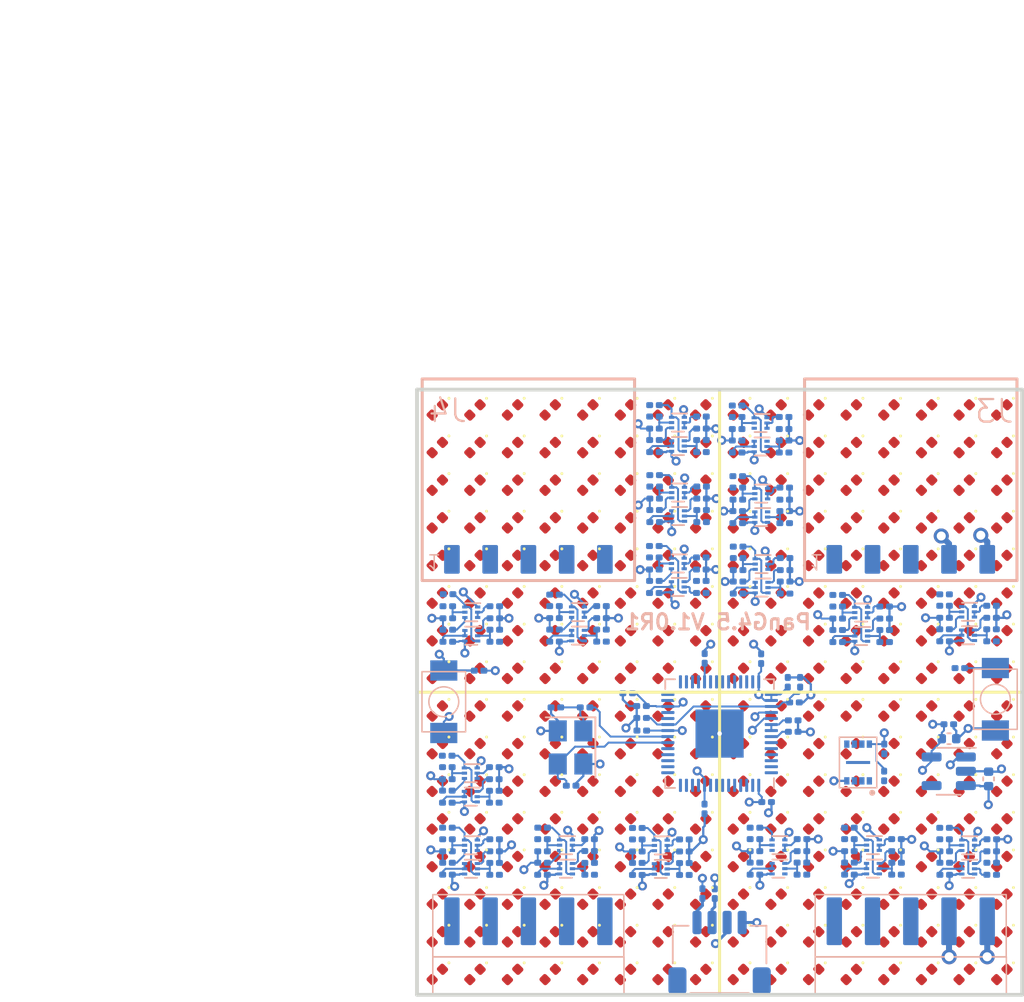
<source format=kicad_pcb>
(kicad_pcb (version 20221018) (generator pcbnew)
  (layers (0 "F.Cu" signal) (1 "In1.Cu" power) (2 "In2.Cu" power) (3 "In3.Cu" signal) (4 "In4.Cu" power) (31 "B.Cu" signal) (34 "B.Paste" user) (35 "F.Paste" user) (36 "B.SilkS" user "B.Silkscreen") (37 "F.SilkS" user "F.Silkscreen") (38 "B.Mask" user) (39 "F.Mask" user) (44 "Edge.Cuts" user))
  (net 0 "")
  (net 1 "Net-(U2-XIN)")
  (net 2 "Net-(C5-Pad1)")
  (net 3 "/level_shifter/CP_5V_00")
  (net 4 "/level_shifter/CP_5V_01")
  (net 5 "Net-(D115-A)")
  (net 6 "Net-(D101-A)")
  (net 7 "Net-(D102-A)")
  (net 8 "Net-(D119-A)")
  (net 9 "Net-(D103-A)")
  (net 10 "Net-(D104-A)")
  (net 11 "Net-(D105-A)")
  (net 12 "Net-(D10-A)")
  (net 13 "Net-(D107-A)")
  (net 14 "Net-(D108-A)")
  (net 15 "Net-(D109-A)")
  (net 16 "Net-(D110-A)")
  (net 17 "Net-(D111-A)")
  (net 18 "Net-(D112-A)")
  (net 19 "/level_shifter/CP_5V_02")
  (net 20 "/level_shifter/CP_5V_03")
  (net 21 "/level_shifter/CP_5V_04")
  (net 22 "/level_shifter/CP_5V_05")
  (net 23 "Net-(D100-A)")
  (net 24 "Net-(D113-A)")
  (net 25 "/level_shifter/CP_5V_06")
  (net 26 "/level_shifter/CP_5V_07")
  (net 27 "/level_shifter/CP_5V_08")
  (net 28 "/level_shifter/CP_5V_09")
  (net 29 "/level_shifter/CP_5V_10")
  (net 30 "/level_shifter/CP_5V_11")
  (net 31 "/level_shifter/CP_5V_12")
  (net 32 "/level_shifter/CP_5V_13")
  (net 33 "/level_shifter/CP_5V_14")
  (net 34 "GND")
  (net 35 "+3.3V")
  (net 36 "+1V2")
  (net 37 "+5V")
  (net 38 "/level_shifter/CP_5V_15")
  (net 39 "/panel_mcu/D+")
  (net 40 "/panel_mcu/D-")
  (net 41 "Net-(Q2-Pad1)")
  (net 42 "Net-(Q1-Pad2)")
  (net 43 "Net-(Q2-Pad2)")
  (net 44 "Net-(Q1-Pad4)")
  (net 45 "Net-(Q1-Pad5)")
  (net 46 "Net-(Q2-Pad5)")
  (net 47 "Net-(Q4-Pad1)")
  (net 48 "Net-(Q3-Pad2)")
  (net 49 "Net-(Q4-Pad2)")
  (net 50 "Net-(Q3-Pad4)")
  (net 51 "Net-(Q3-Pad5)")
  (net 52 "Net-(Q4-Pad5)")
  (net 53 "Net-(Q6-Pad1)")
  (net 54 "Net-(Q5-Pad2)")
  (net 55 "Net-(Q6-Pad2)")
  (net 56 "/panel_header/MOSI")
  (net 57 "/panel_header/MISO")
  (net 58 "/panel_header/CS0")
  (net 59 "/panel_header/SCK")
  (net 60 "Net-(Q5-Pad4)")
  (net 61 "Net-(Q5-Pad5)")
  (net 62 "Net-(Q6-Pad5)")
  (net 63 "Net-(Q8-Pad1)")
  (net 64 "Net-(Q7-Pad2)")
  (net 65 "Net-(Q8-Pad2)")
  (net 66 "Net-(Q7-Pad4)")
  (net 67 "Net-(Q7-Pad5)")
  (net 68 "Net-(Q8-Pad5)")
  (net 69 "Net-(Q10-Pad1)")
  (net 70 "Net-(Q9-Pad2)")
  (net 71 "Net-(Q10-Pad2)")
  (net 72 "/panel_mcu/QSPI_SD3")
  (net 73 "/panel_mcu/QSPI_SCLK")
  (net 74 "/panel_mcu/QSPI_SDO")
  (net 75 "/panel_mcu/QSPI_SD2")
  (net 76 "/panel_mcu/QSPI_SD1")
  (net 77 "/panel_mcu/QSIP_SS")
  (net 78 "/panel_header/CS1")
  (net 79 "/panel_header/CS2")
  (net 80 "/panel_header/CS4")
  (net 81 "/panel_header/CS5")
  (net 82 "Net-(Q9-Pad4)")
  (net 83 "Net-(Q9-Pad5)")
  (net 84 "Net-(Q10-Pad5)")
  (net 85 "Net-(Q12-Pad1)")
  (net 86 "Net-(Q11-Pad2)")
  (net 87 "Net-(Q12-Pad2)")
  (net 88 "Net-(Q11-Pad4)")
  (net 89 "Net-(Q11-Pad5)")
  (net 90 "Net-(Q12-Pad5)")
  (net 91 "Net-(Q14-Pad1)")
  (net 92 "Net-(Q13-Pad2)")
  (net 93 "Net-(Q14-Pad2)")
  (net 94 "Net-(Q13-Pad4)")
  (net 95 "Net-(Q13-Pad5)")
  (net 96 "Net-(Q14-Pad5)")
  (net 97 "Net-(Q16-Pad1)")
  (net 98 "Net-(Q15-Pad2)")
  (net 99 "Net-(Q16-Pad2)")
  (net 100 "Net-(Q15-Pad4)")
  (net 101 "Net-(Q15-Pad5)")
  (net 102 "Net-(Q16-Pad5)")
  (net 103 "Net-(Q18-Pad1)")
  (net 104 "Net-(Q17-Pad2)")
  (net 105 "Net-(Q18-Pad2)")
  (net 106 "Net-(Q17-Pad4)")
  (net 107 "Net-(Q17-Pad5)")
  (net 108 "Net-(Q18-Pad5)")
  (net 109 "Net-(Q20-Pad1)")
  (net 110 "Net-(Q19-Pad2)")
  (net 111 "Net-(Q20-Pad2)")
  (net 112 "Net-(Q19-Pad4)")
  (net 113 "Net-(Q19-Pad5)")
  (net 114 "Net-(Q20-Pad5)")
  (net 115 "Net-(Q22-Pad1)")
  (net 116 "Net-(Q21-Pad2)")
  (net 117 "Net-(Q22-Pad2)")
  (net 118 "Net-(Q21-Pad4)")
  (net 119 "Net-(Q21-Pad5)")
  (net 120 "Net-(Q22-Pad5)")
  (net 121 "Net-(Q24-Pad1)")
  (net 122 "Net-(Q23-Pad2)")
  (net 123 "Net-(Q24-Pad2)")
  (net 124 "Net-(Q23-Pad4)")
  (net 125 "Net-(Q23-Pad5)")
  (net 126 "Net-(Q24-Pad5)")
  (net 127 "Net-(Q26-Pad1)")
  (net 128 "Net-(Q25-Pad2)")
  (net 129 "Net-(Q26-Pad2)")
  (net 130 "Net-(Q25-Pad4)")
  (net 131 "Net-(Q25-Pad5)")
  (net 132 "Net-(Q26-Pad5)")
  (net 133 "Net-(Q28-Pad1)")
  (net 134 "Net-(Q27-Pad2)")
  (net 135 "Net-(Q28-Pad2)")
  (net 136 "Net-(Q27-Pad4)")
  (net 137 "Net-(Q27-Pad5)")
  (net 138 "Net-(Q28-Pad5)")
  (net 139 "Net-(Q30-Pad1)")
  (net 140 "Net-(Q29-Pad2)")
  (net 141 "Net-(Q30-Pad2)")
  (net 142 "Net-(Q29-Pad4)")
  (net 143 "Net-(Q29-Pad5)")
  (net 144 "Net-(Q30-Pad5)")
  (net 145 "Net-(Q32-Pad1)")
  (net 146 "Net-(Q31-Pad2)")
  (net 147 "Net-(Q32-Pad2)")
  (net 148 "Net-(Q31-Pad4)")
  (net 149 "Net-(Q31-Pad5)")
  (net 150 "Net-(Q32-Pad5)")
  (net 151 "Net-(Q34-Pad1)")
  (net 152 "Net-(Q33-Pad2)")
  (net 153 "Net-(Q34-Pad2)")
  (net 154 "Net-(Q33-Pad4)")
  (net 155 "Net-(Q33-Pad5)")
  (net 156 "Net-(Q34-Pad5)")
  (net 157 "/level_shifter/CP_5V_16")
  (net 158 "Net-(U2-USB_DP)")
  (net 159 "Net-(U2-USB_DM)")
  (net 160 "Net-(U2-XOUT)")
  (net 161 "/panel_mcu/USBBOOT")
  (net 162 "/level_shifter/CP_3V3_00")
  (net 163 "/level_shifter/CP_3V3_01")
  (net 164 "/level_shifter/CP_3V3_02")
  (net 165 "/level_shifter/CP_3V3_03")
  (net 166 "/level_shifter/CP_3V3_04")
  (net 167 "/level_shifter/CP_3V3_05")
  (net 168 "/level_shifter/CP_3V3_06")
  (net 169 "/level_shifter/CP_3V3_07")
  (net 170 "/level_shifter/CP_3V3_08")
  (net 171 "/level_shifter/CP_3V3_09")
  (net 172 "/level_shifter/CP_3V3_10")
  (net 173 "/level_shifter/CP_3V3_11")
  (net 174 "/level_shifter/CP_3V3_12")
  (net 175 "/level_shifter/CP_3V3_13")
  (net 176 "/level_shifter/CP_3V3_14")
  (net 177 "/level_shifter/CP_3V3_15")
  (net 178 "/level_shifter/CP_3V3_16")
  (footprint "panel_custom:LED_0402_1005Metric" (layer "F.Cu") (at 78.75 63.75 -135)
    (fp_text reference "D182" hide)
    (fp_text value "LED" hide)
  )
  (footprint "panel_custom:LED_0402_1005Metric" (layer "F.Cu") (at 76.25 83.75 -135)
    (fp_text reference "D174" hide)
    (fp_text value "LED" hide)
  )
  (footprint "panel_custom:LED_0402_1005Metric" (layer "F.Cu") (at 76.25 63.75 -135)
    (fp_text reference "D166" hide)
    (fp_text value "LED" hide)
  )
  (footprint "panel_custom:LED_0402_1005Metric" (layer "F.Cu") (at 73.75 83.75 -135)
    (fp_text reference "D158" hide)
    (fp_text value "LED" hide)
  )
  (footprint "panel_custom:LED_0402_1005Metric" (layer "F.Cu") (at 73.75 63.75 -135)
    (fp_text reference "D150" hide)
    (fp_text value "LED" hide)
  )
  (footprint "panel_custom:LED_0402_1005Metric" (layer "F.Cu") (at 71.25 83.75 -135)
    (fp_text reference "D142" hide)
    (fp_text value "LED" hide)
  )
  (footprint "panel_custom:LED_0402_1005Metric" (layer "F.Cu") (at 71.25 63.75 -135)
    (fp_text reference "D134" hide)
    (fp_text value "LED" hide)
  )
  (footprint "panel_custom:LED_0402_1005Metric" (layer "F.Cu") (at 78.75 81.25 -135)
    (fp_text reference "D189" hide)
    (fp_text value "LED" hide)
  )
  (footprint "panel_custom:LED_0402_1005Metric" (layer "F.Cu") (at 78.75 61.25 -135)
    (fp_text reference "D181" hide)
    (fp_text value "LED" hide)
  )
  (footprint "panel_custom:LED_0402_1005Metric" (layer "F.Cu") (at 76.25 81.25 -135)
    (fp_text reference "D173" hide)
    (fp_text value "LED" hide)
  )
  (footprint "panel_custom:LED_0402_1005Metric" (layer "F.Cu") (at 76.25 61.25 -135)
    (fp_text reference "D165" hide)
    (fp_text value "LED" hide)
  )
  (footprint "panel_custom:LED_0402_1005Metric" (layer "F.Cu") (at 73.75 81.25 -135)
    (fp_text reference "D157" hide)
    (fp_text value "LED" hide)
  )
  (footprint "panel_custom:LED_0402_1005Metric" (layer "F.Cu") (at 73.75 61.25 -135)
    (fp_text reference "D149" hide)
    (fp_text value "LED" hide)
  )
  (footprint "panel_custom:LED_0402_1005Metric" (layer "F.Cu") (at 71.25 81.25 -135)
    (fp_text reference "D141" hide)
    (fp_text value "LED" hide)
  )
  (footprint "panel_custom:LED_0402_1005Metric" (layer "F.Cu") (at 78.75 78.75 -135)
    (fp_text reference "D188" hide)
    (fp_text value "LED" hide)
  )
  (footprint "panel_custom:LED_0402_1005Metric" (layer "F.Cu") (at 71.25 61.25 -135)
    (fp_text reference "D133" hide)
    (fp_text value "LED" hide)
  )
  (footprint "panel_custom:LED_0402_1005Metric" (layer "F.Cu") (at 78.75 86.25 -135)
    (fp_text reference "D191" hide)
    (fp_text value "LED" hide)
  )
  (footprint "panel_custom:LED_0402_1005Metric" (layer "F.Cu") (at 76.25 68.75 -135)
    (fp_text reference "D168" hide)
    (fp_text value "LED" hide)
  )
  (footprint "panel_custom:LED_0402_1005Metric" (layer "F.Cu") (at 76.25 88.75 -135)
    (fp_text reference "D176" hide)
    (fp_text value "LED" hide)
  )
  (footprint "panel_custom:LED_0402_1005Metric" (layer "F.Cu") (at 68.75 88.75 -135)
    (fp_text reference "D128" hide)
    (fp_text value "LED" hide)
  )
  (footprint "panel_custom:LED_0402_1005Metric" (layer "F.Cu") (at 78.75 68.75 -135)
    (fp_text reference "D184" hide)
    (fp_text value "LED" hide)
  )
  (footprint "panel_custom:LED_0402_1005Metric" (layer "F.Cu") (at 73.75 88.75 -135)
    (fp_text reference "D160" hide)
    (fp_text value "LED" hide)
  )
  (footprint "panel_custom:LED_0402_1005Metric" (layer "F.Cu") (at 73.75 68.75 -135)
    (fp_text reference "D152" hide)
    (fp_text value "LED" hide)
  )
  (footprint "panel_custom:LED_0402_1005Metric" (layer "F.Cu") (at 71.25 88.75 -135)
    (fp_text reference "D144" hide)
    (fp_text value "LED" hide)
  )
  (footprint "panel_custom:LED_0402_1005Metric" (layer "F.Cu") (at 71.25 68.75 -135)
    (fp_text reference "D136" hide)
    (fp_text value "LED" hide)
  )
  (footprint "panel_custom:LED_0402_1005Metric" (layer "F.Cu") (at 78.75 83.75 -135)
    (fp_text reference "D190" hide)
    (fp_text value "LED" hide)
  )
  (footprint "panel_custom:LED_0402_1005Metric" (layer "F.Cu") (at 78.75 66.25 -135)
    (fp_text reference "D183" hide)
    (fp_text value "LED" hide)
  )
  (footprint "panel_custom:LED_0402_1005Metric" (layer "F.Cu") (at 76.25 86.25 -135)
    (fp_text reference "D175" hide)
    (fp_text value "LED" hide)
  )
  (footprint "panel_custom:LED_0402_1005Metric" (layer "F.Cu") (at 76.25 66.25 -135)
    (fp_text reference "D167" hide)
    (fp_text value "LED" hide)
  )
  (footprint "panel_custom:LED_0402_1005Metric" (layer "F.Cu") (at 73.75 86.25 -135)
    (fp_text reference "D159" hide)
    (fp_text value "LED" hide)
  )
  (footprint "panel_custom:LED_0402_1005Metric" (layer "F.Cu") (at 73.75 66.25 -135)
    (fp_text reference "D151" hide)
    (fp_text value "LED" hide)
  )
  (footprint "panel_custom:LED_0402_1005Metric" (layer "F.Cu") (at 71.25 86.25 -135)
    (fp_text reference "D143" hide)
    (fp_text value "LED" hide)
  )
  (footprint "panel_custom:LED_0402_1005Metric" (layer "F.Cu") (at 71.25 66.25 -135)
    (fp_text reference "D135" hide)
    (fp_text value "LED" hide)
  )
  (footprint "panel_custom:LED_0402_1005Metric" (layer "F.Cu") (at 78.75 53.75 -135)
    (fp_text reference "D178" hide)
    (fp_text value "LED" hide)
  )
  (footprint "panel_custom:LED_0402_1005Metric" (layer "F.Cu") (at 68.75 66.25 -135)
    (fp_text reference "D119" hide)
    (fp_text value "LED" hide)
  )
  (footprint "panel_custom:LED_0402_1005Metric" (layer "F.Cu") (at 71.25 51.25 -135)
    (fp_text reference "D129" hide)
    (fp_text value "LED" hide)
  )
  (footprint "panel_custom:LED_0402_1005Metric" (layer "F.Cu") (at 71.25 71.25 -135)
    (fp_text reference "D137" hide)
    (fp_text value "LED" hide)
  )
  (footprint "panel_custom:LED_0402_1005Metric" (layer "F.Cu") (at 73.75 51.25 -135)
    (fp_text reference "D145" hide)
    (fp_text value "LED" hide)
  )
  (footprint "panel_custom:LED_0402_1005Metric" (layer "F.Cu") (at 73.75 71.25 -135)
    (fp_text reference "D153" hide)
    (fp_text value "LED" hide)
  )
  (footprint "panel_custom:LED_0402_1005Metric" (layer "F.Cu") (at 76.25 51.25 -135)
    (fp_text reference "D161" hide)
    (fp_text value "LED" hide)
  )
  (footprint "panel_custom:LED_0402_1005Metric" (layer "F.Cu") (at 76.25 71.25 -135)
    (fp_text reference "D169" hide)
    (fp_text value "LED" hide)
  )
  (footprint "panel_custom:LED_0402_1005Metric" (layer "F.Cu") (at 78.75 51.25 -135)
    (fp_text reference "D177" hide)
    (fp_text value "LED" hide)
  )
  (footprint "panel_custom:LED_0402_1005Metric" (layer "F.Cu") (at 78.75 71.25 -135)
    (fp_text reference "D185" hide)
    (fp_text value "LED" hide)
  )
  (footprint "panel_custom:LED_0402_1005Metric" (layer "F.Cu") (at 71.25 53.75 -135)
    (fp_text reference "D130" hide)
    (fp_text value "LED" hide)
  )
  (footprint "panel_custom:LED_0402_1005Metric" (layer "F.Cu") (at 71.25 73.75 -135)
    (fp_text reference "D138" hide)
    (fp_text value "LED" hide)
  )
  (footprint "panel_custom:LED_0402_1005Metric" (layer "F.Cu") (at 73.75 53.75 -135)
    (fp_text reference "D146" hide)
    (fp_text value "LED" hide)
  )
  (footprint "panel_custom:LED_0402_1005Metric" (layer "F.Cu") (at 73.75 73.75 -135)
    (fp_text reference "D154" hide)
    (fp_text value "LED" hide)
  )
  (footprint "panel_custom:LED_0402_1005Metric" (layer "F.Cu") (at 76.25 53.75 -135)
    (fp_text reference "D162" hide)
    (fp_text value "LED" hide)
  )
  (footprint "panel_custom:LED_0402_1005Metric" (layer "F.Cu") (at 76.25 73.75 -135)
    (fp_text reference "D170" hide)
    (fp_text value "LED" hide)
  )
  (footprint "panel_custom:LED_0402_1005Metric" (layer "F.Cu") (at 78.75 58.75 -135)
    (fp_text reference "D180" hide)
    (fp_text value "LED" hide)
  )
  (footprint "panel_custom:LED_0402_1005Metric" (layer "F.Cu") (at 78.75 73.75 -135)
    (fp_text reference "D186" hide)
    (fp_text value "LED" hide)
  )
  (footprint "panel_custom:LED_0402_1005Metric" (layer "F.Cu") (at 71.25 56.25 -135)
    (fp_text reference "D131" hide)
    (fp_text value "LED" hide)
  )
  (footprint "panel_custom:LED_0402_1005Metric" (layer "F.Cu") (at 71.25 76.25 -135)
    (fp_text reference "D139" hide)
    (fp_text value "LED" hide)
  )
  (footprint "panel_custom:LED_0402_1005Metric" (layer "F.Cu") (at 73.75 56.25 -135)
    (fp_text reference "D147" hide)
    (fp_text value "LED" hide)
  )
  (footprint "panel_custom:LED_0402_1005Metric" (layer "F.Cu") (at 73.75 76.25 -135)
    (fp_text reference "D155" hide)
    (fp_text value "LED" hide)
  )
  (footprint "panel_custom:LED_0402_1005Metric" (layer "F.Cu") (at 76.25 56.25 -135)
    (fp_text reference "D163" hide)
    (fp_text value "LED" hide)
  )
  (footprint "panel_custom:LED_0402_1005Metric" (layer "F.Cu") (at 76.25 76.25 -135)
    (fp_text reference "D171" hide)
    (fp_text value "LED" hide)
  )
  (footprint "panel_custom:LED_0402_1005Metric" (layer "F.Cu") (at 78.75 56.25 -135)
    (fp_text reference "D179" hide)
    (fp_text value "LED" hide)
  )
  (footprint "panel_custom:LED_0402_1005Metric" (layer "F.Cu") (at 78.75 76.25 -135)
    (fp_text reference "D187" hide)
    (fp_text value "LED" hide)
  )
  (footprint "panel_custom:LED_0402_1005Metric" (layer "F.Cu") (at 71.25 58.75 -135)
    (fp_text reference "D132" hide)
    (fp_text value "LED" hide)
  )
  (footprint "panel_custom:LED_0402_1005Metric" (layer "F.Cu") (at 71.25 78.75 -135)
    (fp_text reference "D140" hide)
    (fp_text value "LED" hide)
  )
  (footprint "panel_custom:LED_0402_1005Metric" (layer "F.Cu") (at 73.75 58.75 -135)
    (fp_text reference "D148" hide)
    (fp_text value "LED" hide)
  )
  (footprint "panel_custom:LED_0402_1005Metric" (layer "F.Cu") (at 73.75 78.75 -135)
    (fp_text reference "D156" hide)
    (fp_text value "LED" hide)
  )
  (footprint "panel_custom:LED_0402_1005Metric" (layer "F.Cu") (at 76.25 58.75 -135)
    (fp_text reference "D164" hide)
    (fp_text value "LED" hide)
  )
  (footprint "panel_custom:LED_0402_1005Metric" (layer "F.Cu") (at 76.25 78.75 -135)
    (fp_text reference "D172" hide)
    (fp_text value "LED" hide)
  )
  (footprint "panel_custom:LED_0402_1005Metric" (layer "F.Cu") (at 88.75 81.25 -135)
    (fp_text reference "D253" hide)
    (fp_text value "LED" hide)
  )
  (footprint "panel_custom:LED_0402_1005Metric" (layer "F.Cu") (at 88.75 83.75 -135)
    (fp_text reference "D254" hide)
    (fp_text value "LED" hide)
  )
  (footprint "panel_custom:LED_0402_1005Metric" (layer "F.Cu") (at 88.75 63.75 -135)
    (fp_text reference "D246" hide)
    (fp_text value "LED" hide)
  )
  (footprint "panel_custom:LED_0402_1005Metric" (layer "F.Cu") (at 86.25 83.75 -135)
    (fp_text reference "D238" hide)
    (fp_text value "LED" hide)
  )
  (footprint "panel_custom:LED_0402_1005Metric" (layer "F.Cu") (at 86.25 63.75 -135)
    (fp_text reference "D230" hide)
    (fp_text value "LED" hide)
  )
  (footprint "panel_custom:LED_0402_1005Metric" (layer "F.Cu") (at 83.75 83.75 -135)
    (fp_text reference "D222" hide)
    (fp_text value "LED" hide)
  )
  (footprint "panel_custom:LED_0402_1005Metric" (layer "F.Cu") (at 83.75 63.75 -135)
    (fp_text reference "D214" hide)
    (fp_text value "LED" hide)
  )
  (footprint "panel_custom:LED_0402_1005Metric" (layer "F.Cu") (at 81.25 83.75 -135)
    (fp_text reference "D206" hide)
    (fp_text value "LED" hide)
  )
  (footprint "panel_custom:LED_0402_1005Metric" (layer "F.Cu") (at 81.25 63.75 -135)
    (fp_text reference "D198" hide)
    (fp_text value "LED" hide)
  )
  (footprint "panel_custom:LED_0402_1005Metric" (layer "F.Cu") (at 81.25 66.25 -135)
    (fp_text reference "D199" hide)
    (fp_text value "LED" hide)
  )
  (footprint "panel_custom:LED_0402_1005Metric" (layer "F.Cu") (at 88.75 61.25 -135)
    (fp_text reference "D245" hide)
    (fp_text value "LED" hide)
  )
  (footprint "panel_custom:LED_0402_1005Metric" (layer "F.Cu") (at 86.25 81.25 -135)
    (fp_text reference "D237" hide)
    (fp_text value "LED" hide)
  )
  (footprint "panel_custom:LED_0402_1005Metric" (layer "F.Cu") (at 86.25 61.25 -135)
    (fp_text reference "D229" hide)
    (fp_text value "LED" hide)
  )
  (footprint "panel_custom:LED_0402_1005Metric" (layer "F.Cu") (at 83.75 81.25 -135)
    (fp_text reference "D221" hide)
    (fp_text value "LED" hide)
  )
  (footprint "panel_custom:LED_0402_1005Metric" (layer "F.Cu") (at 83.75 61.25 -135)
    (fp_text reference "D213" hide)
    (fp_text value "LED" hide)
  )
  (footprint "panel_custom:LED_0402_1005Metric" (layer "F.Cu") (at 81.25 81.25 -135)
    (fp_text reference "D205" hide)
    (fp_text value "LED" hide)
  )
  (footprint "panel_custom:LED_0402_1005Metric" (layer "F.Cu") (at 81.25 61.25 -135)
    (fp_text reference "D197" hide)
    (fp_text value "LED" hide)
  )
  (footprint "panel_custom:LED_0402_1005Metric" (layer "F.Cu") (at 88.75 78.75 -135)
    (fp_text reference "D252" hide)
    (fp_text value "LED" hide)
  )
  (footprint "panel_custom:LED_0402_1005Metric" (layer "F.Cu") (at 81.25 86.25 -135)
    (fp_text reference "D207" hide)
    (fp_text value "LED" hide)
  )
  (footprint "panel_custom:LED_0402_1005Metric" (layer "F.Cu") (at 83.75 66.25 -135)
    (fp_text reference "D215" hide)
    (fp_text value "LED" hide)
  )
  (footprint "panel_custom:LED_0402_1005Metric" (layer "F.Cu") (at 83.75 86.25 -135)
    (fp_text reference "D223" hide)
    (fp_text value "LED" hide)
  )
  (footprint "panel_custom:LED_0402_1005Metric" (layer "F.Cu") (at 86.25 66.25 -135)
    (fp_text reference "D231" hide)
    (fp_text value "LED" hide)
  )
  (footprint "panel_custom:LED_0402_1005Metric" (layer "F.Cu") (at 86.25 86.25 -135)
    (fp_text reference "D239" hide)
    (fp_text value "LED" hide)
  )
  (footprint "panel_custom:LED_0402_1005Metric" (layer "F.Cu") (at 88.75 66.25 -135)
    (fp_text reference "D247" hide)
    (fp_text value "LED" hide)
  )
  (footprint "panel_custom:LED_0402_1005Metric" (layer "F.Cu") (at 88.75 86.25 -135)
    (fp_text reference "D255" hide)
    (fp_text value "LED" hide)
  )
  (footprint "panel_custom:LED_0402_1005Metric" (layer "F.Cu") (at 81.25 68.75 -135)
    (fp_text reference "D200" hide)
    (fp_text value "LED" hide)
  )
  (footprint "panel_custom:LED_0402_1005Metric" (layer "F.Cu") (at 81.25 88.75 -135)
    (fp_text reference "D208" hide)
    (fp_text value "LED" hide)
  )
  (footprint "panel_custom:LED_0402_1005Metric" (layer "F.Cu") (at 83.75 68.75 -135)
    (fp_text reference "D216" hide)
    (fp_text value "LED" hide)
  )
  (footprint "panel_custom:LED_0402_1005Metric" (layer "F.Cu") (at 83.75 88.75 -135)
    (fp_text reference "D224" hide)
    (fp_text value "LED" hide)
  )
  (footprint "panel_custom:LED_0402_1005Metric" (layer "F.Cu") (at 86.25 68.75 -135)
    (fp_text reference "D232" hide)
    (fp_text value "LED" hide)
  )
  (footprint "panel_custom:LED_0402_1005Metric" (layer "F.Cu") (at 86.25 88.75 -135)
    (fp_text reference "D240" hide)
    (fp_text value "LED" hide)
  )
  (footprint "panel_custom:LED_0402_1005Metric" (layer "F.Cu") (at 88.75 68.75 -135)
    (fp_text reference "D248" hide)
    (fp_text value "LED" hide)
  )
  (footprint "panel_custom:LED_0402_1005Metric" (layer "F.Cu") (at 88.75 88.75 -135)
    (fp_text reference "D256" hide)
    (fp_text value "LED" hide)
  )
  (footprint "panel_custom:LED_0402_1005Metric" (layer "F.Cu") (at 88.75 73.75 -135)
    (fp_text reference "D250" hide)
    (fp_text value "LED" hide)
  )
  (footprint "panel_custom:LED_0402_1005Metric" (layer "F.Cu") (at 81.25 51.25 -135)
    (fp_text reference "D193" hide)
    (fp_text value "LED" hide)
  )
  (footprint "panel_custom:LED_0402_1005Metric" (layer "F.Cu") (at 81.25 71.25 -135)
    (fp_text reference "D201" hide)
    (fp_text value "LED" hide)
  )
  (footprint "panel_custom:LED_0402_1005Metric" (layer "F.Cu") (at 83.75 51.25 -135)
    (fp_text reference "D209" hide)
    (fp_text value "LED" hide)
  )
  (footprint "panel_custom:LED_0402_1005Metric" (layer "F.Cu") (at 83.75 71.25 -135)
    (fp_text reference "D217" hide)
    (fp_text value "LED" hide)
  )
  (footprint "panel_custom:LED_0402_1005Metric" (layer "F.Cu") (at 86.25 51.25 -135)
    (fp_text reference "D225" hide)
    (fp_text value "LED" hide)
  )
  (footprint "panel_custom:LED_0402_1005Metric" (layer "F.Cu") (at 86.25 71.25 -135)
    (fp_text reference "D233" hide)
    (fp_text value "LED" hide)
  )
  (footprint "panel_custom:LED_0402_1005Metric" (layer "F.Cu") (at 88.75 51.25 -135)
    (fp_text reference "D241" hide)
    (fp_text value "LED" hide)
  )
  (footprint "panel_custom:LED_0402_1005Metric" (layer "F.Cu") (at 88.75 71.25 -135)
    (fp_text reference "D249" hide)
    (fp_text value "LED" hide)
  )
  (footprint "panel_custom:LED_0402_1005Metric" (layer "F.Cu") (at 81.25 53.75 -135)
    (fp_text reference "D194" hide)
    (fp_text value "LED" hide)
  )
  (footprint "panel_custom:LED_0402_1005Metric" (layer "F.Cu") (at 81.25 73.75 -135)
    (fp_text reference "D202" hide)
    (fp_text value "LED" hide)
  )
  (footprint "panel_custom:LED_0402_1005Metric" (layer "F.Cu") (at 83.75 53.75 -135)
    (fp_text reference "D210" hide)
    (fp_text value "LED" hide)
  )
  (footprint "panel_custom:LED_0402_1005Metric" (layer "F.Cu") (at 83.75 73.75 -135)
    (fp_text reference "D218" hide)
    (fp_text value "LED" hide)
  )
  (footprint "panel_custom:LED_0402_1005Metric" (layer "F.Cu") (at 86.25 53.75 -135)
    (fp_text reference "D226" hide)
    (fp_text value "LED" hide)
  )
  (footprint "panel_custom:LED_0402_1005Metric" (layer "F.Cu") (at 86.25 73.75 -135)
    (fp_text reference "D234" hide)
    (fp_text value "LED" hide)
  )
  (footprint "panel_custom:LED_0402_1005Metric" (layer "F.Cu") (at 88.75 53.75 -135)
    (fp_text reference "D242" hide)
    (fp_text value "LED" hide)
  )
  (footprint "panel_custom:LED_0402_1005Metric" (layer "F.Cu") (at 78.75 88.75 -135)
    (fp_text reference "D192" hide)
    (fp_text value "LED" hide)
  )
  (footprint "panel_custom:LED_0402_1005Metric" (layer "F.Cu") (at 81.25 56.25 -135)
    (fp_text reference "D195" hide)
    (fp_text value "LED" hide)
  )
  (footprint "panel_custom:LED_0402_1005Metric" (layer "F.Cu") (at 81.25 76.25 -135)
    (fp_text reference "D203" hide)
    (fp_text value "LED" hide)
  )
  (footprint "panel_custom:LED_0402_1005Metric" (layer "F.Cu") (at 83.75 56.25 -135)
    (fp_text reference "D211" hide)
    (fp_text value "LED" hide)
  )
  (footprint "panel_custom:LED_0402_1005Metric" (layer "F.Cu") (at 83.75 76.25 -135)
    (fp_text reference "D219" hide)
    (fp_text value "LED" hide)
  )
  (footprint "panel_custom:LED_0402_1005Metric" (layer "F.Cu") (at 86.25 56.25 -135)
    (fp_text reference "D227" hide)
    (fp_text value "LED" hide)
  )
  (footprint "panel_custom:LED_0402_1005Metric" (layer "F.Cu") (at 86.25 76.25 -135)
    (fp_text reference "D235" hide)
    (fp_text value "LED" hide)
  )
  (footprint "panel_custom:LED_0402_1005Metric" (layer "F.Cu") (at 88.75 56.25 -135)
    (fp_text reference "D243" hide)
    (fp_text value "LED" hide)
  )
  (footprint "panel_custom:LED_0402_1005Metric" (layer "F.Cu") (at 88.75 76.25 -135)
    (fp_text reference "D251" hide)
    (fp_text value "LED" hide)
  )
  (footprint "panel_custom:LED_0402_1005Metric" (layer "F.Cu") (at 81.25 58.75 -135)
    (fp_text reference "D196" hide)
    (fp_text value "LED" hide)
  )
  (footprint "panel_custom:LED_0402_1005Metric" (layer "F.Cu") (at 81.25 78.75 -135)
    (fp_text reference "D204" hide)
    (fp_text value "LED" hide)
  )
  (footprint "panel_custom:LED_0402_1005Metric" (layer "F.Cu") (at 83.75 58.75 -135)
    (fp_text reference "D212" hide)
    (fp_text value "LED" hide)
  )
  (footprint "panel_custom:LED_0402_1005Metric" (layer "F.Cu") (at 83.75 78.75 -135)
    (fp_text reference "D220" hide)
    (fp_text value "LED" hide)
  )
  (footprint "panel_custom:LED_0402_1005Metric" (layer "F.Cu") (at 86.25 58.75 -135)
    (fp_text reference "D228" hide)
    (fp_text value "LED" hide)
  )
  (footprint "panel_custom:LED_0402_1005Metric" (layer "F.Cu") (at 86.25 78.75 -135)
    (fp_text reference "D236" hide)
    (fp_text value "LED" hide)
  )
  (footprint "panel_custom:LED_0402_1005Metric" (layer "F.Cu") (at 88.75 58.75 -135)
    (fp_text reference "D244" hide)
    (fp_text value "LED" hide)
  )
  (footprint "panel_custom:LED_0402_1005Metric" (layer "F.Cu") (at 58.75 83.75 -135)
    (fp_text reference "D62" hide)
    (fp_text value "LED" hide)
  )
  (footprint "panel_custom:LED_0402_1005Metric" (layer "F.Cu") (at 51.25 61.25 -135)
    (fp_text reference "D5" hide)
    (fp_text value "LED" hide)
  )
  (footprint "panel_custom:LED_0402_1005Metric" (layer "F.Cu") (at 51.25 81.25 -135)
    (fp_text reference "D13" hide)
    (fp_text value "LED" hide)
  )
  (footprint "panel_custom:LED_0402_1005Metric" (layer "F.Cu") (at 53.75 61.25 -135)
    (fp_text reference "D21" hide)
    (fp_text value "LED" hide)
  )
  (footprint "panel_custom:LED_0402_1005Metric" (layer "F.Cu") (at 53.75 81.25 -135)
    (fp_text reference "D29" hide)
    (fp_text value "LED" hide)
  )
  (footprint "panel_custom:LED_0402_1005Metric" (layer "F.Cu") (at 56.25 61.25 -135)
    (fp_text reference "D37" hide)
    (fp_text value "LED" hide)
  )
  (footprint "panel_custom:LED_0402_1005Metric" (layer "F.Cu") (at 56.25 81.25 -135)
    (fp_text reference "D45" hide)
    (fp_text value "LED" hide)
  )
  (footprint "panel_custom:LED_0402_1005Metric" (layer "F.Cu") (at 58.75 61.25 -135)
    (fp_text reference "D53" hide)
    (fp_text value "LED" hide)
  )
  (footprint "panel_custom:LED_0402_1005Metric" (layer "F.Cu") (at 58.75 81.25 -135)
    (fp_text reference "D61" hide)
    (fp_text value "LED" hide)
  )
  (footprint "panel_custom:LED_0402_1005Metric" (layer "F.Cu") (at 51.25 63.75 -135)
    (fp_text reference "D6" hide)
    (fp_text value "LED" hide)
  )
  (footprint "panel_custom:LED_0402_1005Metric" (layer "F.Cu") (at 51.25 83.75 -135)
    (fp_text reference "D14" hide)
    (fp_text value "LED" hide)
  )
  (footprint "panel_custom:LED_0402_1005Metric" (layer "F.Cu") (at 53.75 63.75 -135)
    (fp_text reference "D22" hide)
    (fp_text value "LED" hide)
  )
  (footprint "panel_custom:LED_0402_1005Metric" (layer "F.Cu") (at 53.75 83.75 -135)
    (fp_text reference "D30" hide)
    (fp_text value "LED" hide)
  )
  (footprint "panel_custom:LED_0402_1005Metric" (layer "F.Cu") (at 56.25 63.75 -135)
    (fp_text reference "D38" hide)
    (fp_text value "LED" hide)
  )
  (footprint "panel_custom:LED_0402_1005Metric" (layer "F.Cu") (at 56.25 83.75 -135)
    (fp_text reference "D46" hide)
    (fp_text value "LED" hide)
  )
  (footprint "panel_custom:LED_0402_1005Metric" (layer "F.Cu") (at 58.75 63.75 -135)
    (fp_text reference "D54" hide)
    (fp_text value "LED" hide)
  )
  (footprint "panel_custom:LED_0402_1005Metric" (layer "F.Cu") (at 58.75 78.75 -135)
    (fp_text reference "D60" hide)
    (fp_text value "LED" hide)
  )
  (footprint "panel_custom:LED_0402_1005Metric" (layer "F.Cu") (at 51.25 66.25 -135)
    (fp_text reference "D7" hide)
    (fp_text value "LED" hide)
  )
  (footprint "panel_custom:LED_0402_1005Metric" (layer "F.Cu") (at 51.25 86.25 -135)
    (fp_text reference "D15" hide)
    (fp_text value "LED" hide)
  )
  (footprint "panel_custom:LED_0402_1005Metric" (layer "F.Cu") (at 53.75 66.25 -135)
    (fp_text reference "D23" hide)
    (fp_text value "LED" hide)
  )
  (footprint "panel_custom:LED_0402_1005Metric" (layer "F.Cu") (at 53.75 86.25 -135)
    (fp_text reference "D31" hide)
    (fp_text value "LED" hide)
  )
  (footprint "panel_custom:LED_0402_1005Metric" (layer "F.Cu") (at 56.25 66.25 -135)
    (fp_text reference "D39" hide)
    (fp_text value "LED" hide)
  )
  (footprint "panel_custom:LED_0402_1005Metric" (layer "F.Cu") (at 56.25 86.25 -135)
    (fp_text reference "D47" hide)
    (fp_text value "LED" hide)
  )
  (footprint "panel_custom:LED_0402_1005Metric" (layer "F.Cu") (at 58.75 66.25 -135)
    (fp_text reference "D55" hide)
    (fp_text value "LED" hide)
  )
  (footprint "panel_custom:LED_0402_1005Metric" (layer "F.Cu") (at 58.75 86.25 -135)
    (fp_text reference "D63" hide)
    (fp_text value "LED" hide)
  )
  (footprint "panel_custom:LED_0402_1005Metric" (layer "F.Cu") (at 51.25 68.75 -135)
    (fp_text reference "D8" hide)
    (fp_text value "LED" hide)
  )
  (footprint "panel_custom:LED_0402_1005Metric" (layer "F.Cu") (at 51.25 88.75 -135)
    (fp_text reference "D16" hide)
    (fp_text value "LED" hide)
  )
  (footprint "panel_custom:LED_0402_1005Metric" (layer "F.Cu") (at 53.75 68.75 -135)
    (fp_text reference "D24" hide)
    (fp_text value "LED" hide)
  )
  (footprint "panel_custom:LED_0402_1005Metric" (layer "F.Cu") (at 53.75 88.75 -135)
    (fp_text reference "D32" hide)
    (fp_text value "LED" hide)
  )
  (footprint "panel_custom:LED_0402_1005Metric" (layer "F.Cu") (at 56.25 68.75 -135)
    (fp_text reference "D40" hide)
    (fp_text value "LED" hide)
  )
  (footprint "panel_custom:LED_0402_1005Metric" (layer "F.Cu") (at 56.25 88.75 -135)
    (fp_text reference "D48" hide)
    (fp_text value "LED" hide)
  )
  (footprint "panel_custom:LED_0402_1005Metric" (layer "F.Cu") (at 58.75 68.75 -135)
    (fp_text reference "D56" hide)
    (fp_text value "LED" hide)
  )
  (footprint "panel_custom:LED_0402_1005Metric" (layer "F.Cu") (at 58.75 73.75 -135)
    (fp_text reference "D58" hide)
    (fp_text value "LED" hide)
  )
  (footprint "panel_custom:LED_0402_1005Metric" (layer "F.Cu") (at 51.25 51.25 -135)
    (fp_text reference "D1" hide)
    (fp_text value "LED" hide)
  )
  (footprint "panel_custom:LED_0402_1005Metric" (layer "F.Cu") (at 51.25 71.25 -135)
    (fp_text reference "D9" hide)
    (fp_text value "LED" hide)
  )
  (footprint "panel_custom:LED_0402_1005Metric" (layer "F.Cu") (at 53.75 51.25 -135)
    (fp_text reference "D17" hide)
    (fp_text value "LED" hide)
  )
  (footprint "panel_custom:LED_0402_1005Metric" (layer "F.Cu") (at 53.75 71.25 -135)
    (fp_text reference "D25" hide)
    (fp_text value "LED" hide)
  )
  (footprint "panel_custom:LED_0402_1005Metric" (layer "F.Cu") (at 56.25 51.25 -135)
    (fp_text reference "D33" hide)
    (fp_text value "LED" hide)
  )
  (footprint "panel_custom:LED_0402_1005Metric" (layer "F.Cu") (at 56.25 71.25 -135)
    (fp_text reference "D41" hide)
    (fp_text value "LED" hide)
  )
  (footprint "panel_custom:LED_0402_1005Metric" (layer "F.Cu") (at 58.75 51.25 -135)
    (fp_text reference "D49" hide)
    (fp_text value "LED" hide)
  )
  (footprint "panel_custom:LED_0402_1005Metric" (layer "F.Cu") (at 58.75 71.25 -135)
    (fp_text reference "D57" hide)
    (fp_text value "LED" hide)
  )
  (footprint "panel_custom:LED_0402_1005Metric" (layer "F.Cu") (at 51.25 53.75 -135)
    (fp_text reference "D2" hide)
    (fp_text value "LED" hide)
  )
  (footprint "panel_custom:LED_0402_1005Metric" (layer "F.Cu") (at 51.25 73.75 -135)
    (fp_text reference "D10" hide)
    (fp_text value "LED" hide)
  )
  (footprint "panel_custom:LED_0402_1005Metric" (layer "F.Cu") (at 53.75 53.75 -135)
    (fp_text reference "D18" hide)
    (fp_text value "LED" hide)
  )
  (footprint "panel_custom:LED_0402_1005Metric" (layer "F.Cu") (at 53.75 73.75 -135)
    (fp_text reference "D26" hide)
    (fp_text value "LED" hide)
  )
  (footprint "panel_custom:LED_0402_1005Metric" (layer "F.Cu") (at 56.25 53.75 -135)
    (fp_text reference "D34" hide)
    (fp_text value "LED" hide)
  )
  (footprint "panel_custom:LED_0402_1005Metric" (layer "F.Cu") (at 56.25 73.75 -135)
    (fp_text reference "D42" hide)
    (fp_text value "LED" hide)
  )
  (footprint "panel_custom:LED_0402_1005Metric" (layer "F.Cu") (at 58.75 53.75 -135)
    (fp_text reference "D50" hide)
    (fp_text value "LED" hide)
  )
  (footprint "panel_custom:LED_0402_1005Metric" (layer "F.Cu") (at 66.25 88.75 -135)
    (fp_text reference "D112" hide)
    (fp_text value "LED" hide)
  )
  (footprint "panel_custom:LED_0402_1005Metric" (layer "F.Cu") (at 51.25 56.25 -135)
    (fp_text reference "D3" hide)
    (fp_text value "LED" hide)
  )
  (footprint "panel_custom:LED_0402_1005Metric" (layer "F.Cu") (at 51.25 76.25 -135)
    (fp_text reference "D11" hide)
    (fp_text value "LED" hide)
  )
  (footprint "panel_custom:LED_0402_1005Metric" (layer "F.Cu") (at 53.75 56.25 -135)
    (fp_text reference "D19" hide)
    (fp_text value "LED" hide)
  )
  (footprint "panel_custom:LED_0402_1005Metric" (layer "F.Cu") (at 53.75 76.25 -135)
    (fp_text reference "D27" hide)
    (fp_text value "LED" hide)
  )
  (footprint "panel_custom:LED_0402_1005Metric" (layer "F.Cu") (at 56.25 56.25 -135)
    (fp_text reference "D35" hide)
    (fp_text value "LED" hide)
  )
  (footprint "panel_custom:LED_0402_1005Metric" (layer "F.Cu") (at 56.25 76.25 -135)
    (fp_text reference "D43" hide)
    (fp_text value "LED" hide)
  )
  (footprint "panel_custom:LED_0402_1005Metric" (layer "F.Cu") (at 58.75 56.25 -135)
    (fp_text reference "D51" hide)
    (fp_text value "LED" hide)
  )
  (footprint "panel_custom:LED_0402_1005Metric" (layer "F.Cu") (at 58.75 76.25 -135)
    (fp_text reference "D59" hide)
    (fp_text value "LED" hide)
  )
  (footprint "panel_custom:LED_0402_1005Metric" (layer "F.Cu") (at 51.25 58.75 -135)
    (fp_text reference "D4" hide)
    (fp_text value "LED" hide)
  )
  (footprint "panel_custom:LED_0402_1005Metric" (layer "F.Cu") (at 51.25 78.75 -135)
    (fp_text reference "D12" hide)
    (fp_text value "LED" hide)
  )
  (footprint "panel_custom:LED_0402_1005Metric" (layer "F.Cu") (at 53.75 58.75 -135)
    (fp_text reference "D20" hide)
    (fp_text value "LED" hide)
  )
  (footprint "panel_custom:LED_0402_1005Metric" (layer "F.Cu") (at 53.75 78.75 -135)
    (fp_text reference "D28" hide)
    (fp_text value "LED" hide)
  )
  (footprint "panel_custom:LED_0402_1005Metric" (layer "F.Cu") (at 56.25 58.75 -135)
    (fp_text reference "D36" hide)
    (fp_text value "LED" hide)
  )
  (footprint "panel_custom:LED_0402_1005Metric" (layer "F.Cu") (at 56.25 78.75 -135)
    (fp_text reference "D44" hide)
    (fp_text value "LED" hide)
  )
  (footprint "panel_custom:LED_0402_1005Metric" (layer "F.Cu") (at 58.75 58.75 -135)
    (fp_text reference "D52" hide)
    (fp_text value "LED" hide)
  )
  (footprint "panel_custom:LED_0402_1005Metric" (layer "F.Cu") (at 68.75 63.75 -135)
    (fp_text reference "D118" hide)
    (fp_text value "LED" hide)
  )
  (footprint "panel_custom:LED_0402_1005Metric" (layer "F.Cu") (at 68.75 78.75 -135)
    (fp_text reference "D124" hide)
    (fp_text value "LED" hide)
  )
  (footprint "panel_custom:LED_0402_1005Metric" (layer "F.Cu") (at 61.25 61.25 -135)
    (fp_text reference "D69" hide)
    (fp_text value "LED" hide)
  )
  (footprint "panel_custom:LED_0402_1005Metric" (layer "F.Cu") (at 61.25 81.25 -135)
    (fp_text reference "D77" hide)
    (fp_text value "LED" hide)
  )
  (footprint "panel_custom:LED_0402_1005Metric" (layer "F.Cu") (at 63.75 61.25 -135)
    (fp_text reference "D85" hide)
    (fp_text value "LED" hide)
  )
  (footprint "panel_custom:LED_0402_1005Metric" (layer "F.Cu") (at 63.75 81.25 -135)
    (fp_text reference "D93" hide)
    (fp_text value "LED" hide)
  )
  (footprint "panel_custom:LED_0402_1005Metric" (layer "F.Cu") (at 66.25 61.25 -135)
    (fp_text reference "D101" hide)
    (fp_text value "LED" hide)
  )
  (footprint "panel_custom:LED_0402_1005Metric" (layer "F.Cu") (at 66.25 81.25 -135)
    (fp_text reference "D109" hide)
    (fp_text value "LED" hide)
  )
  (footprint "panel_custom:LED_0402_1005Metric" (layer "F.Cu") (at 68.75 61.25 -135)
    (fp_text reference "D117" hide)
    (fp_text value "LED" hide)
  )
  (footprint "panel_custom:LED_0402_1005Metric" (layer "F.Cu") (at 68.75 81.25 -135)
    (fp_text reference "D125" hide)
    (fp_text value "LED" hide)
  )
  (footprint "panel_custom:LED_0402_1005Metric" (layer "F.Cu") (at 61.25 63.75 -135)
    (fp_text reference "D70" hide)
    (fp_text value "LED" hide)
  )
  (footprint "panel_custom:LED_0402_1005Metric" (layer "F.Cu") (at 61.25 83.75 -135)
    (fp_text reference "D78" hide)
    (fp_text value "LED" hide)
  )
  (footprint "panel_custom:LED_0402_1005Metric" (layer "F.Cu") (at 63.75 63.75 -135)
    (fp_text reference "D86" hide)
    (fp_text value "LED" hide)
  )
  (footprint "panel_custom:LED_0402_1005Metric" (layer "F.Cu") (at 63.75 83.75 -135)
    (fp_text reference "D94" hide)
    (fp_text value "LED" hide)
  )
  (footprint "panel_custom:LED_0402_1005Metric" (layer "F.Cu") (at 66.25 63.75 -135)
    (fp_text reference "D102" hide)
    (fp_text value "LED" hide)
  )
  (footprint "panel_custom:LED_0402_1005Metric" (layer "F.Cu") (at 66.25 83.75 -135)
    (fp_text reference "D110" hide)
    (fp_text value "LED" hide)
  )
  (footprint "panel_custom:LED_0402_1005Metric" (layer "F.Cu") (at 61.25 51.25 -135)
    (fp_text reference "D65" hide)
    (fp_text value "LED" hide)
  )
  (footprint "panel_custom:LED_0402_1005Metric" (layer "F.Cu") (at 68.75 83.75 -135)
    (fp_text reference "D126" hide)
    (fp_text value "LED" hide)
  )
  (footprint "panel_custom:LED_0402_1005Metric" (layer "F.Cu") (at 61.25 66.25 -135)
    (fp_text reference "D71" hide)
    (fp_text value "LED" hide)
  )
  (footprint "panel_custom:LED_0402_1005Metric" (layer "F.Cu") (at 61.25 86.25 -135)
    (fp_text reference "D79" hide)
    (fp_text value "LED" hide)
  )
  (footprint "panel_custom:LED_0402_1005Metric" (layer "F.Cu") (at 63.75 66.25 -135)
    (fp_text reference "D87" hide)
    (fp_text value "LED" hide)
  )
  (footprint "panel_custom:LED_0402_1005Metric" (layer "F.Cu") (at 63.75 86.25 -135)
    (fp_text reference "D95" hide)
    (fp_text value "LED" hide)
  )
  (footprint "panel_custom:LED_0402_1005Metric" (layer "F.Cu") (at 66.25 66.25 -135)
    (fp_text reference "D103" hide)
    (fp_text value "LED" hide)
  )
  (footprint "panel_custom:LED_0402_1005Metric" (layer "F.Cu") (at 66.25 86.25 -135)
    (fp_text reference "D111" hide)
    (fp_text value "LED" hide)
  )
  (footprint "panel_custom:LED_0402_1005Metric" (layer "F.Cu") (at 68.75 86.25 -135)
    (fp_text reference "D127" hide)
    (fp_text value "LED" hide)
  )
  (footprint "panel_custom:LED_0402_1005Metric" (layer "F.Cu") (at 61.25 68.75 -135)
    (fp_text reference "D72" hide)
    (fp_text value "LED" hide)
  )
  (footprint "panel_custom:LED_0402_1005Metric" (layer "F.Cu") (at 61.25 88.75 -135)
    (fp_text reference "D80" hide)
    (fp_text value "LED" hide)
  )
  (footprint "panel_custom:LED_0402_1005Metric" (layer "F.Cu") (at 63.75 68.75 -135)
    (fp_text reference "D88" hide)
    (fp_text value "LED" hide)
  )
  (footprint "panel_custom:LED_0402_1005Metric" (layer "F.Cu") (at 63.75 88.75 -135)
    (fp_text reference "D96" hide)
    (fp_text value "LED" hide)
  )
  (footprint "panel_custom:LED_0402_1005Metric" (layer "F.Cu") (at 66.25 68.75 -135)
    (fp_text reference "D104" hide)
    (fp_text value "LED" hide)
  )
  (footprint "panel_custom:LED_0402_1005Metric" (layer "F.Cu") (at 68.75 68.75 -135)
    (fp_text reference "D120" hide)
    (fp_text value "LED" hide)
  )
  (footprint "panel_custom:LED_0402_1005Metric" (layer "F.Cu") (at 66.25 78.75 -135)
    (fp_text reference "D108" hide)
    (fp_text value "LED" hide)
  )
  (footprint "panel_custom:LED_0402_1005Metric" (layer "F.Cu") (at 58.75 88.75 -135)
    (fp_text reference "D64" hide)
    (fp_text value "LED" hide)
  )
  (footprint "panel_custom:LED_0402_1005Metric" (layer "F.Cu") (at 61.25 71.25 -135)
    (fp_text reference "D73" hide)
    (fp_text value "LED" hide)
  )
  (footprint "panel_custom:LED_0402_1005Metric" (layer "F.Cu") (at 63.75 51.25 -135)
    (fp_text reference "D81" hide)
    (fp_text value "LED" hide)
  )
  (footprint "panel_custom:LED_0402_1005Metric" (layer "F.Cu") (at 63.75 71.25 -135)
    (fp_text reference "D89" hide)
    (fp_text value "LED" hide)
  )
  (footprint "panel_custom:LED_0402_1005Metric" (layer "F.Cu") (at 66.25 51.25 -135)
    (fp_text reference "D97" hide)
    (fp_text value "LED" hide)
  )
  (footprint "panel_custom:LED_0402_1005Metric" (layer "F.Cu") (at 66.25 71.25 -135)
    (fp_text reference "D105" hide)
    (fp_text value "LED" hide)
  )
  (footprint "panel_custom:LED_0402_1005Metric" (layer "F.Cu") (at 68.75 51.25 -135)
    (fp_text reference "D113" hide)
    (fp_text value "LED" hide)
  )
  (footprint "panel_custom:LED_0402_1005Metric" (layer "F.Cu") (at 68.75 58.75 -135)
    (fp_text reference "D116" hide)
    (fp_text value "LED" hide)
  )
  (footprint "panel_custom:LED_0402_1005Metric" (layer "F.Cu") (at 68.75 71.25 -135)
    (fp_text reference "D121" hide)
    (fp_text value "LED" hide)
  )
  (footprint "panel_custom:LED_0402_1005Metric" (layer "F.Cu") (at 61.25 53.75 -135)
    (fp_text reference "D66" hide)
    (fp_text value "LED" hide)
  )
  (footprint "panel_custom:LED_0402_1005Metric" (layer "F.Cu") (at 61.25 73.75 -135)
    (fp_text reference "D74" hide)
    (fp_text value "LED" hide)
  )
  (footprint "panel_custom:LED_0402_1005Metric" (layer "F.Cu") (at 63.75 53.75 -135)
    (fp_text reference "D82" hide)
    (fp_text value "LED" hide)
  )
  (footprint "panel_custom:LED_0402_1005Metric" (layer "F.Cu") (at 63.75 73.75 -135)
    (fp_text reference "D90" hide)
    (fp_text value "LED" hide)
  )
  (footprint "panel_custom:LED_0402_1005Metric" (layer "F.Cu") (at 66.25 53.75 -135)
    (fp_text reference "D98" hide)
    (fp_text value "LED" hide)
  )
  (footprint "panel_custom:LED_0402_1005Metric" (layer "F.Cu") (at 66.25 73.75 -135)
    (fp_text reference "D106" hide)
    (fp_text value "LED" hide)
  )
  (footprint "panel_custom:LED_0402_1005Metric" (layer "F.Cu") (at 68.75 73.75 -135)
    (fp_text reference "D122" hide)
    (fp_text value "LED" hide)
  )
  (footprint "panel_custom:LED_0402_1005Metric" (layer "F.Cu") (at 68.75 53.75 -135)
    (fp_text reference "D114" hide)
    (fp_text value "LED" hide)
  )
  (footprint "panel_custom:LED_0402_1005Metric" (layer "F.Cu") (at 66.25 58.75 -135)
    (fp_text reference "D100" hide)
    (fp_text value "LED" hide)
  )
  (footprint "panel_custom:LED_0402_1005Metric" (layer "F.Cu") (at 63.75 78.75 -135)
    (fp_text reference "D92" hide)
    (fp_text value "LED" hide)
  )
  (footprint "panel_custom:LED_0402_1005Metric" (layer "F.Cu") (at 63.75 58.75 -135)
    (fp_text reference "D84" hide)
    (fp_text value "LED" hide)
  )
  (footprint "panel_custom:LED_0402_1005Metric" (layer "F.Cu") (at 61.25 78.75 -135)
    (fp_text reference "D76" hide)
    (fp_text value "LED" hide)
  )
  (footprint "panel_custom:LED_0402_1005Metric" (layer "F.Cu") (at 61.25 58.75 -135)
    (fp_text reference "D68" hide)
    (fp_text value "LED" hide)
  )
  (footprint "panel_custom:LED_0402_1005Metric" (layer "F.Cu") (at 68.75 76.25 -135)
    (fp_text reference "D123" hide)
    (fp_text value "LED" hide)
  )
  (footprint "panel_custom:LED_0402_1005Metric" (layer "F.Cu") (at 68.75 56.25 -135)
    (fp_text reference "D115" hide)
    (fp_text value "LED" hide)
  )
  (footprint "panel_custom:LED_0402_1005Metric" (layer "F.Cu") (at 66.25 76.25 -135)
    (fp_text reference "D107" hide)
    (fp_text value "LED" hide)
  )
  (footprint "panel_custom:LED_0402_1005Metric" (layer "F.Cu") (at 66.25 56.25 -135)
    (fp_text reference "D99" hide)
    (fp_text value "LED" hide)
  )
  (footprint "panel_custom:LED_0402_1005Metric" (layer "F.Cu") (at 63.75 76.25 -135)
    (fp_text reference "D91" hide)
    (fp_text value "LED" hide)
  )
  (footprint "panel_custom:LED_0402_1005Metric" (layer "F.Cu") (at 63.75 56.25 -135)
    (fp_text reference "D83" hide)
    (fp_text value "LED" hide)
  )
  (footprint "panel_custom:LED_0402_1005Metric" (layer "F.Cu") (at 61.25 76.25 -135)
    (fp_text reference "D75" hide)
    (fp_text value "LED" hide)
  )
  (footprint "panel_custom:LED_0402_1005Metric" (layer "F.Cu") (at 61.25 56.25 -135)
    (fp_text reference "D67" hide)
    (fp_text value "LED" hide)
  )
  (footprint "panel_custom:R_0201_0603Metric" (layer "B.Cu") (at 55.035 77.34 180)
    (fp_text reference "R16" hide)
    (fp_text value "15k" hide)
  )
  (footprint "panel_custom:R_0201_0603Metric" (layer "B.Cu") (at 61.3684 82.1258 180)
    (fp_text reference "R32" hide)
    (fp_text value "15k" hide)
  )
  (footprint "panel_custom:R_0201_0603Metric" (layer "B.Cu") (at 78.625 79 180)
    (fp_text reference "R157" hide)
    (fp_text value "270" hide)
  )
  (footprint "panel_custom:R_0201_0603Metric" (layer "B.Cu") (at 84.945 79.77 180)
    (fp_text reference "R135" hide)
    (fp_text value "15k" hide)
  )
  (footprint "panel_custom:R_0201_0603Metric" (layer "B.Cu") (at 71.165 51.72 180)
    (fp_text reference "R103" hide)
    (fp_text value "15k" hide)
  )
  (footprint "panel_custom:R_0201_0603Metric" (layer "B.Cu") (at 81.755 80.56)
    (fp_text reference "R131" hide)
    (fp_text value "330" hide)
  )
  (footprint "panel_custom:SOT-963" (layer "B.Cu") (at 73.91 80.16 180)
    (fp_text reference "Q19" hide)
    (fp_text value "1xPNP and 1xNPN" hide)
  )
  (footprint "panel_custom:R_0201_0603Metric" (layer "B.Cu") (at 71.165 52.52)
    (fp_text reference "R102" hide)
    (fp_text value "10" hide)
  )
  (footprint "panel_custom:R_0201_0603Metric" (layer "B.Cu") (at 88.065 65.06)
    (fp_text reference "R123" hide)
    (fp_text value "330" hide)
  )
  (footprint "panel_custom:R_0201_0603Metric" (layer "B.Cu") (at 88.065 65.82)
    (fp_text reference "R121" hide)
    (fp_text value "10k" hide)
  )
  (footprint "panel_custom:R_0201_0603Metric" (layer "B.Cu") (at 51.92 79 180)
    (fp_text reference "R144" hide)
    (fp_text value "270" hide)
  )
  (footprint "panel_custom:R_0201_0603Metric" (layer "B.Cu") (at 85.96 68.4 180)
    (fp_text reference "R4" hide)
    (fp_text value "1k" hide)
  )
  (footprint "panel_custom:R_0201_0603Metric" (layer "B.Cu") (at 61.065 71.01)
    (fp_text reference "R3" hide)
    (fp_text value "1k" hide)
  )
  (footprint "panel_custom:C_0402_1005Metric" (layer "B.Cu") (at 85.24 73.09)
    (fp_text reference "C2" hide)
    (fp_text value "22uF")
  )
  (footprint "panel_custom:SOT-963" (layer "B.Cu") (at 59.7974 80.1644 180)
    (fp_text reference "Q7" hide)
    (fp_text value "1xPNP and 1xNPN" hide)
  )
  (footprint "panel_custom:R_0201_0603Metric" (layer "B.Cu") (at 51.945 66.65 180)
    (fp_text reference "R12" hide)
    (fp_text value "1k" hide)
  )
  (footprint "panel_custom:R_0201_0603Metric" (layer "B.Cu") (at 84.955 81.33)
    (fp_text reference "R138" hide)
    (fp_text value "330" hide)
  )
  (footprint "panel_custom:SOT-963" (layer "B.Cu") (at 53.475 76.94 180)
    (fp_text reference "Q4" hide)
    (fp_text value "1xPNP and 1xNPN" hide)
  )
  (footprint "panel_custom:R_0201_0603Metric" (layer "B.Cu") (at 81.75 82.12 180)
    (fp_text reference "R128" hide)
    (fp_text value "15k" hide)
  )
  (footprint "panel_custom:R_0201_0603Metric" (layer "B.Cu") (at 65.665 63.41 180)
    (fp_text reference "R60" hide)
    (fp_text value "1k" hide)
  )
  (footprint "panel_custom:SOT-963" (layer "B.Cu") (at 86.515 81.73 180)
    (fp_text reference "Q34" hide)
    (fp_text value "1xPNP and 1xNPN" hide)
  )
  (footprint "panel_custom:R_0201_0603Metric" (layer "B.Cu") (at 68.795 53.25)
    (fp_text reference "R73" hide)
    (fp_text value "10k" hide)
  )
  (footprint "panel_custom:R_0201_0603Metric" (layer "B.Cu") (at 74.35 62.65)
    (fp_text reference "R89" hide)
    (fp_text value "10k" hide)
  )
  (footprint "panel_custom:R_0201_0603Metric" (layer "B.Cu") (at 61.3642 80.551)
    (fp_text reference "R35" hide)
    (fp_text value "330" hide)
  )
  (footprint "panel_custom:JST_SH_SM04B-SRSS-TB_1x04-1MP_P1.00mm_Horizontal" (layer "B.Cu") (at 70 87.3 180)
    (fp_text reference "J5" hide)
    (fp_text value "Conn_01x04")
  )
  (footprint "panel_custom:R_0201_0603Metric" (layer "B.Cu") (at 71.165 53.28)
    (fp_text reference "R106" hide)
    (fp_text value "330" hide)
  )
  (footprint "panel_custom:SOT-963" (layer "B.Cu") (at 59.7974 81.725 180)
    (fp_text reference "Q8" hide)
    (fp_text value "1xPNP and 1xNPN" hide)
  )
  (footprint "panel_custom:R_0201_0603Metric" (layer "B.Cu") (at 84.945 63.5 180)
    (fp_text reference "R156" hide)
    (fp_text value "270" hide)
  )
  (footprint "panel_custom:R_0201_0603Metric" (layer "B.Cu") (at 59.035 65.08)
    (fp_text reference "R38" hide)
    (fp_text value "10" hide)
  )
  (footprint "panel_custom:TS-1088-AR02016" (layer "B.Cu") (at 88.32 70.47 -90)
    (fp_text reference "SW2" hide)
    (fp_text value "SW_Push")
  )
  (footprint "panel_custom:R_0201_0603Metric" (layer "B.Cu") (at 59.035 66.64 180)
    (fp_text reference "R44" hide)
    (fp_text value "1k" hide)
  )
  (footprint "panel_custom:SOT-963" (layer "B.Cu") (at 86.515 80.17 180)
    (fp_text reference "Q33" hide)
    (fp_text value "1xPNP and 1xNPN" hide)
  )
  (footprint "panel_custom:R_0201_0603Metric" (layer "B.Cu") (at 71.205 57.97)
    (fp_text reference "R98" hide)
    (fp_text value "330" hide)
  )
  (footprint "panel_custom:SOT-963" (layer "B.Cu") (at 67.245 58.3 180)
    (fp_text reference "Q16" hide)
    (fp_text value "1xPNP and 1xNPN" hide)
  )
  (footprint "panel_custom:SOT-963" (layer "B.Cu") (at 67.245 56.74 180)
    (fp_text reference "Q15" hide)
    (fp_text value "1xPNP and 1xNPN" hide)
  )
  (footprint "panel_custom:R_0201_0603Metric" (layer "B.Cu") (at 74.285 52.52)
    (fp_text reference "R107" hide)
    (fp_text value "330" hide)
  )
  (footprint "panel_custom:R_0201_0603Metric" (layer "B.Cu") (at 84.955 80.57)
    (fp_text reference "R134" hide)
    (fp_text value "10" hide)
  )
  (footprint "panel_custom:R_0201_0603Metric" (layer "B.Cu") (at 81.76 81.33)
    (fp_text reference "R129" hide)
    (fp_text value "10k" hide)
  )
  (footprint "panel_custom:R_0201_0603Metric" (layer "B.Cu") (at 67.66 82.14 180)
    (fp_text reference "R48" hide)
    (fp_text value "15k" hide)
  )
  (footprint "panel_custom:R_0201_0603Metric" (layer "B.Cu") (at 88.065 66.62 180)
    (fp_text reference "R120" hide)
    (fp_text value "15k" hide)
  )
  (footprint "panel_custom:SOT-963" (layer "B.Cu") (at 60.595 66.24 180)
    (fp_text reference "Q10" hide)
    (fp_text value "1xPNP and 1xNPN" hide)
  )
  (footprint "panel_custom:R_0201_0603Metric" (layer "B.Cu") (at 71.205 58.77 180)
    (fp_text reference "R100" hide)
    (fp_text value "1k" hide)
  )
  (footprint "panel_custom:R_0201_0603Metric" (layer "B.Cu") (at 74.35 61.09)
    (fp_text reference "R93" hide)
    (fp_text value "1k" hide)
  )
  (footprint "panel_custom:R_0201_0603Metric" (layer "B.Cu") (at 65.685 57.9)
    (fp_text reference "R66" hide)
    (fp_text value "330" hide)
  )
  (footprint "panel_custom:SOT-963" (layer "B.Cu") (at 80.185 80.16 180)
    (fp_text reference "Q31" hide)
    (fp_text value "1xPNP and 1xNPN" hide)
  )
  (footprint "panel_custom:SOT-963" (layer "B.Cu") (at 86.505 64.66 180)
    (fp_text reference "Q29" hide)
    (fp_text value "1xPNP and 1xNPN" hide)
  )
  (footprint "panel_custom:R_0201_0603Metric" (layer "B.Cu") (at 65.685 55.58 180)
    (fp_text reference "R149" hide)
    (fp_text value "270" hide)
  )
  (footprint "panel_custom:C_0201_0603Metric" (layer "B.Cu") (at 64.815 70.92)
    (fp_text reference "C18" hide)
    (fp_text value "0.1uF" hide)
  )
  (footprint "panel_custom:R_0201_0603Metric" (layer "B.Cu") (at 51.925 80.57)
    (fp_text reference "R22" hide)
    (fp_text value "10" hide)
  )
  (footprint "panel_custom:R_0201_0603Metric" (layer "B.Cu") (at 68.785 61.05)
    (fp_text reference "R61" hide)
    (fp_text value "1k" hide)
  )
  (footprint "panel_custom:R_0201_0603Metric" (layer "B.Cu") (at 51.915 77.34 180)
    (fp_text reference "R20" hide)
    (fp_text value "1k" hide)
  )
  (footprint "panel_custom:R_0201_0603Metric" (layer "B.Cu") (at 65.675 51.69 180)
    (fp_text reference "R71" hide)
    (fp_text value "15k" hide)
  )
  (footprint "panel_custom:R_0201_0603Metric" (layer "B.Cu") (at 55.065 65.85)
    (fp_text reference "R9" hide)
    (fp_text value "10k" hide)
  )
  (footprint "panel_custom:PinHeader_1x5_M20-8890545R" (layer "B.Cu") (at 82.7 85.217)
    (fp_text reference "J1" hide)
    (fp_text value "Conn_01x05")
  )
  (footprint "panel_custom:R_0201_0603Metric" (layer "B.Cu") (at 71.21 56.41 180)
    (fp_text reference "R95" hide)
    (fp_text value "15k" hide)
  )
  (footprint "panel_custom:R_0201_0603Metric" (layer "B.Cu") (at 65.665 61.05 180)
    (fp_text reference "R55" hide)
    (fp_text value "15k" hide)
  )
  (footprint "panel_custom:R_0201_0603Metric" (layer "B.Cu") (at 74.285 54.08 180)
    (fp_text reference "R104" hide)
    (fp_text value "15k" hide)
  )
  (footprint "panel_custom:R_0201_0603Metric" (layer "B.Cu") (at 84.945 64.26 180)
    (fp_text reference "R119" hide)
    (fp_text value "15k" hide)
  )
  (footprint "panel_custom:R_0201_0603Metric" (layer "B.Cu") (at 68.805 57.9)
    (fp_text reference "R65" hide)
    (fp_text value "10k" hide)
  )
  (footprint "panel_custom:R_0201_0603Metric" (layer "B.Cu") (at 80.965 65.87)
    (fp_text reference "R113" hide)
    (fp_text value "10k" hide)
  )
  (footprint "panel_custom:C_0201_0603Metric" (layer "B.Cu") (at 60.14 76.21)
    (fp_text reference "C4" hide)
    (fp_text value "20pF" hide)
  )
  (footprint "panel_custom:R_0201_0603Metric" (layer "B.Cu") (at 51.9032 74.2192 180)
    (fp_text reference "R143" hide)
    (fp_text value "270" hide)
  )
  (footprint "panel_custom:R_0201_0603Metric" (layer "B.Cu") (at 55.035 75.78)
    (fp_text reference "R19" hide)
    (fp_text value "330" hide)
  )
  (footprint "panel_custom:C_0201_0603Metric" (layer "B.Cu") (at 64.82 71.71)
    (fp_text reference "C8" hide)
    (fp_text value "0.1uF" hide)
  )
  (footprint "panel_custom:R_0201_0603Metric" (layer "B.Cu") (at 88.075 80.57)
    (fp_text reference "R139" hide)
    (fp_text value "330" hide)
  )
  (footprint "panel_custom:C_0201_0603Metric" (layer "B.Cu") (at 63.895 70.07)
    (fp_text reference "C9" hide)
    (fp_text value "1uF" hide)
  )
  (footprint "panel_custom:R_0201_0603Metric" (layer "B.Cu") (at 55.065 66.65 180)
    (fp_text reference "R8" hide)
    (fp_text value "15k" hide)
  )
  (footprint "panel_custom:R_0201_0603Metric" (layer "B.Cu") (at 68.795 51.69)
    (fp_text reference "R77" hide)
    (fp_text value "1k" hide)
  )
  (footprint "panel_custom:R_0201_0603Metric" (layer "B.Cu") (at 77.845 65.87)
    (fp_text reference "R114" hide)
    (fp_text value "330" hide)
  )
  (footprint "panel_custom:R_0201_0603Metric" (layer "B.Cu") (at 55.055 80.57)
    (fp_text reference "R27" hide)
    (fp_text value "330" hide)
  )
  (footprint "panel_custom:SOT-963" (layer "B.Cu") (at 60.595 64.68 180)
    (fp_text reference "Q9" hide)
    (fp_text value "1xPNP and 1xNPN" hide)
  )
  (footprint "panel_custom:R_0201_0603Metric" (layer "B.Cu") (at 71.205 55.65 180)
    (fp_text reference "R153" hide)
    (fp_text value "270" hide)
  )
  (footprint "panel_custom:R_0201_0603Metric" (layer "B.Cu") (at 71.23 63.45 180)
    (fp_text reference "R92" hide)
    (fp_text value "1k" hide)
  )
  (footprint "panel_custom:SOT-963" (layer "B.Cu") (at 53.485 80.17 180)
    (fp_text reference "Q5" hide)
    (fp_text value "1xPNP and 1xNPN" hide)
  )
  (footprint "panel_custom:R_0201_0603Metric" (layer "B.Cu") (at 78.625 79.76 180)
    (fp_text reference "R127" hide)
    (fp_text value "15k" hide)
  )
  (footprint "panel_custom:R_0201_0603Metric" (layer "B.Cu") (at 58.235 82.13 180)
    (fp_text reference "R36" hide)
    (fp_text value "1k" hide)
  )
  (footprint "panel_custom:R_0201_0603Metric" (layer "B.Cu") (at 59.035 65.84)
    (fp_text reference "R42" hide)
    (fp_text value "330" hide)
  )
  (footprint "panel_custom:R_0201_0603Metric" (layer "B.Cu") (at 68.795 52.49)
    (fp_text reference "R75" hide)
    (fp_text value "330" hide)
  )
  (footprint "panel_custom:R_0201_0603Metric" (layer "B.Cu") (at 65.665 61.85)
    (fp_text reference "R54" hide)
    (fp_text value "10" hide)
  )
  (footprint "panel_custom:flashmem_PSON50P300X200X60-9N" (layer "B.Cu") (at 79.2 74.67 90)
    (fp_text reference "U3" hide)
    (fp_text value "W25Q16JVUXIQ_TR" hide)
  )
  (footprint "panel_custom:R_0201_0603Metric" (layer "B.Cu") (at 88.065 64.26)
    (fp_text reference "R125" hide)
    (fp_text value "1k" hide)
  )
  (footprint "panel_custom:R_0201_0603Metric" (layer "B.Cu") (at 64.535 80.58)
    (fp_text reference "R46" hide)
    (fp_text value "10" hide)
  )
  (footprint "panel_custom:R_0201_0603Metric" (layer "B.Cu") (at 55.055 81.34)
    (fp_text reference "R25" hide)
    (fp_text value "10k" hide)
  )
  (footprint "panel_custom:R_0201_0603Metric" (layer "B.Cu") (at 65.67 62.61)
    (fp_text reference "R58" hide)
    (fp_text value "330" hide)
  )
  (footprint "panel_custom:R_0201_0603Metric" (layer "B.Cu") (at 84.945 66.62 180)
    (fp_text reference "R124" hide)
    (fp_text value "1k" hide)
  )
  (footprint "panel_custom:C_0201_0603Metric" (layer "B.Cu") (at 74.975 70.68 180)
    (fp_text reference "C7" hide)
    (fp_text value "0.1uF" hide)
  )
  (footprint "panel_custom:R_0201_0603Metric" (layer "B.Cu") (at 68.805 57.14)
    (fp_text reference "R67" hide)
    (fp_text value "330" hide)
  )
  (footprint "panel_custom:C_0201_0603Metric" (layer "B.Cu") (at 74.53 69.34 -90)
    (fp_text reference "C16" hide)
    (fp_text value "0.1uF" hide)
  )
  (footprint "panel_custom:R_0201_0603Metric" (layer "B.Cu") (at 65.675 54.05 180)
    (fp_text reference "R76" hide)
    (fp_text value "1k" hide)
  )
  (footprint "panel_custom:R_0201_0603Metric" (layer "B.Cu") (at 59.035 63.52 180)
    (fp_text reference "R146" hide)
    (fp_text value "270" hide)
  )
  (footprint "panel_custom:R_0201_0603Metric" (layer "B.Cu") (at 68.785 62.61)
    (fp_text reference "R57" hide)
    (fp_text value "10k" hide)
  )
  (footprint "panel_custom:SOT-963" (layer "B.Cu") (at 53.505 64.69 180)
    (fp_text reference "Q1" hide)
    (fp_text value "1xPNP and 1xNPN" hide)
  )
  (footprint "panel_custom:SOT-963" (layer "B.Cu") (at 53.505 66.25 180)
    (fp_text reference "Q2" hide)
    (fp_text value "1xPNP and 1xNPN" hide)
  )
  (footprint "panel_custom:TS-1088-AR02016" (layer "B.Cu") (at 51.68 70.635 90)
    (fp_text reference "SW1" hide)
    (fp_text value "SW_Push")
  )
  (footprint "panel_custom:Crystal_SMD_3225-4Pin_3.2x2.5mm" (layer "B.Cu") (at 60.1 73.67 -90)
    (fp_text reference "Y1" hide)
    (fp_text value "12MHz")
  )
  (footprint "panel_custom:C_0201_0603Metric" (layer "B.Cu") (at 80.94 73.77 90)
    (fp_text reference "C19" hide)
    (fp_text value "0.1uF" hide)
  )
  (footprint "panel_custom:R_0201_0603Metric" (layer "B.Cu") (at 78.625 82.12 180)
    (fp_text reference "R132" hide)
    (fp_text value "1k" hide)
  )
  (footprint "panel_custom:C_0201_0603Metric" (layer "B.Cu") (at 74.89 72.63 180)
    (fp_text reference "C20" hide)
    (fp_text value "0.1uF" hide)
  )
  (footprint "panel_custom:R_0201_0603Metric" (layer "B.Cu") (at 74.35 61.89)
    (fp_text reference "R91" hide)
    (fp_text value "330" hide)
  )
  (footprint "panel_custom:SOT-963" (layer "B.Cu") (at 67.225 61.45 180)
    (fp_text reference "Q13" hide)
    (fp_text value "1xPNP and 1xNPN" hide)
  )
  (footprint "panel_custom:R_0201_0603Metric" (layer "B.Cu") (at 58.24 80.57)
    (fp_text reference "R30" hide)
    (fp_text value "10" hide)
  )
  (footprint "panel_custom:SOT-963" (layer "B.Cu") (at 80.185 81.72 180)
    (fp_text reference "Q32" hide)
    (fp_text value "1xPNP and 1xNPN" hide)
  )
  (footprint "panel_custom:R_0201_0603Metric" (layer "B.Cu") (at 78.625 80.56)
    (fp_text reference "R126" hide)
    (fp_text value "10" hide)
  )
  (footprint "panel_custom:R_0201_0603Metric" (layer "B.Cu") (at 77.845 66.67 180)
    (fp_text reference "R116" hide)
    (fp_text value "1k" hide)
  )
  (footprint "panel_custom:R_0201_0603Metric" (layer "B.Cu") (at 65.685 57.14)
    (fp_text reference "R62" hide)
    (fp_text value "10" hide)
  )
  (footprint "panel_custom:PinHeader_1x5_M20-8890545R" (layer "B.Cu") (at 57.3 85.217)
    (fp_text reference "J2" hide)
    (fp_text value "Conn_01x05")
  )
  (footprint "panel_custom:R_0201_0603Metric" (layer "B.Cu") (at 62.155 65.84)
    (fp_text reference "R41" hide)
    (fp_text value "10k" hide)
  )
  (footprint "panel_custom:R_0201_0603Metric" (layer "B.Cu") (at 84.945 79.01 180)
    (fp_text reference "R158" hide)
    (fp_text value "270" hide)
  )
  (footprint "panel_custom:R_0201_0603Metric" (layer "B.Cu") (at 61.3642 79.7636)
    (fp_text reference "R37" hide)
    (fp_text value "1k" hide)
  )
  (footprint "panel_custom:R_0201_0603Metric" (layer "B.Cu") (at 51.925 81.33)
    (fp_text reference "R26" hide)
    (fp_text value "330" hide)
  )
  (footprint "panel_custom:SOT-963" (layer "B.Cu") (at 53.485 81.73 180)
    (fp_text reference "Q6" hide)
    (fp_text value "1xPNP and 1xNPN" hide)
  )
  (footprint "panel_custom:R_0201_0603Metric" (layer "B.Cu") (at 74.325 56.41)
    (fp_text reference "R101" hide)
    (fp_text value "1k" hide)
  )
  (footprint "panel_custom:R_0201_0603Metric" (layer "B.Cu") (at 64.535 81.34)
    (fp_text reference "R50" hide)
    (fp_text value "330" hide)
  )
  (footprint "Package_DFN_QFN:QFN-56-1EP_7x7mm_P0.4mm_EP3.2x3.2mm" (layer "B.Cu") (at 70 72.75 90)
    (fp_text reference "U2" hide)
    (fp_text value "RP2040")
  )
  (footprint "panel_custom:R_0201_0603Metric" (layer "B.Cu") (at 77.845 63.54 180)
    (fp_text reference "R155" hide)
    (fp_text value "270" hide)
  )
  (footprint "panel_custom:SOT-963" (layer "B.Cu") (at 72.765 56.81 180)
    (fp_text reference "Q23" hide)
    (fp_text value "1xPNP and 1xNPN" hide)
  )
  (footprint "panel_custom:R_0201_0603Metric" (layer "B.Cu") (at 71.23 60.33 180)
    (fp_text reference "R152" hide)
    (fp_text value "270" hide)
  )
  (footprint "panel_custom:R_0201_0603Metric" (layer "B.Cu") (at 69.68 83.385 90)
    (fp_text reference "R1" hide)
    (fp_text value "27.4" hide)
  )
  (footprint "panel_custom:R_0201_0603Metric" (layer "B.Cu") (at 71.23 61.89)
    (fp_text reference "R86" hide)
    (fp_text value "10" hide)
  )
  (footprint "panel_custom:R_0201_0603Metric" (layer "B.Cu") (at 65.675 50.93 180)
    (fp_text reference "R150" hide)
    (fp_text value "270" hide)
  )
  (footprint "panel_custom:R_0201_0603Metric" (layer "B.Cu") (at 80.965 66.67 180)
    (fp_text reference "R112" hide)
    (fp_text value "15k" hide)
  )
  (footprint "panel_custom:C_0201_0603Metric" (layer "B.Cu") (at 75.35 69.34 -90)
    (fp_text reference "C6" hide)
    (fp_text value "1uF" hide)
  )
  (footprint "panel_custom:R_0201_0603Metric" (layer "B.Cu") (at 62.155 65.08)
    (fp_text reference "R43" hide)
    (fp_text value "330" hide)
  )
  (footprint "panel_custom:SOT-963" (layer "B.Cu") (at 72.765 58.37 180)
    (fp_text reference "Q24" hide)
    (fp_text value "1xPNP and 1xNPN" hide)
  )
  (footprint "panel_custom:R_0201_0603Metric" (layer "B.Cu") (at 58.24 81.33)
    (fp_text reference "R34" hide)
    (fp_text value "330" hide)
  )
  (footprint "panel_custom:R_0201_0603Metric" (layer "B.Cu") (at 68.785 61.85)
    (fp_text reference "R59" hide)
    (fp_text value "330" hide)
  )
  (footprint "panel_custom:SOT-963" (layer "B.Cu") (at 72.79 61.49 180)
    (fp_text reference "Q21" hide)
    (fp_text value "1xPNP and 1xNPN" hide)
  )
  (footprint "panel_custom:SOT-963" (layer "B.Cu") (at 67.225 63.01 180)
    (fp_text reference "Q14" hide)
    (fp_text value "1xPNP and 1xNPN" hide)
  )
  (footprint "panel_custom:R_0201_0603Metric" (layer "B.Cu") (at 62.155 64.28)
    (fp_text reference "R45" hide)
    (fp_text value "1k" hide)
  )
  (footprint "panel_custom:R_0201_0603Metric" (layer "B.Cu") (at 75.47 82.12 180)
    (fp_text reference "R80" hide)
    (fp_text value "15k" hide)
  )
  (footprint "panel_custom:R_0201_0603Metric" (layer "B.Cu") (at 51.925 79.77 180)
    (fp_text reference "R23" hide)
    (fp_text value "15k" hide)
  )
  (footprint "panel_custom:C_0201_0603Metric" (layer "B.Cu") (at 72.76 67.775 -90)
    (fp_text reference "C15" hide)
    (fp_text value "0.1uF" hide)
  )
  (footprint "panel_custom:R_0201_0603Metric" (layer "B.Cu") (at 64.535 82.14 180)
    (fp_text reference "R52" hide)
    (fp_text value "1k" hide)
  )
  (footprint "panel_custom:R_0201_0603Metric" (layer "B.Cu") (at 51.915 76.54)
    (fp_text reference "R18" hide)
    (fp_text value "330" hide)
  )
  (footprint "panel_custom:SOT-963" (layer "B.Cu") (at 72.725 52.12 180)
    (fp_text reference "Q25" hide)
    (fp_text value "1xPNP and 1xNPN" hide)
  )
  (footprint "panel_custom:R_0201_0603Metric" (layer "B.Cu") (at 59.035 64.28 180)
    (fp_text reference "R39" hide)
    (fp_text value "15k" hide)
  )
  (footprint "panel_custom:R_0201_0603Metric" (layer "B.Cu") (at 88.075 81.33)
    (fp_text reference "R137" hide)
    (fp_text value "10k" hide)
  )
  (footprint "panel_custom:R_0201_0603Metric" (layer "B.Cu") (at 88.08 79.77)
    (fp_text reference "R141" hide)
    (fp_text value "1k" hide)
  )
  (footprint "panel_custom:R_0201_0603Metric" (layer "B.Cu") (at 71.23 62.65)
    (fp_text reference "R90" hide)
    (fp_text value "330" hide)
  )
  (footprint "panel_custom:SOT-963" (layer "B.Cu") (at 72.725 53.68 180)
    (fp_text reference "Q26" hide)
    (fp_text value "1xPNP and 1xNPN" hide)
  )
  (footprint "panel_custom:R_0201_0603Metric" (layer "B.Cu") (at 74.325 57.97)
    (fp_text reference "R97" hide)
    (fp_text value "10k" hide)
  )
  (footprint "panel_custom:R_0201_0603Metric" (layer "B.Cu") (at 68.785 63.41 180)
    (fp_text reference "R56" hide)
    (fp_text value "15k" hide)
  )
  (footprint "panel_custom:R_0201_0603Metric" (layer "B.Cu") (at 71.21 57.21)
    (fp_text reference "R94" hide)
    (fp_text value "10" hide)
  )
  (footprint "panel_custom:R_0201_0603Metric" (layer "B.Cu") (at 64.535 79.02 180)
    (fp_text reference "R147" hide)
    (fp_text value "270" hide)
  )
  (footprint "panel_custom:R_0201_0603Metric" (layer "B.Cu") (at 77.845 64.31 180)
    (fp_text reference "R111" hide)
    (fp_text value "15k" hide)
  )
  (footprint "panel_custom:R_0201_0603Metric" (layer "B.Cu") (at 74.285 53.28)
    (fp_text reference "R105" hide)
    (fp_text value "10k" hide)
  )
  (footprint "panel_custom:R_0201_0603Metric" (layer "B.Cu") (at 75.475 79.76)
    (fp_text reference "R85" hide)
    (fp_text value "1k" hide)
  )
  (footprint "panel_custom:SOT-963" (layer "B.Cu") (at 53.475 75.38 180)
    (fp_text reference "Q3" hide)
    (fp_text value "1xPNP and 1xNPN" hide)
  )
  (footprint "panel_custom:ConnRcpt_1x5_SMH-105-02-X-S" (layer "B.Cu") (at 82.7 53.9)
    (fp_text reference "J3")
    (fp_text value "Conn_01x05")
  )
  (footprint "panel_custom:R_0201_0603Metric" (layer "B.Cu") (at 80.965 64.31)
    (fp_text reference "R117" hide)
    (fp_text value "1k" hide)
  )
  (footprint "panel_custom:R_0201_0603Metric" (layer "B.Cu") (at 68.805 58.7 180)
    (fp_text reference "R64" hide)
    (fp_text value "15k" hide)
  )
  (footprint "panel_custom:C_0201_0603Metric" (layer "B.Cu") (at 64.83 72.55)
    (fp_text reference "C13" hide)
    (fp_text value "0.1uF" hide)
  )
  (footprint "panel_custom:R_0201_0603Metric" (layer "B.Cu") (at 67.66 80.58)
    (fp_text reference "R51" hide)
    (fp_text value "330" hide)
  )
  (footprint "panel_custom:R_0201_0603Metric" (layer "B.Cu") (at 72.35 82.12 180)
    (fp_text reference "R84" hide)
    (fp_text value "1k" hide)
  )
  (footprint "panel_custom:SOT-963" (layer "B.Cu") (at 66.095 80.18 180)
    (fp_text reference "Q11" hide)
    (fp_text value "1xPNP and 1xNPN" hide)
  )
  (footprint "panel_custom:SOT-963" (layer "B.Cu") (at 67.235 53.65 180)
    (fp_text reference "Q18" hide)
    (fp_text value "1xPNP and 1xNPN" hide)
  )
  (footprint "panel_custom:R_0201_0603Metric" (layer "B.Cu") (at 74.325 57.21)
    (fp_text reference "R99" hide)
    (fp_text value "330" hide)
  )
  (footprint "panel_custom:R_0201_0603Metric" (layer "B.Cu") (at 80.965 65.11)
    (fp_text reference "R115" hide)
    (fp_text value "330" hide)
  )
  (footprint "panel_custom:R_0201_0603Metric" (layer "B.Cu") (at 65.685 58.7 180)
    (fp_text reference "R68" hide)
    (fp_text value "1k" hide)
  )
  (footprint "panel_custom:R_0201_0603Metric" (layer "B.Cu") (at 65.685 56.34 180)
    (fp_text reference "R63" hide)
    (fp_text value "15k" hide)
  )
  (footprint "panel_custom:R_0201_0603Metric" (layer "B.Cu") (at 68.795 54.05 180)
    (fp_text reference "R72" hide)
    (fp_text value "15k" hide)
  )
  (footprint "panel_custom:R_0201_0603Metric" (layer "B.Cu") (at 74.35 63.45 180)
    (fp_text reference "R88" hide)
    (fp_text value "15k" hide)
  )
  (footprint "panel_custom:R_0201_0603Metric" (layer "B.Cu") (at 74.285 51.72)
    (fp_text reference "R109" hide)
    (fp_text value "1k" hide)
  )
  (footprint "panel_custom:C_0201_0603Metric" (layer "B.Cu") (at 54.025 68.57)
    (fp_text reference "C3" hide)
    (fp_text value "0.1uF" hide)
  )
  (footprint "panel_custom:R_0201_0603Metric" (layer "B.Cu") (at 51.945 65.85)
    (fp_text reference "R10" hide)
    (fp_text value "330" hide)
  )
  (footprint "panel_custom:C_0201_0603Metric" (layer "B.Cu") (at 73.125 77.3 180)
    (fp_text reference "C11" hide)
    (fp_text value "0.1uF" hide)
  )
  (footprint "panel_custom:R_0201_0603Metric" (layer "B.Cu") (at 55.035 74.98)
    (fp_text reference "R21" hide)
    (fp_text value "1k" hide)
  )
  (footprint "panel_custom:R_0201_0603Metric" (layer "B.Cu") (at 74.325 58.77 180)
    (fp_text reference "R96" hide)
    (fp_text value "15k" hide)
  )
  (footprint "panel_custom:R_0201_0603Metric" (layer "B.Cu") (at 55.065 64.29)
    (fp_text reference "R13" hide)
    (fp_text value "1k" hide)
  )
  (footprint "panel_custom:R_0201_0603Metric" (layer "B.Cu") (at 84.945 65.82)
    (fp_text reference "R122" hide)
    (fp_text value "330" hide)
  )
  (footprint "panel_custom:R_0201_0603Metric" (layer "B.Cu") (at 84.955 82.13 180)
    (fp_text reference "R140" hide)
    (fp_text value "1k" hide)
  )
  (footprint "panel_custom:R_0201_0603Metric" (layer "B.Cu") (at 55.055 79.77)
    (fp_text reference "R29" hide)
    (fp_text value "1k" hide)
  )
  (footprint "panel_custom:R_0201_0603Metric" (layer "B.Cu") (at 75.47 81.32)
    (fp_text reference "R81" hide)
    (fp_text value "10k" hide)
  )
  (footprint "panel_custom:R_0201_0603Metric" (layer "B.Cu") (at 67.66 81.35)
    (fp_text reference "R49" hide)
    (fp_text value "10k" hide)
  )
  (footprint "panel_custom:SOT-963" (layer "B.Cu") (at 66.095 81.74 180)
    (fp_text reference "Q12" hide)
    (fp_text value "1xPNP and 1xNPN" hide)
  )
  (footprint "panel_custom:SOT-963" (layer "B.Cu") (at 72.79 63.05 180)
    (fp_text reference "Q22" hide)
    (fp_text value "1xPNP and 1xNPN" hide)
  )
  (footprint "panel_custom:R_0201_0603Metric" (layer "B.Cu") (at 65.665 60.29 180)
    (fp_text reference "R148" hide)
    (fp_text value "270" hide)
  )
  (footprint "panel_custom:SOT-963" (layer "B.Cu") (at 79.405 64.71 180)
    (fp_text reference "Q27" hide)
    (fp_text value "1xPNP and 1xNPN" hide)
  )
  (footprint "panel_custom:C_0201_0603Metric" (layer "B.Cu") (at 69 77.755 90)
    (fp_text reference "C12" hide)
    (fp_text value "0.1uF" hide)
  )
  (footprint "panel_custom:R_0201_0603Metric" (layer "B.Cu") (at 51.915 75.78)
    (fp_text reference "R14" hide)
    (fp_text value "10" hide)
  )
  (footprint "panel_custom:R_0201_0603Metric" (layer "B.Cu") (at 67.66 79.78)
    (fp_text reference "R53" hide)
    (fp_text value "1k" hide)
  )
  (footprint "panel_custom:R_0201_0603Metric" (layer "B.Cu") (at 71.23 61.09 180)
    (fp_text reference "R87" hide)
    (fp_text value "15k" hide)
  )
  (footprint "panel_custom:R_0201_0603Metric" (layer "B.Cu") (at 62.155 66.64 180)
    (fp_text reference "R40" hide)
    (fp_text value "15k" hide)
  )
  (footprint "panel_custom:R_0201_0603Metric" (layer "B.Cu") (at 55.065 65.09)
    (fp_text reference "R11" hide)
    (fp_text value "330" hide)
  )
  (footprint "panel_custom:R_0201_0603Metric" (layer "B.Cu") (at 72.35 79 180)
    (fp_text reference "R151" hide)
    (fp_text value "270" hide)
  )
  (footprint "panel_custom:R_0201_0603Metric" (layer "B.Cu") (at 71.165 50.96 180)
    (fp_text reference "R154" hide)
    (fp_text value "270" hide)
  )
  (footprint "panel_custom:C_0201_0603Metric" (layer "B.Cu") (at 69.01 67.755 -90)
    (fp_text reference "C14" hide)
    (fp_text value "0.1uF" hide)
  )
  (footprint "panel_custom:R_0201_0603Metric" (layer "B.Cu") (at 65.675 53.25)
    (fp_text reference "R74" hide)
    (fp_text value "330" hide)
  )
  (footprint "panel_custom:R_0201_0603Metric" (layer "B.Cu") (at 72.35 80.56)
    (fp_text reference "R78" hide)
    (fp_text value "10" hide)
  )
  (footprint "panel_custom:ConnRcpt_1x5_SMH-105-02-X-S" (layer "B.Cu") (at 57.3 53.9)
    (fp_text reference "J4")
    (fp_text value "Conn_01x05")
  )
  (footprint "panel_custom:R_0201_0603Metric" (layer "B.Cu") (at 72.35 81.32)
    (fp_text reference "R82" hide)
    (fp_text value "330" hide)
  )
  (footprint "panel_custom:R_0201_0603Metric" (layer "B.Cu") (at 71.165 54.08 180)
    (fp_text reference "R108" hide)
    (fp_text value "1k" hide)
  )
  (footprint "panel_custom:R_0201_0603Metric" (layer "B.Cu") (at 81.75 79.76)
    (fp_text reference "R133" hide)
    (fp_text value "1k" hide)
  )
  (footprint "panel_custom:R_0201_0603Metric" (layer "B.Cu") (at 61.3684 81.3384)
    (fp_text reference "R33" hide)
    (fp_text value "10k" hide)
  )
  (footprint "panel_custom:C_0201_0603Metric" (layer "B.Cu") (at 59.125 71.01 180)
    (fp_text reference "C5" hide)
    (fp_text value "20pF" hide)
  )
  (footprint "panel_custom:R_0201_0603Metric" (layer "B.Cu") (at 72.35 79.76 180)
    (fp_text reference "R79" hide)
    (fp_text value "15k" hide)
  )
  (footprint "panel_custom:R_0201_0603Metric" (layer "B.Cu") (at 84.945 65.06)
    (fp_text reference "R118" hide)
    (fp_text value "10" hide)
  )
  (footprint "panel_custom:R_0201_0603Metric" (layer "B.Cu") (at 77.845 65.11)
    (fp_text reference "R110" hide)
    (fp_text value "10" hide)
  )
  (footprint "panel_custom:R_0201_0603Metric" (layer "B.Cu") (at 68.86 83.375 90)
    (fp_text reference "R2" hide)
    (fp_text value "27.4" hide)
  )
  (footprint "panel_custom:R_0201_0603Metric" (layer "B.Cu") (at 55.035 76.55)
    (fp_text reference "R17" hide)
    (fp_text value "10k" hide)
  )
  (footprint "Package_TO_SOT_SMD:SOT-23-5" (layer "B.Cu") (at 85.221 75.2532 180)
    (fp_text reference "U1" hide)
    (fp_text value "AP2112K-3.3")
  )
  (footprint "panel_custom:SOT-963" (layer "B.Cu") (at 67.235 52.09 180)
    (fp_text reference "Q17" hide)
    (fp_text value "1xPNP and 1xNPN" hide)
  )
  (footprint "panel_custom:R_0201_0603Metric" (layer "B.Cu") (at 65.675 52.49)
    (fp_text reference "R70" hide)
    (fp_text value "10" hide)
  )
  (footprint "panel_custom:SOT-963" (layer "B.Cu") (at 86.505 66.22 180)
    (fp_text reference "Q30" hide)
    (fp_text value "1xPNP and 1xNPN" hide)
  )
  (footprint "panel_custom:C_0201_0603Metric" (layer "B.Cu") (at 74.89 71.87 180)
    (fp_text reference "C17" hide)
    (fp_text value "0.1uF" hide)
  )
  (footprint "panel_custom:R_0201_0603Metric" (layer "B.Cu") (at 68.805 56.34)
    (fp_text reference "R69" hide)
    (fp_text value "1k" hide)
  )
  (footprint "panel_custom:R_0201_0603Metric" (layer "B.Cu") (at 55.055 82.13 180)
    (fp_text reference "R24" hide)
    (fp_text value "15k" hide)
  )
  (footprint "panel_custom:R_0201_0603Metric" (layer "B.Cu") (at 51.945 64.29 180)
    (fp_text reference "R7" hide)
    (fp_text value "15k" hide)
  )
  (footprint "panel_custom:SOT-963" (layer "B.Cu") (at 79.405 66.27 180)
    (fp_text reference "Q28" hide)
    (fp_text value "1xPNP and 1xNPN" hide)
  )
  (footprint "panel_custom:R_0201_0603Metric" (layer "B.Cu") (at 51.915 74.98 180)
    (fp_text reference "R15" hide)
    (fp_text value "15k" hide)
  )
  (footprint "panel_custom:R_0201_0603Metric" (layer "B.Cu") (at 51.965 63.49)
    (fp_text reference "R142" hide)
    (fp_text value "270" hide)
  )
  (footprint "panel_custom:R_0201_0603Metric" (layer "B.Cu") (at 58.24 79.7636 180)
    (fp_text reference "R31" hide)
    (fp_text value "15k" hide)
  )
  (footprint "panel_custom:R_0201_0603Metric" (layer "B.Cu") (at 88.075 82.13 180)
    (fp_text reference "R136" hide)
    (fp_text value "15k" hide)
  )
  (footprint "panel_custom:R_0201_0603Metric" (layer "B.Cu") (at 78.625 81.32)
    (fp_text reference "R130" hide)
    (fp_text value "330" hide)
  )
  (footprint "panel_custom:R_0201_0603Metric" (layer "B.Cu") (at 51.925 82.12 180)
    (fp_text reference "R28" hide)
    (fp_text value "1k" hide)
  )
  (footprint "panel_custom:R_0201_0603Metric" (layer "B.Cu") (at 51.945 65.09)
    (fp_text reference "R6" hide)
    (fp_text value "10" hide)
  )
  (footprint "panel_custom:C_0402_1005Metric" (layer "B.Cu") (at 87.87 75.76 90)
    (fp_text reference "C1" hide)
    (fp_text value "22uF")
  )
  (footprint "panel_custom:R_0201_0603Metric" (layer "B.Cu") (at 80.93 75.565 -90)
    (fp_text reference "R5" hide)
    (fp_text value "10k" hide)
  )
  (footprint "panel_custom:R_0201_0603Metric" (layer "B.Cu") (at 58.245 79 180)
    (fp_text reference "R145" hide)
    (fp_text value "270" hide)
  )
  (footprint "panel_custom:C_0201_0603Metric" (layer "B.Cu") (at 85.225 72.13 180)
    (fp_text reference "C10" hide)
    (fp_text value "1uF" hide)
  )
  (footprint "panel_custom:R_0201_0603Metric" (layer "B.Cu") (at 64.535 79.78 180)
    (fp_text reference "R47" hide)
    (fp_text value "15k" hide)
  )
  (footprint "panel_custom:SOT-963" (layer "B.Cu") (at 73.91 81.72 180)
    (fp_text reference "Q20" hide)
    (fp_text value "1xPNP and 1xNPN" hide)
  )
  (footprint "panel_custom:R_0201_0603Metric" (layer "B.Cu") (at 75.47 80.56)
    (fp_text reference "R83" hide)
    (fp_text value "330" hide)
  )
  (gr_line (start 50 70) (end 90 70) (stroke (width 0.2)) (layer "F.SilkS"))
  (gr_line (start 70 50) (end 70 90) (stroke (width 0.2)) (layer "F.SilkS"))
  (gr_line (start 49.9 90.1) (end 90.1 90.1) (stroke (width 0.25)) (layer "Edge.Cuts"))
  (gr_line (start 90.1 90.1) (end 90.1 49.9) (stroke (width 0.25)) (layer "Edge.Cuts"))
  (gr_line (start 49.9 49.9) (end 49.9 90.1) (stroke (width 0.25)) (layer "Edge.Cuts"))
  (gr_line (start 90.1 49.9) (end 49.9 49.9) (stroke (width 0.25)) (layer "Edge.Cuts"))
  (gr_text "PanG4.5 V1.0R1" (at 69.89 65.34) (layer "B.SilkS") (effects (font (size 1.016 1.016) (thickness 0.2032)) (justify mirror)))
  (segment (start 62.35 73.62) (end 62.62 73.35) (width 0.13) (layer "B.Cu") (net 1))
  (segment (start 59.25 75.68) (end 59.34 75.77) (width 0.13) (layer "B.Cu") (net 1))
  (segment (start 59.69 75.77) (end 59.82 75.9) (width 0.13) (layer "B.Cu") (net 1))
  (segment (start 59.82 75.9) (end 59.82 76.21) (width 0.13) (layer "B.Cu") (net 1))
  (segment (start 62.62 73.35) (end 66.5625 73.35) (width 0.13) (layer "B.Cu") (net 1))
  (segment (start 59.25 74.77) (end 60.4 73.62) (width 0.13) (layer "B.Cu") (net 1))
  (segment (start 59.34 75.77) (end 59.69 75.77) (width 0.13) (layer "B.Cu") (net 1))
  (segment (start 60.4 73.62) (end 62.35 73.62) (width 0.13) (layer "B.Cu") (net 1))
  (segment (start 59.25 74.77) (end 59.25 75.68) (width 0.13) (layer "B.Cu") (net 1))
  (segment (start 60.95 71.76) (end 60.745 71.555) (width 0.13) (layer "B.Cu") (net 2))
  (segment (start 60.745 71.555) (end 60.745 71.01) (width 0.13) (layer "B.Cu") (net 2))
  (segment (start 60.95 72.57) (end 60.95 71.76) (width 0.13) (layer "B.Cu") (net 2))
  (segment (start 59.445 71.01) (end 60.745 71.01) (width 0.13) (layer "B.Cu") (net 2))
  (segment (start 53.655 66.6) (end 53.505 66.45) (width 0.13) (layer "B.Cu") (net 3))
  (segment (start 53.355 64.34) (end 53.08 64.34) (width 0.13) (layer "B.Cu") (net 3))
  (segment (start 53.08 64.34) (end 53.08 64.2) (width 0.13) (layer "B.Cu") (net 3))
  (segment (start 53.08 64.2) (end 52.37 63.49) (width 0.13) (layer "B.Cu") (net 3))
  (segment (start 53.655 66.6) (end 53.93 66.6) (width 0.13) (layer "B.Cu") (net 3))
  (segment (start 52.37 63.49) (end 52.285 63.49) (width 0.13) (layer "B.Cu") (net 3))
  (segment (start 53.505 64.49) (end 53.355 64.34) (width 0.13) (layer "B.Cu") (net 3))
  (segment (start 53.505 66.45) (end 53.505 64.49) (width 0.13) (layer "B.Cu") (net 3))
  (segment (start 52.6292 74.2192) (end 53.05 74.64) (width 0.13) (layer "B.Cu") (net 4))
  (segment (start 53.9 77.29) (end 53.625 77.29) (width 0.13) (layer "B.Cu") (net 4))
  (segment (start 53.52 75.19) (end 53.36 75.03) (width 0.13) (layer "B.Cu") (net 4))
  (segment (start 53.36 75.03) (end 53.05 75.03) (width 0.13) (layer "B.Cu") (net 4))
  (segment (start 53.625 77.29) (end 53.52 77.185) (width 0.13) (layer "B.Cu") (net 4))
  (segment (start 53.52 77.185) (end 53.52 75.19) (width 0.13) (layer "B.Cu") (net 4))
  (segment (start 53.05 74.64) (end 53.05 75.03) (width 0.13) (layer "B.Cu") (net 4))
  (segment (start 52.2232 74.2192) (end 52.6292 74.2192) (width 0.13) (layer "B.Cu") (net 4))
  (segment (start 53.91 82.08) (end 53.68 82.08) (width 0.13) (layer "B.Cu") (net 19))
  (segment (start 53.06 79.36) (end 53.06 79.82) (width 0.13) (layer "B.Cu") (net 19))
  (segment (start 53.68 82.08) (end 53.49 81.89) (width 0.13) (layer "B.Cu") (net 19))
  (segment (start 52.7 79) (end 53.06 79.36) (width 0.13) (layer "B.Cu") (net 19))
  (segment (start 53.29 79.82) (end 53.06 79.82) (width 0.13) (layer "B.Cu") (net 19))
  (segment (start 52.24 79) (end 52.7 79) (width 0.13) (layer "B.Cu") (net 19))
  (segment (start 53.49 80.02) (end 53.29 79.82) (width 0.13) (layer "B.Cu") (net 19))
  (segment (start 53.49 81.89) (end 53.49 80.02) (width 0.13) (layer "B.Cu") (net 19))
  (segment (start 59.3724 79.4924) (end 59.3724 79.8144) (width 0.13) (layer "B.Cu") (net 20))
  (segment (start 59.81 79.947) (end 59.6774 79.8144) (width 0.13) (layer "B.Cu") (net 20))
  (segment (start 59.81 81.9676) (end 59.81 79.947) (width 0.13) (layer "B.Cu") (net 20))
  (segment (start 58.88 79) (end 59.3724 79.4924) (width 0.13) (layer "B.Cu") (net 20))
  (segment (start 59.9174 82.075) (end 59.81 81.9676) (width 0.13) (layer "B.Cu") (net 20))
  (segment (start 60.2224 82.075) (end 59.9174 82.075) (width 0.13) (layer "B.Cu") (net 20))
  (segment (start 58.565 79) (end 58.88 79) (width 0.13) (layer "B.Cu") (net 20))
  (segment (start 59.6774 79.8144) (end 59.3724 79.8144) (width 0.13) (layer "B.Cu") (net 20))
  (segment (start 60.17 64.01) (end 60.17 64.33) (width 0.13) (layer "B.Cu") (net 21))
  (segment (start 60.36 64.33) (end 60.56 64.53) (width 0.13) (layer "B.Cu") (net 21))
  (segment (start 59.68 63.52) (end 60.17 64.01) (width 0.13) (layer "B.Cu") (net 21))
  (segment (start 60.56 66.34) (end 60.81 66.59) (width 0.13) (layer "B.Cu") (net 21))
  (segment (start 60.81 66.59) (end 61.02 66.59) (width 0.13) (layer "B.Cu") (net 21))
  (segment (start 59.355 63.52) (end 59.68 63.52) (width 0.13) (layer "B.Cu") (net 21))
  (segment (start 60.56 64.53) (end 60.56 66.34) (width 0.13) (layer "B.Cu") (net 21))
  (segment (start 60.17 64.33) (end 60.36 64.33) (width 0.13) (layer "B.Cu") (net 21))
  (segment (start 66.52 82.09) (end 66.22 82.09) (width 0.13) (layer "B.Cu") (net 22))
  (segment (start 65.975 79.83) (end 65.67 79.83) (width 0.13) (layer "B.Cu") (net 22))
  (segment (start 66.08 79.935) (end 65.975 79.83) (width 0.13) (layer "B.Cu") (net 22))
  (segment (start 64.855 79.02) (end 65.22 79.02) (width 0.13) (layer "B.Cu") (net 22))
  (segment (start 65.22 79.02) (end 65.67 79.47) (width 0.13) (layer "B.Cu") (net 22))
  (segment (start 66.22 82.09) (end 66.08 81.95) (width 0.13) (layer "B.Cu") (net 22))
  (segment (start 65.67 79.47) (end 65.67 79.83) (width 0.13) (layer "B.Cu") (net 22))
  (segment (start 66.08 81.95) (end 66.08 79.935) (width 0.13) (layer "B.Cu") (net 22))
  (segment (start 66.8 60.62) (end 66.8 61.1) (width 0.13) (layer "B.Cu") (net 25))
  (segment (start 67.41 63.36) (end 67.25 63.2) (width 0.13) (layer "B.Cu") (net 25))
  (segment (start 66.47 60.29) (end 66.8 60.62) (width 0.13) (layer "B.Cu") (net 25))
  (segment (start 67.25 61.3) (end 67.05 61.1) (width 0.13) (layer "B.Cu") (net 25))
  (segment (start 65.985 60.29) (end 66.47 60.29) (width 0.13) (layer "B.Cu") (net 25))
  (segment (start 67.25 63.2) (end 67.25 61.3) (width 0.13) (layer "B.Cu") (net 25))
  (segment (start 67.05 61.1) (end 66.8 61.1) (width 0.13) (layer "B.Cu") (net 25))
  (segment (start 67.65 63.36) (end 67.41 63.36) (width 0.13) (layer "B.Cu") (net 25))
  (segment (start 67.125 56.39) (end 67.24 56.505) (width 0.13) (layer "B.Cu") (net 26))
  (segment (start 67.24 58.525) (end 67.365 58.65) (width 0.13) (layer "B.Cu") (net 26))
  (segment (start 66.82 56.39) (end 67.125 56.39) (width 0.13) (layer "B.Cu") (net 26))
  (segment (start 66.82 55.75) (end 66.82 56.39) (width 0.13) (layer "B.Cu") (net 26))
  (segment (start 66.005 55.58) (end 66.65 55.58) (width 0.13) (layer "B.Cu") (net 26))
  (segment (start 66.65 55.58) (end 66.82 55.75) (width 0.13) (layer "B.Cu") (net 26))
  (segment (start 67.365 58.65) (end 67.67 58.65) (width 0.13) (layer "B.Cu") (net 26))
  (segment (start 67.24 56.505) (end 67.24 58.525) (width 0.13) (layer "B.Cu") (net 26))
  (segment (start 67.66 54) (end 67.36 54) (width 0.13) (layer "B.Cu") (net 27))
  (segment (start 67.27 51.895) (end 67.115 51.74) (width 0.13) (layer "B.Cu") (net 27))
  (segment (start 66.56 50.93) (end 66.81 51.18) (width 0.13) (layer "B.Cu") (net 27))
  (segment (start 66.81 51.18) (end 66.81 51.74) (width 0.13) (layer "B.Cu") (net 27))
  (segment (start 67.36 54) (end 67.27 53.91) (width 0.13) (layer "B.Cu") (net 27))
  (segment (start 67.115 51.74) (end 66.81 51.74) (width 0.13) (layer "B.Cu") (net 27))
  (segment (start 67.27 53.91) (end 67.27 51.895) (width 0.13) (layer "B.Cu") (net 27))
  (segment (start 65.995 50.93) (end 66.56 50.93) (width 0.13) (layer "B.Cu") (net 27))
  (segment (start 73.17 79) (end 73.485 79.315) (width 0.13) (layer "B.Cu") (net 28))
  (segment (start 73.485 79.315) (end 73.485 79.81) (width 0.13) (layer "B.Cu") (net 28))
  (segment (start 72.67 79) (end 73.17 79) (width 0.13) (layer "B.Cu") (net 28))
  (segment (start 73.215 63.4) (end 72.86 63.4) (width 0.13) (layer "B.Cu") (net 29))
  (segment (start 72.09 60.33) (end 72.365 60.605) (width 0.13) (layer "B.Cu") (net 29))
  (segment (start 72.66 61.14) (end 72.365 61.14) (width 0.13) (layer "B.Cu") (net 29))
  (segment (start 72.365 60.605) (end 72.365 61.14) (width 0.13) (layer "B.Cu") (net 29))
  (segment (start 72.77 61.25) (end 72.66 61.14) (width 0.13) (layer "B.Cu") (net 29))
  (segment (start 72.77 63.31) (end 72.77 61.25) (width 0.13) (layer "B.Cu") (net 29))
  (segment (start 71.55 60.33) (end 72.09 60.33) (width 0.13) (layer "B.Cu") (net 29))
  (segment (start 72.86 63.4) (end 72.77 63.31) (width 0.13) (layer "B.Cu") (net 29))
  (segment (start 72.77 56.585) (end 72.645 56.46) (width 0.13) (layer "B.Cu") (net 30))
  (segment (start 72.34 55.95) (end 72.34 56.46) (width 0.13) (layer "B.Cu") (net 30))
  (segment (start 72.645 56.46) (end 72.34 56.46) (width 0.13) (layer "B.Cu") (net 30))
  (segment (start 72.04 55.65) (end 72.34 55.95) (width 0.13) (layer "B.Cu") (net 30))
  (segment (start 72.87 58.72) (end 72.77 58.62) (width 0.13) (layer "B.Cu") (net 30))
  (segment (start 72.77 58.62) (end 72.77 56.585) (width 0.13) (layer "B.Cu") (net 30))
  (segment (start 73.19 58.72) (end 72.87 58.72) (width 0.13) (layer "B.Cu") (net 30))
  (segment (start 71.525 55.65) (end 72.04 55.65) (width 0.13) (layer "B.Cu") (net 30))
  (segment (start 71.485 50.96) (end 71.714999 50.96) (width 0.13) (layer "B.Cu") (net 31))
  (segment (start 72.74 53.95) (end 72.74 51.94) (width 0.13) (layer "B.Cu") (net 31))
  (segment (start 72.74 51.94) (end 72.57 51.77) (width 0.13) (layer "B.Cu") (net 31))
  (segment (start 72.82 54.03) (end 72.74 53.95) (width 0.13) (layer "B.Cu") (net 31))
  (segment (start 72.57 51.77) (end 72.3 51.77) (width 0.13) (layer "B.Cu") (net 31))
  (segment (start 71.714999 50.96) (end 72.3 51.545001) (width 0.13) (layer "B.Cu") (net 31))
  (segment (start 73.15 54.03) (end 72.82 54.03) (width 0.13) (layer "B.Cu") (net 31))
  (segment (start 72.3 51.545001) (end 72.3 51.77) (width 0.13) (layer "B.Cu") (net 31))
  (segment (start 78.58 63.54) (end 78.98 63.94) (width 0.13) (layer "B.Cu") (net 32))
  (segment (start 79.54 66.62) (end 79.41 66.49) (width 0.13) (layer "B.Cu") (net 32))
  (segment (start 79.83 66.62) (end 79.54 66.62) (width 0.13) (layer "B.Cu") (net 32))
  (segment (start 79.41 66.49) (end 79.41 64.51) (width 0.13) (layer "B.Cu") (net 32))
  (segment (start 79.26 64.36) (end 78.98 64.36) (width 0.13) (layer "B.Cu") (net 32))
  (segment (start 78.98 63.94) (end 78.98 64.36) (width 0.13) (layer "B.Cu") (net 32))
  (segment (start 78.165 63.54) (end 78.58 63.54) (width 0.13) (layer "B.Cu") (net 32))
  (segment (start 79.41 64.51) (end 79.26 64.36) (width 0.13) (layer "B.Cu") (net 32))
  (segment (start 86.93 66.57) (end 86.72 66.57) (width 0.13) (layer "B.Cu") (net 33))
  (segment (start 86.49 66.34) (end 86.49 64.49) (width 0.13) (layer "B.Cu") (net 33))
  (segment (start 86.31 64.31) (end 86.08 64.31) (width 0.13) (layer "B.Cu") (net 33))
  (segment (start 86.72 66.57) (end 86.49 66.34) (width 0.13) (layer "B.Cu") (net 33))
  (segment (start 86.49 64.49) (end 86.31 64.31) (width 0.13) (layer "B.Cu") (net 33))
  (via (at 74.61 79.3) (size 0.6) (drill 0.3) (layers "F.Cu" "B.Cu") (net 34))
  (via (at 67.65 60.49) (size 0.6) (drill 0.3) (layers "F.Cu" "B.Cu") (net 34))
  (via (at 89.08 64.86) (size 0.6) (drill 0.3) (layers "F.Cu" "B.Cu") (net 34))
  (via (at 68.915 79.795) (size 0.6) (drill 0.3) (layers "F.Cu" "B.Cu") (net 34))
  (via (at 72.26 66.81) (size 0.6) (drill 0.3) (layers "F.Cu" "B.Cu") (net 34))
  (via (at 76.55 79.76) (size 0.6) (drill 0.3) (layers "F.Cu" "B.Cu") (net 34))
  (via (at 54.159998 74.55) (size 0.6) (drill 0.3) (layers "F.Cu" "B.Cu") (net 34))
  (via (at 84.725 59.625) (size 1) (drill 0.6) (layers "F.Cu" "B.Cu") (net 34))
  (via (at 69.75 52.5) (size 0.6) (drill 0.3) (layers "F.Cu" "B.Cu") (net 34))
  (via (at 56.01 65.09) (size 0.6) (drill 0.3) (layers "F.Cu" "B.Cu") (net 34))
  (via (at 75.29 62.65) (size 0.6) (drill 0.3) (layers "F.Cu" "B.Cu") (net 34))
  (via (at 69.78 57.14) (size 0.6) (drill 0.3) (layers "F.Cu" "B.Cu") (net 34))
  (via (at 63.28 65.08) (size 0.6) (drill 0.3) (layers "F.Cu" "B.Cu") (net 34))
  (via (at 88.7275 75.0975) (size 0.6) (drill 0.3) (layers "F.Cu" "B.Cu") (net 34))
  (via (at 59.91 79.17) (size 0.6) (drill 0.3) (layers "F.Cu" "B.Cu") (net 34))
  (via (at 87.155001 79.234999) (size 0.6) (drill 0.3) (layers "F.Cu" "B.Cu") (net 34))
  (via (at 72.475 85.3) (size 0.6) (drill 0.3) (layers "F.Cu" "B.Cu") (net 34))
  (via (at 69.75 61.85) (size 0.6) (drill 0.3) (layers "F.Cu" "B.Cu") (net 34))
  (via (at 73.03 60.62) (size 0.6) (drill 0.3) (layers "F.Cu" "B.Cu") (net 34))
  (via (at 87.365 63.695) (size 0.6) (drill 0.3) (layers "F.Cu" "B.Cu") (net 34))
  (via (at 85.25 87.575) (size 1) (drill 0.6) (layers "F.Cu" "B.Cu") (net 34))
  (via (at 77.590002 75.89) (size 0.6) (drill 0.3) (layers "F.Cu" "B.Cu") (net 34))
  (via (at 89.14 79.77) (size 0.6) (drill 0.3) (layers "F.Cu" "B.Cu") (net 34))
  (via (at 58.120002 72.57) (size 0.6) (drill 0.3) (layers "F.Cu" "B.Cu") (net 34))
  (via (at 69.41 66.81) (size 0.6) (drill 0.3) (layers "F.Cu" "B.Cu") (net 34))
  (via (at 76.06 70.18) (size 0.6) (drill 0.3) (layers "F.Cu" "B.Cu") (net 34))
  (via (at 82.09 64.32) (size 0.6) (drill 0.3) (layers "F.Cu" "B.Cu") (net 34))
  (via (at 79.830002 63.85) (size 0.6) (drill 0.3) (layers "F.Cu" "B.Cu") (net 34))
  (via (at 73.25 78.01) (size 0.6) (drill 0.3) (layers "F.Cu" "B.Cu") (net 34))
  (via (at 82.76 79.78) (size 0.6) (drill 0.3) (layers "F.Cu" "B.Cu") (net 34))
  (via (at 75.32 57.97) (size 0.6) (drill 0.3) (layers "F.Cu" "B.Cu") (net 34))
  (via (at 56.18 80.14) (size 0.6) (drill 0.3) (layers "F.Cu" "B.Cu") (net 34))
  (via (at 60.36 63.5) (size 0.6) (drill 0.3) (layers "F.Cu" "B.Cu") (net 34))
  (via (at 70 72.75) (size 0.6) (drill 0.3) (layers "F.Cu" "B.Cu") (net 34))
  (via (at 52.98 63.34) (size 0.6) (drill 0.3) (layers "F.Cu" "B.Cu") (net 34))
  (via (at 54.319998 79.21) (size 0.6) (drill 0.3) (layers "F.Cu" "B.Cu") (net 34))
  (via (at 72.63 51.18) (size 0.6) (drill 0.3) (layers "F.Cu" "B.Cu") (net 34))
  (via (at 67.61 51.23) (size 0.6) (drill 0.3) (layers "F.Cu" "B.Cu") (net 34))
  (via (at 86.51 72.41) (size 0.6) (drill 0.3) (layers "F.Cu" "B.Cu") (net 34))
  (via (at 66.840813 79.303992) (size 0.6) (drill 0.3) (layers "F.Cu" "B.Cu") (net 34))
  (via (at 75.320002 53.28) (size 0.6) (drill 0.3) (layers "F.Cu" "B.Cu") (net 34))
  (via (at 76.03 72.64) (size 0.6) (drill 0.3) (layers "F.Cu" "B.Cu") (net 34))
  (via (at 72.859999 55.899999) (size 0.6) (drill 0.3) (layers "F.Cu" "B.Cu") (net 34))
  (via (at 79.78 79) (size 0.6) (drill 0.3) (layers "F.Cu" "B.Cu") (net 34))
  (via (at 63.78 72.38) (size 0.6) (drill 0.3) (layers "F.Cu" "B.Cu") (net 34))
  (via (at 61.99 79.19) (size 0.6) (drill 0.3) (layers "F.Cu" "B.Cu") (net 34))
  (via (at 62.06 74.77) (size 0.6) (drill 0.3) (layers "F.Cu" "B.Cu") (net 34))
  (via (at 67.68 55.77) (size 0.6) (drill 0.3) (layers "F.Cu" "B.Cu") (net 34))
  (via (at 56.01 75.09) (size 0.6) (drill 0.3) (layers "F.Cu" "B.Cu") (net 34))
  (via (at 51.379702 67.480298) (size 0.6) (drill 0.3) (layers "F.Cu" "B.Cu") (net 34))
  (segment (start 75.6 69.02) (end 76.06 69.48) (width 0.15) (layer "B.Cu") (net 34))
  (segment (start 67.98 80.58) (end 67.98 81.35) (width 0.15) (layer "B.Cu") (net 34))
  (segment (start 66.840813 79.303992) (end 66.52 79.624805) (width 0.15) (layer "B.Cu") (net 34))
  (segment (start 75.21 71.87) (end 75.21 72.63) (width 0.15) (layer "B.Cu") (net 34))
  (segment (start 75.21 72.63) (end 76.02 72.63) (width 0.15) (layer "B.Cu") (net 34))
  (segment (start 69.74 52.49) (end 69.75 52.5) (width 0.15) (layer "B.Cu") (net 34))
  (segment (start 75.795 80.555) (end 75.79 80.56) (width 0.15) (layer "B.Cu") (net 34))
  (segment (start 64.495 70.92) (end 64.495 71.705) (width 0.15) (layer "B.Cu") (net 34))
  (segment (start 75.795 79.76) (end 76.55 79.76) (width 0.15) (layer "B.Cu") (net 34))
  (segment (start 88.385 65.06) (end 88.88 65.06) (width 0.15) (layer "B.Cu") (net 34))
  (segment (start 73.15 51.7) (end 72.63 51.18) (width 0.15) (layer "B.Cu") (net 34))
  (segment (start 73.215 61.14) (end 73.215 60.805) (width 0.15) (layer "B.Cu") (net 34))
  (segment (start 69.01 67.21) (end 69.41 66.81) (width 0.15) (layer "B.Cu") (net 34))
  (segment (start 62.475 64.185) (end 62.475 64.28) (width 0.13) (layer "B.Cu") (net 34))
  (segment (start 85.545 72.13) (end 85.545 72.395) (width 0.15) (layer "B.Cu") (net 34))
  (segment (start 74.645 57.97) (end 75.32 57.97) (width 0.15) (layer "B.Cu") (net 34))
  (segment (start 81.285 65.11) (end 81.285 65.87) (width 0.15) (layer "B.Cu") (net 34))
  (segment (start 88.4 79.77) (end 89.14 79.77) (width 0.15) (layer "B.Cu") (net 34))
  (segment (start 75.35 69.02) (end 75.6 69.02) (width 0.15) (layer "B.Cu") (net 34))
  (segment (start 69.115 52.49) (end 69.115 53.25) (width 0.15) (layer "B.Cu") (net 34))
  (segment (start 69.125 57.14) (end 69.125 57.9) (width 0.15) (layer "B.Cu") (net 34))
  (segment (start 55.385 65.09) (end 55.385 64.29) (width 0.13) (layer "B.Cu") (net 34))
  (segment (start 60.2224 79.4824) (end 59.91 79.17) (width 0.15) (layer "B.Cu") (net 34))
  (segment (start 67.65 61.1) (end 67.65 60.49) (width 0.15) (layer "B.Cu") (net 34))
  (segment (start 69.115 51.69) (end 69.115 52.49) (width 0.15) (layer "B.Cu") (net 34))
  (segment (start 85.83 73.09) (end 86.51 72.41) (width 0.15) (layer "B.Cu") (net 34))
  (segment (start 67.67 55.78) (end 67.68 55.77) (width 0.15) (layer "B.Cu") (net 34))
  (segment (start 55.375 79.77) (end 55.375 80.57) (width 0.15) (layer "B.Cu") (net 34))
  (segment (start 55.385 65.09) (end 56.01 65.09) (width 0.15) (layer "B.Cu") (net 34))
  (segment (start 75.795 79.76) (end 75.795 80.555) (width 0.15) (layer "B.Cu") (net 34))
  (segment (start 88.385 65.82) (end 88.385 65.06) (width 0.15) (layer "B.Cu") (net 34))
  (segment (start 79.83 63.850002) (end 79.830002 63.85) (width 0.15) (layer "B.Cu") (net 34))
  (segment (start 64.45 71.71) (end 63.78 72.38) (width 0.15) (layer "B.Cu") (net 34))
  (segment (start 74.67 62.65) (end 75.29 62.65) (width 0.15) (layer "B.Cu") (net 34))
  (segment (start 81.285 64.31) (end 81.285 65.11) (width 0.15) (layer "B.Cu") (net 34))
  (segment (start 75.56 70.68) (end 76.06 70.18) (width 0.15) (layer "B.Cu") (net 34))
  (segment (start 82.07 79.76) (end 82.74 79.76) (width 0.15) (layer "B.Cu") (net 34))
  (segment (start 67.66 51.74) (end 67.66 51.28) (width 0.15) (layer "B.Cu") (net 34))
  (segment (start 88.385 65.06) (end 88.385 64.26) (width 0.15) (layer "B.Cu") (net 34))
  (segment (start 79.83 64.36) (end 79.83 63.850002) (width 0.15) (layer "B.Cu") (net 34))
  (segment (start 69.01 78.085) (end 69.01 78.88) (width 0.15) (layer "B.Cu") (net 34))
  (segment (start 55.385 65.09) (end 55.385 65.85) (width 0.13) (layer "B.Cu") (net 34))
  (segment (start 85.72 73.09) (end 85.83 73.09) (width 0.15) (layer "B.Cu") (net 34))
  (segment (start 53.91 79.82) (end 53.91 79.62) (width 0.15) (layer "B.Cu") (net 34))
  (segment (start 74.645 56.41) (end 74.645 57.21) (width 0.15) (layer "B.Cu") (net 34))
  (segment (start 69.01 67.435) (end 69.01 67.21) (width 0.15) (layer "B.Cu") (net 34))
  (segment (start 53.93 64.34) (end 52.98 63.39) (width 0.15) (layer "B.Cu") (net 34))
  (segment (start 52.98 63.39) (end 52.98 63.34) (width 0.15) (layer "B.Cu") (net 34))
  (segment (start 78.45 75.89) (end 77.590002 75.89) (width 0.15) (layer "B.Cu") (net 34))
  (segment (start 74.605 51.72) (end 74.605 52.52) (width 0.15) (layer "B.Cu") (net 34))
  (segment (start 69.105 61.85) (end 69.105 62.61) (width 0.15) (layer "B.Cu") (net 34))
  (segment (start 85.545 72.395) (end 85.72 72.57) (width 0.15) (layer "B.Cu") (net 34))
  (segment (start 53.695 68.56) (end 53.705 68.57) (width 0.15) (layer "B.Cu") (net 34))
  (segment (start 61.6842 81.3342) (end 61.6884 81.3384) (width 0.15) (layer "B.Cu") (net 34))
  (segment (start 55.9 74.98) (end 56.01 75.09) (width 0.15) (layer "B.Cu") (net 34))
  (segment (start 53.9 74.809998) (end 54.159998 74.55) (width 0.15) (layer "B.Cu") (net 34))
  (segment (start 61.02 64.33) (end 61.02 64.16) (width 0.15) (layer "B.Cu") (net 34))
  (segment (start 74.335 79.575) (end 74.61 79.3) (width 0.15) (layer "B.Cu") (net 34))
  (segment (start 85.72 72.57) (end 85.72 73.09) (width 0.15) (layer "B.Cu") (net 34))
  (segment (start 67.67 56.39) (end 67.67 55.78) (width 0.15) (layer "B.Cu") (net 34))
  (segment (start 82.075 81.325) (end 82.08 81.33) (width 0.15) (layer "B.Cu") (net 34))
  (segment (start 72.76 67.31) (end 72.26 66.81) (width 0.15) (layer "B.Cu") (net 34))
  (segment (start 66.52 79.624805) (end 66.52 79.83) (width 0.15) (layer "B.Cu") (net 34))
  (segment (start 74.67 61.09) (end 74.67 61.89) (width 0.15) (layer "B.Cu") (net 34))
  (segment (start 74.645 57.21) (end 74.645 57.97) (width 0.15) (layer "B.Cu") (net 34))
  (segment (start 51.68 68.56) (end 53.695 68.56) (width 0.15) (layer "B.Cu") (net 34))
  (segment (start 55.355 74.98) (end 55.355 75.78) (width 0.13) (layer "B.Cu") (net 34))
  (segment (start 73.445 77.3) (end 73.445 77.815) (width 0.15) (layer "B.Cu") (net 34))
  (segment (start 75.79 80.56) (end 75.79 81.32) (width 0.15) (layer "B.Cu") (net 34))
  (segment (start 59.25 71.88) (end 59.25 72.57) (width 0.15) (layer "B.Cu") (net 34))
  (segment (start 68.915 78.975) (end 68.915 79.795) (width 0.15) (layer "B.Cu") (net 34))
  (segment (start 69.105 61.05) (end 69.105 61.85) (width 0.15) (layer "B.Cu") (net 34))
  (segment (start 87.87 75.28) (end 88.545 75.28) (width 0.15) (layer "B.Cu") (net 34))
  (segment (start 51.68 68.56) (end 51.68 67.780596) (width 0.15) (layer "B.Cu") (net 34))
  (segment (start 86.94 79.82) (end 86.94 79.45) (width 0.15) (layer "B.Cu") (net 34))
  (segment (start 62.475 64.28) (end 62.475 65.08) (width 0.13) (layer "B.Cu") (net 34))
  (segment (start 73.19 56.46) (end 73.19 56.23) (width 0.15) (layer "B.Cu") (net 34))
  (segment (start 82.07 80.555) (end 82.075 80.56) (width 0.15) (layer "B.Cu") (net 34))
  (segment (start 85.24 60.14) (end 84.725 59.625) (width 0.4) (layer "B.Cu") (net 34))
  (segment (start 67.98 79.78) (end 67.98 80.58) (width 0.15) (layer "B.Cu") (net 34))
  (segment (start 61.6842 79.7636) (end 61.6842 79.4958) (width 0.15) (layer "B.Cu") (net 34))
  (segment (start 69.115 52.49) (end 69.74 52.49) (width 0.15) (layer "B.Cu") (net 34))
  (segment (start 64 70.92) (end 64.495 70.92) (width 0.15) (layer "B.Cu") (net 34))
  (segment (start 88.32 72.545) (end 88.185 72.41) (width 0.15) (layer "B.Cu") (net 34))
  (segment (start 82.08 64.31) (end 82.09 64.32) (width 0.15) (layer "B.Cu") (net 34))
  (segment (start 82.74 79.76) (end 82.76 79.78) (width 0.15) (layer "B.Cu") (net 34))
  (segment (start 73.15 51.77) (end 73.15 51.7) (width 0.15) (layer "B.Cu") (net 34))
  (segment (start 60.2224 79.8144) (end 60.2224 79.4824) (width 0.15) (layer "B.Cu") (net 34))
  (segment (start 61.6842 80.551) (end 61.6842 81.3342) (width 0.15) (layer "B.Cu") (net 34))
  (segment (start 60.46 76.21) (end 60.46 76.05) (width 0.15) (layer "B.Cu") (net 34))
  (segment (start 75.295 70.68) (end 75.56 70.68) (width 0.15) (layer "B.Cu") (net 34))
  (segment (start 53.91 79.62) (end 54.319998 79.21) (width 0.15) (layer "B.Cu") (net 34))
  (segment (start 59.25 72.57) (end 58.120002 72.57) (width 0.15) (layer "B.Cu") (net 34))
  (segment (start 69.125 56.34) (end 69.125 57.14) (width 0.15) (layer "B.Cu") (net 34))
  (segment (start 63.575 70.07) (end 63.575 70.495) (width 0.15) (layer "B.Cu") (net 34))
  (segment (start 86.94 79.45) (end 87.155001 79.234999) (width 0.15) (layer "B.Cu") (net 34))
  (segment (start 61.6842 79.4958) (end 61.99 79.19) (width 0.15) (layer "B.Cu") (net 34))
  (segment (start 85.24 87.565) (end 85.25 87.575) (width 0.4) (layer "B.Cu") (net 34))
  (segment (start 64.5 71.71) (end 64.5 72.54) (width 0.15) (layer "B.Cu") (net 34))
  (segment (start 58.805 71.435) (end 59.25 71.88) (width 0.15) (layer "B.Cu") (net 34))
  (segment (start 62.475 65.08) (end 62.475 65.84) (width 0.13) (layer "B.Cu") (net 34))
  (segment (start 88.4 80.565) (end 88.395 80.57) (width 0.15) (layer "B.Cu") (net 34))
  (segment (start 87.8432 75.2532) (end 87.87 75.28) (width 0.15) (layer "B.Cu") (net 34))
  (segment (start 82.07 79.76) (end 82.07 80.555) (width 0.15) (layer "B.Cu") (net 34))
  (segment (start 55.355 75.78) (end 55.355 76.55) (width 0.13) (layer "B.Cu") (net 34))
  (segment (start 60.95 75.56) (end 60.95 74.77) (width 0.15) (layer "B.Cu") (net 34))
  (segment (start 61.6842 79.7636) (end 61.6842 80.551) (width 0.15) (layer "B.Cu") (net 34))
  (segment (start 86.3585 75.2532) (end 87.8432 75.2532) (width 0.15) (layer "B.Cu") (net 34))
  (segment (start 69.105 61.85) (end 69.75 61.85) (width 0.15) (layer "B.Cu") (net 34))
  (segment (start 55.355 74.98) (end 55.9 74.98) (width 0.15) (layer "B.Cu") (net 34))
  (segment (start 76.06 69.48) (end 76.06 70.18) (width 0.15) (layer "B.Cu") (net 34))
  (segment (start 81.285 64.31) (end 82.08 64.31) (width 0.15) (layer "B.Cu") (net 34))
  (segment (start 55.375 80.57) (end 55.375 81.34) (width 0.15) (layer "B.Cu") (net 34))
  (segment (start 74.605 52.52) (end 74.605 53.28) (width 0.15) (layer "B.Cu") (net 34))
  (segment (start 82.075 80.56) (end 82.075 81.325) (width 0.15) (layer "B.Cu") (net 34))
  (segment (start 69.01 78.88) (end 68.915 78.975) (width 0.15) (layer "B.Cu") (net 34))
  (segment (start 82.07 79.76) (end 82.120002 79.709998) (width 0.15) (layer "B.Cu") (net 34))
  (segment (start 88.88 65.06) (end 89.08 64.86) (width 0.15) (layer "B.Cu") (net 34))
  (segment (start 64.5 71.71) (end 64.45 71.71) (width 0.15) (layer "B.Cu") (net 34))
  (segment (start 88.185 72.41) (end 86.51 72.41) (width 0.15) (layer "B.Cu") (net 34))
  (segment (start 56.16 65.065) (end 56.135 65.09) (width 0.15) (layer "B.Cu") (net 34))
  (segment (start 86.93 64.31) (end 86.93 64.13) (width 0.15) (layer "B.Cu") (net 34))
  (segment (start 63.575 70.495) (end 64 70.92) (width 0.15) (layer "B.Cu") (net 34))
  (segment (start 64.5 72.54) (end 64.51 72.55) (width 0.15) (layer "B.Cu") (net 34))
  (segment (start 86.93 64.13) (end 87.365 63.695) (width 0.15) (layer "B.Cu") (net 34))
  (segment (start 68.13 80.58) (end 68.915 79.795) (width 0.15) (layer "B.Cu") (net 34))
  (segment (start 69 78.075) (end 69.01 78.085) (width 0.15) (layer "B.Cu") (net 34))
  (segment (start 79.8 79) (end 79.78 79) (width 0.15) (layer "B.Cu") (net 34))
  (segment (start 88.4 79.77) (end 88.4 80.565) (width 0.15) (layer "B.Cu") (net 34))
  (segment (start 60.46 76.05) (end 60.95 75.56) (width 0.15) (layer "B.Cu") (net 34))
  (segment (start 88.395 80.57) (end 88.395 81.33) (width 0.15) (layer "B.Cu") (net 34))
  (segment (start 64.495 71.705) (end 64.5 71.71) (width 0.15) (layer "B.Cu") (net 34))
  (segment (start 88.545 75.28) (end 88.7275 75.0975) (width 0.15) (layer "B.Cu") (net 34))
  (segment (start 73.19 56.23) (end 72.859999 55.899999) (width 0.15) (layer "B.Cu") (net 34))
  (segment (start 69.125 57.14) (end 69.78 57.14) (width 0.15) (layer "B.Cu") (net 34))
  (segment (start 73.445 77.815) (end 73.25 78.01) (width 0.15) (layer "B.Cu") (net 34))
  (segment (start 72.76 67.455) (end 72.76 67.31) (width 0.15) (layer "B.Cu") (net 34))
  (segment (start 85.24 61.177) (end 85.24 60.14) (width 0.4) (layer "B.Cu") (net 34))
  (segment (start 85.24 85.217) (end 85.24 87.565) (width 0.4) (layer "B.Cu") (net 34))
  (segment (start 60.95 74.77) (end 62.06 74.77) (width 0.15) (layer "B.Cu") (net 34))
  (segment (start 51.68 67.780596) (end 51.379702 67.480298) (width 0.15) (layer "B.Cu") (net 34))
  (segment (start 75.795 79.76) (end 75.795 79.742964) (width 0.15) (layer "B.Cu") (net 34))
  (segment (start 61.02 64.16) (end 60.36 63.5) (width 0.15) (layer "B.Cu") (net 34))
  (segment (start 67.66 51.28) (end 67.61 51.23) (width 0.15) (layer "B.Cu") (net 34))
  (segment (start 53.9 75.03) (end 53.9 74.809998) (width 0.15) (layer "B.Cu") (net 34))
  (segment (start 58.805 71.01) (end 58.805 71.435) (width 0.15) (layer "B.Cu") (net 34))
  (segment (start 55.75 80.57) (end 56.18 80.14) (width 0.15) (layer "B.Cu") (net 34))
  (segment (start 74.67 61.89) (end 74.67 62.65) (width 0.15) (layer "B.Cu") (net 34))
  (segment (start 67.98 80.58) (end 68.13 80.58) (width 0.15) (layer "B.Cu") (net 34))
  (segment (start 74.335 79.81) (end 74.335 79.575) (width 0.15) (layer "B.Cu") (net 34))
  (segment (start 62.475 65.08) (end 63.28 65.08) (width 0.15) (layer "B.Cu") (net 34))
  (segment (start 55.375 80.57) (end 55.75 80.57) (width 0.15) (layer "B.Cu") (net 34))
  (segment (start 73.215 60.805) (end 73.03 60.62) (width 0.15) (layer "B.Cu") (net 34))
  (segment (start 74.53 69.02) (end 75.35 69.02) (width 0.15) (layer "B.Cu") (net 34))
  (segment (start 71.5 85.3) (end 72.475 85.3) (width 0.2) (layer "B.Cu") (net 34))
  (segment (start 74.605 53.28) (end 75.320002 53.28) (width 0.15) (layer "B.Cu") (net 34))
  (segment (start 80.61 79.81) (end 79.8 79) (width 0.15) (layer "B.Cu") (net 34))
  (segment (start 76.02 72.63) (end 76.03 72.64) (width 0.15) (layer "B.Cu") (net 34))
  (via (at 71.97 77.3) (size 0.6) (drill 0.3) (layers "F.Cu" "B.Cu") (net 35))
  (via (at 64.59 52.17) (size 0.6) (drill 0.3) (layers "F.Cu" "B.Cu") (net 35))
  (via (at 70.36 62.65) (size 0.6) (drill 0.3) (layers "F.Cu" "B.Cu") (net 35))
  (via (at 70.28 57.97) (size 0.6) (drill 0.3) (layers "F.Cu" "B.Cu") (net 35))
  (via (at 50.815 80.475) (size 0.6) (drill 0.3) (layers "F.Cu" "B.Cu") (net 35))
  (via (at 64.6 57.57) (size 0.6) (drill 0.3) (layers "F.Cu" "B.Cu") (net 35))
  (via (at 76.52 64.85) (size 0.6) (drill 0.3) (layers "F.Cu" "B.Cu") (net 35))
  (via (at 68.51 75.23) (size 0.6) (drill 0.3) (layers "F.Cu" "B.Cu") (net 35))
  (via (at 71.125 80.215) (size 0.6) (drill 0.3) (layers "F.Cu" "B.Cu") (net 35))
  (via (at 50.81 75.55) (size 0.6) (drill 0.3) (layers "F.Cu" "B.Cu") (net 35))
  (via (at 72.6 70.16) (size 0.6) (drill 0.3) (layers "F.Cu" "B.Cu") (net 35))
  (via (at 57.000001 81.789999) (size 0.6) (drill 0.3) (layers "F.Cu" "B.Cu") (net 35))
  (via (at 77.540001 80.560001) (size 0.6) (drill 0.3) (layers "F.Cu" "B.Cu") (net 35))
  (via (at 57.989998 65.08) (size 0.6) (drill 0.3) (layers "F.Cu" "B.Cu") (net 35))
  (via (at 67.52 72.55) (size 0.6) (drill 0.3) (layers "F.Cu" "B.Cu") (net 35))
  (via (at 63.36 80.28) (size 0.6) (drill 0.3) (layers "F.Cu" "B.Cu") (net 35))
  (via (at 55.1 68.569998) (size 0.6) (drill 0.3) (layers "F.Cu" "B.Cu") (net 35))
  (via (at 67.58 70.66) (size 0.6) (drill 0.3) (layers "F.Cu" "B.Cu") (net 35))
  (via (at 84.16 72.13) (size 0.6) (drill 0.3) (layers "F.Cu" "B.Cu") (net 35))
  (via (at 83.68 65.06) (size 0.6) (drill 0.3) (layers "F.Cu" "B.Cu") (net 35))
  (via (at 50.889999 65.090001) (size 0.6) (drill 0.3) (layers "F.Cu" "B.Cu") (net 35))
  (via (at 80.94 72.7) (size 0.6) (drill 0.3) (layers "F.Cu" "B.Cu") (net 35))
  (via (at 83.6 80.21) (size 0.6) (drill 0.3) (layers "F.Cu" "B.Cu") (net 35))
  (via (at 83.48 75.19) (size 0.6) (drill 0.3) (layers "F.Cu" "B.Cu") (net 35))
  (via (at 70.14 53.27) (size 0.6) (drill 0.3) (layers "F.Cu" "B.Cu") (net 35))
  (via (at 52.034999 71.614999) (size 0.6) (drill 0.3) (layers "F.Cu" "B.Cu") (net 35))
  (via (at 64.72 61.86) (size 0.6) (drill 0.3) (layers "F.Cu" "B.Cu") (net 35))
  (segment (start 74.04 70.15) (end 74.53 69.66) (width 0.13) (layer "B.Cu") (net 35))
  (segment (start 73.93 72.15) (end 74.21 71.87) (width 0.13) (layer "B.Cu") (net 35))
  (segment (start 78.305 80.56) (end 77.540001 80.560001) (width 0.13) (layer "B.Cu") (net 35))
  (segment (start 72.6 69.3125) (end 72.6 70.16) (width 0.13) (layer "B.Cu") (net 35))
  (segment (start 66.5625 70.95) (end 67.29 70.95) (width 0.13) (layer "B.Cu") (net 35))
  (segment (start 80.42 73.45) (end 80.94 73.45) (width 0.13) (layer "B.Cu") (net 35))
  (segment (start 72.99 70.55) (end 72.6 70.16) (width 0.13) (layer "B.Cu") (net 35))
  (segment (start 84.76 73.09) (end 84.76 72.69) (width 0.13) (layer "B.Cu") (net 35))
  (segment (start 65.345 61.85) (end 64.73 61.85) (width 0.13) (layer "B.Cu") (net 35))
  (segment (start 72.03 80.56) (end 71.47 80.56) (width 0.13) (layer "B.Cu") (net 35))
  (segment (start 65.355 52.49) (end 65.355 53.25) (width 0.13) (layer "B.Cu") (net 35))
  (segment (start 83.96 80.57) (end 83.6 80.21) (width 0.13) (layer "B.Cu") (net 35))
  (segment (start 57.92 80.57) (end 57.92 81.33) (width 0.13) (layer "B.Cu") (net 35))
  (segment (start 84.625 65.06) (end 83.68 65.06) (width 0.13) (layer "B.Cu") (net 35))
  (segment (start 65.355 52.49) (end 64.78 52.49) (width 0.13) (layer "B.Cu") (net 35))
  (segment (start 84.625 65.06) (end 84.625 65.82) (width 0.13) (layer "B.Cu") (net 35))
  (segment (start 64.59 52.3) (end 64.59 52.17) (width 0.13) (layer "B.Cu") (net 35))
  (segment (start 50.91 80.57) (end 50.815 80.475) (width 0.13) (layer "B.Cu") (net 35))
  (segment (start 72.6 76.75) (end 72.805 76.955) (width 0.13) (layer "B.Cu") (net 35))
  (segment (start 72.6 76.1875) (end 72.6 76.75) (width 0.13) (layer "B.Cu") (net 35))
  (segment (start 65.365 57.14) (end 65.365 57.9) (width 0.13) (layer "B.Cu") (net 35))
  (segment (start 70.91 62.65) (end 70.36 62.65) (width 0.13) (layer "B.Cu") (net 35))
  (segment (start 70.15 53.28) (end 70.14 53.27) (width 0.13) (layer "B.Cu") (net 35))
  (segment (start 80.93 75.245) (end 80.93 75.08) (width 0.13) (layer "B.Cu") (net 35))
  (segment (start 72.03 80.56) (end 72.03 81.32) (width 0.13) (layer "B.Cu") (net 35))
  (segment (start 72.805 76.955) (end 72.805 77.3) (width 0.13) (layer "B.Cu") (net 35))
  (segment (start 65.78 70.92) (end 65.82 70.96) (width 0.13) (layer "B.Cu") (net 35))
  (segment (start 51.625 65.09) (end 51.625 65.85) (width 0.13) (layer "B.Cu") (net 35))
  (segment (start 51.68 71.969998) (end 52.034999 71.614999) (width 0.13) (layer "B.Cu") (net 35))
  (segment (start 64.444999 70.07) (end 65.135 70.760001) (width 0.13) (layer "B.Cu") (net 35))
  (segment (start 84.76 73.24) (end 84.76 73.09) (width 0.13) (layer "B.Cu") (net 35))
  (segment (start 69.01 69.3025) (end 69 69.3125) (width 0.13) (layer "B.Cu") (net 35))
  (segment (start 73.4375 72.15) (end 73.93 72.15) (width 0.13) (layer "B.Cu") (net 35))
  (segment (start 64.215 81.34) (end 64.215 80.58) (width 0.13) (layer "B.Cu") (net 35))
  (segment (start 84.0835 74.3032) (end 84.0835 74.5865) (width 0.13) (layer "B.Cu") (net 35))
  (segment (start 55.099998 68.57) (end 55.1 68.569998) (width 0.13) (layer "B.Cu") (net 35))
  (segment (start 64.78 52.49) (end 64.59 52.3) (width 0.13) (layer "B.Cu") (net 35))
  (segment (start 66.5625 72.55) (end 67.52 72.55) (width 0.13) (layer "B.Cu") (net 35))
  (segment (start 65.15 72.55) (end 66.5625 72.55) (width 0.13) (layer "B.Cu") (net 35))
  (segment (start 84.905 72.13) (end 84.16 72.13) (width 0.13) (layer "B.Cu") (net 35))
  (segment (start 84.76 72.69) (end 84.905 72.545) (width 0.13) (layer "B.Cu") (net 35))
  (segment (start 51.605 80.57) (end 51.605 81.33) (width 0.13) (layer "B.Cu") (net 35))
  (segment (start 65.345 62.605) (end 65.35 62.61) (width 0.13) (layer "B.Cu") (net 35))
  (segment (start 67.29 70.95) (end 67.58 70.66) (width 0.13) (layer "B.Cu") (net 35))
  (segment (start 84.905 72.545) (end 84.905 72.13) (width 0.13) (layer "B.Cu") (net 35))
  (segment (start 70.845 52.52) (end 70.845 53.28) (width 0.13) (layer "B.Cu") (net 35))
  (segment (start 64.215 70.07) (end 64.444999 70.07) (width 0.13) (layer "B.Cu") (net 35))
  (segment (start 72.76 68.62) (end 72.76 68.095) (width 0.13) (layer "B.Cu") (net 35))
  (segment (start 73.4375 70.15) (end 74.04 70.15) (width 0.13) (layer "B.Cu") (net 35))
  (segment (start 69 75.72) (end 68.51 75.23) (width 0.13) (layer "B.Cu") (net 35))
  (segment (start 70.885 57.97) (end 70.28 57.97) (width 0.13) (layer "B.Cu") (net 35))
  (segment (start 76.78 65.11) (end 76.52 64.85) (width 0.13) (layer "B.Cu") (net 35))
  (segment (start 58.715 65.08) (end 58.715 65.84) (width 0.13) (layer "B.Cu") (net 35))
  (segment (start 65.135 70.92) (end 65.78 70.92) (width 0.13) (layer "B.Cu") (net 35))
  (segment (start 64.215 80.58) (end 63.66 80.58) (width 0.13) (layer "B.Cu") (net 35))
  (segment (start 51.595 75.78) (end 51.595 76.54) (width 0.13) (layer "B.Cu") (net 35))
  (segment (start 64.73 61.85) (end 64.72 61.86) (width 0.13) (layer "B.Cu") (net 35))
  (segment (start 69 76.1875) (end 69 77.425) (width 0.13) (layer "B.Cu") (net 35))
  (segment (start 65.83 70.95) (end 66.5625 70.95) (width 0.13) (layer "B.Cu") (net 35))
  (segment (start 72.6 68.78) (end 72.76 68.62) (width 0.13) (layer "B.Cu") (net 35))
  (segment (start 73.4375 70.55) (end 73.4375 70.15) (width 0.13) (layer "B.Cu") (net 35))
  (segment (start 69.01 68.075) (end 69.01 69.3025) (width 0.13) (layer "B.Cu") (net 35))
  (segment (start 84.0835 73.9165) (end 84.76 73.24) (width 0.13) (layer "B.Cu") (net 35))
  (segment (start 77.525 65.11) (end 77.525 65.87) (width 0.13) (layer "B.Cu") (net 35))
  (segment (start 72.805 77.3) (end 71.97 77.3) (width 0.13) (layer "B.Cu") (net 35))
  (segment (start 71.47 80.56) (end 71.125 80.215) (width 0.13) (layer "B.Cu") (net 35))
  (segment (start 74.21 71.87) (end 74.57 71.87) (width 0.13) (layer "B.Cu") (net 35))
  (segment (start 65.82 70.96) (end 65.83 70.95) (width 0.13) (layer "B.Cu") (net 35))
  (segment (start 51.04 75.78) (end 50.81 75.55) (width 0.13) (layer "B.Cu") (net 35))
  (segment (start 80.93 75.08) (end 80.42 74.57) (width 0.13) (layer "B.Cu") (net 35))
  (segment (start 72.6 69.3125) (end 72.6 68.78) (width 0.13) (layer "B.Cu") (net 35))
  (segment (start 51.68 72.71) (end 51.68 71.969998) (width 0.13) (layer "B.Cu") (net 35))
  (segment (start 73.4375 70.55) (end 72.99 70.55) (width 0.13) (layer "B.Cu") (net 35))
  (segment (start 57.92 81.33) (end 57.46 81.33) (width 0.13) (layer "B.Cu") (net 35))
  (segment (start 84.0835 74.3032) (end 84.0835 73.9165) (width 0.13) (layer "B.Cu") (net 35))
  (segment (start 80.42 74.57) (end 80.42 73.45) (width 0.13) (layer "B.Cu") (net 35))
  (segment (start 69 77.425) (end 68.99 77.435) (width 0.13) (layer "B.Cu") (net 35))
  (segment (start 65.345 61.85) (end 65.345 62.605) (width 0.13) (layer "B.Cu") (net 35))
  (segment (start 65.03 57.14) (end 64.6 57.57) (width 0.13) (layer "B.Cu") (net 35))
  (segment (start 58.715 65.08) (end 57.989998 65.08) (width 0.13) (layer "B.Cu") (net 35))
  (segment (start 69 76.1875) (end 69 75.72) (width 0.13) (layer "B.Cu") (net 35))
  (segment (start 51.625 65.09) (end 50.889999 65.090001) (width 0.13) (layer "B.Cu") (net 35))
  (segment (start 65.135 70.760001) (end 65.135 70.92) (width 0.13) (layer "B.Cu") (net 35))
  (segment (start 70.89 57.21) (end 70.89 57.965) (width 0.13) (layer "B.Cu") (net 35))
  (segment (start 54.345 68.57) (end 55.099998 68.57) (width 0.13) (layer "B.Cu") (net 35))
  (segment (start 73.4375 72.15) (end 73.4375 72.55) (width 0.13) (layer "B.Cu") (net 35))
  (segment (start 84.0835 74.5865) (end 83.48 75.19) (width 0.13) (layer "B.Cu") (net 35))
  (segment (start 77.525 65.11) (end 76.78 65.11) (width 0.13) (layer "B.Cu") (net 35))
  (segment (start 51.595 75.78) (end 51.04 75.78) (width 0.13) (layer "B.Cu") (net 35))
  (segment (start 78.305 80.56) (end 78.305 81.32) (width 0.13) (layer "B.Cu") (net 35))
  (segment (start 51.605 80.57) (end 50.91 80.57) (width 0.13) (layer "B.Cu") (net 35))
  (segment (start 73.4375 70.15) (end 73.26 70.15) (width 0.13) (layer "B.Cu") (net 35))
  (segment (start 80.94 73.45) (end 80.94 72.7) (width 0.13) (layer "B.Cu") (net 35))
  (segment (start 70.91 61.89) (end 70.91 62.65) (width 0.13) (layer "B.Cu") (net 35))
  (segment (start 70.89 57.965) (end 70.885 57.97) (width 0.13) (layer "B.Cu") (net 35))
  (segment (start 63.66 80.58) (end 63.36 80.28) (width 0.13) (layer "B.Cu") (net 35))
  (segment (start 79.95 73.45) (end 80.42 73.45) (width 0.13) (layer "B.Cu") (net 35))
  (segment (start 84.635 80.57) (end 83.96 80.57) (width 0.13) (layer "B.Cu") (net 35))
  (segment (start 65.365 57.14) (end 65.03 57.14) (width 0.13) (layer "B.Cu") (net 35))
  (segment (start 70.845 53.28) (end 70.15 53.28) (width 0.13) (layer "B.Cu") (net 35))
  (segment (start 57.46 81.33) (end 57.000001 81.789999) (width 0.13) (layer "B.Cu") (net 35))
  (segment (start 84.635 80.57) (end 84.635 81.33) (width 0.13) (layer "B.Cu") (net 35))
  (segment (start 74.655 70.415) (end 74.95 70.12) (width 0.13) (layer "B.Cu") (net 36))
  (segment (start 75.35 70.03) (end 75.35 69.66) (width 0.13) (layer "B.Cu") (net 36))
  (segment (start 73.059202 72.95) (end 73.4375 72.95) (width 0.13) (layer "B.Cu") (net 36))
  (segment (start 73.4375 72.95) (end 73.84 72.95) (width 0.13) (layer "B.Cu") (net 36))
  (segment (start 74.95 70.12) (end 75.26 70.12) (width 0.13) (layer "B.Cu") (net 36))
  (segment (start 74.2 70.68) (end 74.655 70.68) (width 0.13) (layer "B.Cu") (net 36))
  (segment (start 65.42 71.71) (end 65.86 72.15) (width 0.13) (layer "B.Cu") (net 36))
  (segment (start 65.86 72.15) (end 66.5625 72.15) (width 0.13) (layer "B.Cu") (net 36))
  (segment (start 73.4375 70.95) (end 73.93 70.95) (width 0.13) (layer "B.Cu") (net 36))
  (segment (start 74.655 70.68) (end 74.655 70.415) (width 0.13) (layer "B.Cu") (net 36))
  (segment (start 75.26 70.12) (end 75.35 70.03) (width 0.13) (layer "B.Cu") (net 36))
  (segment (start 66.5625 72.15) (end 67.07 72.15) (width 0.13) (layer "B.Cu") (net 36))
  (segment (start 68.27 70.95) (end 73.4375 70.95) (width 0.13) (layer "B.Cu") (net 36))
  (segment (start 67.07 72.15) (end 68.27 70.95) (width 0.13) (layer "B.Cu") (net 36))
  (segment (start 74.16 72.63) (end 74.57 72.63) (width 0.13) (layer "B.Cu") (net 36))
  (segment (start 73.93 70.95) (end 74.2 70.68) (width 0.13) (layer "B.Cu") (net 36))
  (segment (start 65.14 71.71) (end 65.42 71.71) (width 0.13) (layer "B.Cu") (net 36))
  (segment (start 73.84 72.95) (end 74.16 72.63) (width 0.13) (layer "B.Cu") (net 36))
  (via (at 58.325 82.825) (size 0.6) (drill 0.3) (layers "F.Cu" "B.Cu") (net 37))
  (via (at 87.35 59.575) (size 1) (drill 0.6) (layers "F.Cu" "B.Cu") (net 37))
  (via (at 78.611809 82.716242) (size 0.6) (drill 0.3) (layers "F.Cu" "B.Cu") (net 37))
  (via (at 69.725 86.7) (size 0.6) (drill 0.3) (layers "F.Cu" "B.Cu") (net 37))
  (via (at 64.875 82.875) (size 0.6) (drill 0.3) (layers "F.Cu" "B.Cu") (net 37))
  (via (at 72.675 82.825) (size 0.6) (drill 0.3) (layers "F.Cu" "B.Cu") (net 37))
  (via (at 87.85 77.475) (size 0.6) (drill 0.3) (layers "F.Cu" "B.Cu") (net 37))
  (via (at 87.775004 87.575) (size 1) (drill 0.6) (layers "F.Cu" "B.Cu") (net 37))
  (via (at 66.82 59.34) (size 0.6) (drill 0.3) (layers "F.Cu" "B.Cu") (net 37))
  (via (at 67.11 54.65) (size 0.6) (drill 0.3) (layers "F.Cu" "B.Cu") (net 37))
  (via (at 53.08 67.399998) (size 0.6) (drill 0.3) (layers "F.Cu" "B.Cu") (net 37))
  (via (at 53.05 77.925006) (size 0.6) (drill 0.3) (layers "F.Cu" "B.Cu") (net 37))
  (via (at 72.365 63.975) (size 0.6) (drill 0.3) (layers "F.Cu" "B.Cu") (net 37))
  (via (at 85.325 74.825) (size 0.6) (drill 0.3) (layers "F.Cu" "B.Cu") (net 37))
  (via (at 72.3 54.569998) (size 0.6) (drill 0.3) (layers "F.Cu" "B.Cu") (net 37))
  (via (at 52.4 82.9) (size 0.6) (drill 0.3) (layers "F.Cu" "B.Cu") (net 37))
  (via (at 72.34 59.26) (size 0.6) (drill 0.3) (layers "F.Cu" "B.Cu") (net 37))
  (via (at 85.25 82.849996) (size 0.6) (drill 0.3) (layers "F.Cu" "B.Cu") (net 37))
  (via (at 78.98 67.250002) (size 0.6) (drill 0.3) (layers "F.Cu" "B.Cu") (net 37))
  (via (at 59.355 67.28) (size 0.6) (drill 0.3) (layers "F.Cu" "B.Cu") (net 37))
  (via (at 67.05 64.19) (size 0.6) (drill 0.3) (layers "F.Cu" "B.Cu") (net 37))
  (via (at 85.265 67.26) (size 0.6) (drill 0.3) (layers "F.Cu" "B.Cu") (net 37))
  (segment (start 66.29 58.7) (end 66.34 58.65) (width 0.15) (layer "B.Cu") (net 37))
  (segment (start 87.78 60.005) (end 87.35 59.575) (width 0.4) (layer "B.Cu") (net 37))
  (segment (start 73.17 82.07) (end 73.12 82.12) (width 0.15) (layer "B.Cu") (net 37))
  (segment (start 53.08 66.6) (end 53.08 67.399998) (width 0.15) (layer "B.Cu") (net 37))
  (segment (start 72.365 63.4) (end 72.365 63.975) (width 0.15) (layer "B.Cu") (net 37))
  (segment (start 59.3724 82.075) (end 59.135 82.075) (width 0.15) (layer "B.Cu") (net 37))
  (segment (start 79.49 82.07) (end 79.44 82.12) (width 0.15) (layer "B.Cu") (net 37))
  (segment (start 87.33 76.24) (end 87.87 76.24) (width 0.15) (layer "B.Cu") (net 37))
  (segment (start 52.715 66.6) (end 52.665 66.65) (width 0.13) (layer "B.Cu") (net 37))
  (segment (start 71.485 54.08) (end 71.85 54.08) (width 0.15) (layer "B.Cu") (net 37))
  (segment (start 78.98 66.62) (end 78.7 66.62) (width 0.15) (layer "B.Cu") (net 37))
  (segment (start 64.855 82.14) (end 64.855 82.855) (width 0.15) (layer "B.Cu") (net 37))
  (segment (start 59.135 82.075) (end 59.08 82.13) (width 0.15) (layer "B.Cu") (net 37))
  (segment (start 85.275 82.13) (end 85.275 82.824996) (width 0.13) (layer "B.Cu") (net 37))
  (segment (start 53.05 77.29) (end 53.05 77.925006) (width 0.15) (layer "B.Cu") (net 37))
  (segment (start 66.005 58.7) (end 66.29 58.7) (width 0.15) (layer "B.Cu") (net 37))
  (segment (start 52.72 82.12) (end 52.245 82.12) (width 0.15) (layer "B.Cu") (net 37))
  (segment (start 66.34 63.36) (end 66.8 63.36) (width 0.15) (layer "B.Cu") (net 37))
  (segment (start 66.82 58.65) (end 66.82 59.34) (width 0.15) (layer "B.Cu") (net 37))
  (segment (start 66.51 54) (end 66.46 54.05) (width 0.15) (layer "B.Cu") (net 37))
  (segment (start 53.08 66.6) (end 52.715 66.6) (width 0.13) (layer "B.Cu") (net 37))
  (segment (start 85.8 66.57) (end 85.75 66.62) (width 0.15) (layer "B.Cu") (net 37))
  (segment (start 65.67 82.09) (end 65.35 82.09) (width 0.15) (layer "B.Cu") (net 37))
  (segment (start 66.46 54.05) (end 65.995 54.05) (width 0.15) (layer "B.Cu") (net 37))
  (segment (start 71.82 63.45) (end 71.87 63.4) (width 0.15) (layer "B.Cu") (net 37))
  (segment (start 85.8468 74.3032) (end 85.325 74.825) (width 0.15) (layer "B.Cu") (net 37))
  (segment (start 71.9 54.03) (end 72.3 54.03) (width 0.15) (layer "B.Cu") (net 37))
  (segment (start 78.65 66.67) (end 78.165 66.67) (width 0.15) (layer "B.Cu") (net 37))
  (segment (start 71.82 58.77) (end 71.87 58.72) (width 0.15) (layer "B.Cu") (net 37))
  (segment (start 72.3 54.03) (end 72.3 54.569998) (width 0.15) (layer "B.Cu") (net 37))
  (segment (start 71.525 58.77) (end 71.82 58.77) (width 0.15) (layer "B.Cu") (net 37))
  (segment (start 85.275 82.824996) (end 85.25 82.849996) (width 0.13) (layer "B.Cu") (net 37))
  (segment (start 86.08 66.57) (end 85.8 66.57) (width 0.15) (layer "B.Cu") (net 37))
  (segment (start 71.55 63.45) (end 71.82 63.45) (width 0.15) (layer "B.Cu") (net 37))
  (segment (start 66.81 54) (end 66.81 54.35) (width 0.15) (layer "B.Cu") (net 37))
  (segment (start 72.67 82.82) (end 72.675 82.825) (width 0.15) (layer "B.Cu") (net 37))
  (segment (start 64.855 82.855) (end 64.875 82.875) (width 0.15) (layer "B.Cu") (net 37))
  (segment (start 72.67 82.12) (end 72.67 82.82) (width 0.15) (layer "B.Cu") (net 37))
  (segment (start 71.87 63.4) (end 72.365 63.4) (width 0.15) (layer "B.Cu") (net 37))
  (segment (start 87.87 77.455) (end 87.85 77.475) (width 0.15) (layer "B.Cu") (net 37))
  (segment (start 65.35 82.09) (end 65.3 82.14) (width 0.15) (layer "B.Cu") (net 37))
  (segment (start 87.78 61.177) (end 87.78 60.005) (width 0.4) (layer "B.Cu") (net 37))
  (segment (start 86.3585 74.3032) (end 85.8468 74.3032) (width 0.15) (layer "B.Cu") (net 37))
  (segment (start 66.81 54.35) (end 67.11 54.65) (width 0.15) (layer "B.Cu") (net 37))
  (segment (start 66.29 63.41) (end 66.34 63.36) (width 0.15) (layer "B.Cu") (net 37))
  (segment (start 87.2732 76.2032) (end 87.32 76.25) (width 0.15) (layer "B.Cu") (net 37))
  (segment (start 85.265 66.62) (end 85.265 67.26) (width 0.15) (layer "B.Cu") (net 37))
  (segment (start 59.355 66.64) (end 59.355 67.28) (width 0.15) (layer "B.Cu") (net 37))
  (segment (start 78.945 82.383051) (end 78.945 82.12) (width 0.13) (layer "B.Cu") (net 37))
  (segment (start 59.08 82.13) (end 58.555 82.13) (width 0.15) (layer "B.Cu") (net 37))
  (segment (start 85.75 66.62) (end 85.265 66.62) (width 0.15) (layer "B.Cu") (net 37))
  (segment (start 52.76 82.08) (end 52.72 82.12) (width 0.15) (layer "B.Cu") (net 37))
  (segment (start 58.555 82.13) (end 58.555 82.595) (width 0.15) (layer "B.Cu") (net 37))
  (segment (start 73.12 82.12) (end 72.67 82.12) (width 0.15) (layer "B.Cu") (net 37))
  (segment (start 65.3 82.14) (end 64.855 82.14) (width 0.15) (layer "B.Cu") (net 37))
  (segment (start 86.3585 76.2032) (end 87.2732 76.2032) (width 0.15) (layer "B.Cu") (net 37))
  (segment (start 66.8 63.94) (end 67.05 64.19) (width 0.15) (layer "B.Cu") (net 37))
  (segment (start 52.81 77.29) (end 52.76 77.34) (width 0.13) (layer "B.Cu") (net 37))
  (segment (start 79.44 82.12) (end 78.945 82.12) (width 0.15) (layer "B.Cu") (net 37))
  (segment (start 52.76 77.34) (end 52.235 77.34) (width 0.13) (layer "B.Cu") (net 37))
  (segment (start 59.86 66.64) (end 59.355 66.64) (width 0.13) (layer "B.Cu") (net 37))
  (segment (start 58.555 82.595) (end 58.325 82.825) (width 0.15) (layer "B.Cu") (net 37))
  (segment (start 71.87 58.72) (end 72.34 58.72) (width 0.15) (layer "B.Cu") (net 37))
  (segment (start 78.98 66.62) (end 78.98 67.250002) (width 0.15) (layer "B.Cu") (net 37))
  (segment (start 66.8 63.36) (end 66.8 63.94) (width 0.15) (layer "B.Cu") (net 37))
  (segment (start 66.81 54) (end 66.51 54) (width 0.15) (layer "B.Cu") (net 37))
  (segment (start 52.245 82.745) (end 52.4 82.9) (width 0.15) (layer "B.Cu") (net 37))
  (segment (start 73.485 82.07) (end 73.17 82.07) (width 0.15) (layer "B.Cu") (net 37))
  (segment (start 70.5 85.3) (end 70.5 85.925) (width 0.2) (layer "B.Cu") (net 37))
  (segment (start 78.7 66.62) (end 78.65 66.67) (width 0.15) (layer "B.Cu") (net 37))
  (segment (start 53.06 82.08) (end 52.76 82.08) (width 0.15) (layer "B.Cu") (net 37))
  (segment (start 71.85 54.08) (end 71.9 54.03) (width 0.15) (layer "B.Cu") (net 37))
  (segment (start 87.78 85.217) (end 87.78 87.570004) (width 0.4) (layer "B.Cu") (net 37))
  (segment (start 59.91 66.59) (end 59.86 66.64) (width 0.13) (layer "B.Cu") (net 37))
  (segment (start 78.611809 82.716242) (end 78.945 82.383051) (width 0.13) (layer "B.Cu") (net 37))
  (segment (start 79.76 82.07) (end 79.49 82.07) (width 0.15) (layer "B.Cu") (net 37))
  (segment (start 52.245 82.12) (end 52.245 82.745) (width 0.15) (layer "B.Cu") (net 37))
  (segment (start 87.87 76.24) (end 87.87 77.455) (width 0.15) (layer "B.Cu") (net 37))
  (segment (start 70.5 85.925) (end 69.725 86.7) (width 0.2) (layer "B.Cu") (net 37))
  (segment (start 66.34 58.65) (end 66.82 58.65) (width 0.15) (layer "B.Cu") (net 37))
  (segment (start 53.05 77.29) (end 52.81 77.29) (width 0.13) (layer "B.Cu") (net 37))
  (segment (start 85.74 82.08) (end 85.69 82.13) (width 0.15) (layer "B.Cu") (net 37))
  (segment (start 87.78 87.570004) (end 87.775004 87.575) (width 0.4) (layer "B.Cu") (net 37))
  (segment (start 87.32 76.25) (end 87.33 76.24) (width 0.15) (layer "B.Cu") (net 37))
  (segment (start 52.665 66.65) (end 52.265 66.65) (width 0.13) (layer "B.Cu") (net 37))
  (segment (start 60.17 66.59) (end 59.91 66.59) (width 0.13) (layer "B.Cu") (net 37))
  (segment (start 85.69 82.13) (end 85.275 82.13) (width 0.15) (layer "B.Cu") (net 37))
  (segment (start 72.34 58.72) (end 72.34 59.26) (width 0.15) (layer "B.Cu") (net 37))
  (segment (start 86.09 82.08) (end 85.74 82.08) (width 0.15) (layer "B.Cu") (net 37))
  (segment (start 65.985 63.41) (end 66.29 63.41) (width 0.15) (layer "B.Cu") (net 37))
  (segment (start 80.3 82.07) (end 80.18 81.95) (width 0.13) (layer "B.Cu") (net 38))
  (segment (start 80.18 79.925) (end 80.065 79.81) (width 0.13) (layer "B.Cu") (net 38))
  (segment (start 79.685 79.81) (end 79.76 79.81) (width 0.13) (layer "B.Cu") (net 38))
  (segment (start 80.61 82.07) (end 80.3 82.07) (width 0.13) (layer "B.Cu") (net 38))
  (segment (start 78.945 79.07) (end 79.685 79.81) (width 0.13) (layer "B.Cu") (net 38))
  (segment (start 80.065 79.81) (end 79.76 79.81) (width 0.13) (layer "B.Cu") (net 38))
  (segment (start 78.945 79) (end 78.945 79.07) (width 0.13) (layer "B.Cu") (net 38))
  (segment (start 80.18 81.95) (end 80.18 79.925) (width 0.13) (layer "B.Cu") (net 38))
  (segment (start 69.68 84.26) (end 69.68 83.705) (width 0.2) (layer "B.Cu") (net 39))
  (segment (start 69.5 85.3) (end 69.5 84.44) (width 0.2) (layer "B.Cu") (net 39))
  (segment (start 69.5 84.44) (end 69.68 84.26) (width 0.2) (layer "B.Cu") (net 39))
  (segment (start 68.5 84.53) (end 68.86 84.17) (width 0.2) (layer "B.Cu") (net 40))
  (segment (start 68.5 85.3) (end 68.5 84.53) (width 0.2) (layer "B.Cu") (net 40))
  (segment (start 68.86 84.17) (end 68.86 83.695) (width 0.2) (layer "B.Cu") (net 40))
  (segment (start 54.455 65.09) (end 54.295 65.25) (width 0.13) (layer "B.Cu") (net 41))
  (segment (start 53.93 65.9) (end 54.165 65.9) (width 0.13) (layer "B.Cu") (net 41))
  (segment (start 54.745 65.09) (end 54.455 65.09) (width 0.13) (layer "B.Cu") (net 41))
  (segment (start 54.295 65.77) (end 54.165 65.9) (width 0.13) (layer "B.Cu") (net 41))
  (segment (start 54.295 65.25) (end 54.295 65.77) (width 0.13) (layer "B.Cu") (net 41))
  (segment (start 54.205 64.69) (end 54.335 64.56) (width 0.13) (layer "B.Cu") (net 42))
  (segment (start 53.93 64.69) (end 53.93 65.04) (width 0.13) (layer "B.Cu") (net 42))
  (segment (start 53.93 64.69) (end 54.205 64.69) (width 0.13) (layer "B.Cu") (net 42))
  (segment (start 54.485 64.29) (end 54.745 64.29) (width 0.13) (layer "B.Cu") (net 42))
  (segment (start 54.335 64.44) (end 54.485 64.29) (width 0.13) (layer "B.Cu") (net 42))
  (segment (start 54.335 64.56) (end 54.335 64.44) (width 0.13) (layer "B.Cu") (net 42))
  (segment (start 54.725 66.25) (end 54.745 66.23) (width 0.13) (layer "B.Cu") (net 43))
  (segment (start 54.745 66.25) (end 54.745 66.65) (width 0.13) (layer "B.Cu") (net 43))
  (segment (start 53.93 66.25) (end 54.725 66.25) (width 0.13) (layer "B.Cu") (net 43))
  (segment (start 54.745 66.23) (end 54.745 66.25) (width 0.13) (layer "B.Cu") (net 43))
  (segment (start 54.745 65.85) (end 54.745 66.23) (width 0.13) (layer "B.Cu") (net 43))
  (segment (start 52.54 65.85) (end 53.08 65.31) (width 0.13) (layer "B.Cu") (net 44))
  (segment (start 53.08 65.31) (end 53.08 65.04) (width 0.13) (layer "B.Cu") (net 44))
  (segment (start 52.265 65.85) (end 52.54 65.85) (width 0.13) (layer "B.Cu") (net 44))
  (segment (start 52.265 64.29) (end 52.265 64.67) (width 0.13) (layer "B.Cu") (net 45))
  (segment (start 53.08 64.69) (end 52.285 64.69) (width 0.13) (layer "B.Cu") (net 45))
  (segment (start 52.285 64.69) (end 52.265 64.67) (width 0.13) (layer "B.Cu") (net 45))
  (segment (start 52.265 64.67) (end 52.265 65.09) (width 0.13) (layer "B.Cu") (net 45))
  (segment (start 51.745 66.25) (end 51.625 66.37) (width 0.13) (layer "B.Cu") (net 46))
  (segment (start 53.08 66.25) (end 51.745 66.25) (width 0.13) (layer "B.Cu") (net 46))
  (segment (start 53.08 65.9) (end 53.08 66.25) (width 0.13) (layer "B.Cu") (net 46))
  (segment (start 51.625 66.37) (end 51.625 66.65) (width 0.13) (layer "B.Cu") (net 46))
  (segment (start 53.9 76.59) (end 54.08 76.59) (width 0.13) (layer "B.Cu") (net 47))
  (segment (start 54.27 75.95) (end 54.44 75.78) (width 0.13) (layer "B.Cu") (net 47))
  (segment (start 54.27 76.4) (end 54.27 75.95) (width 0.13) (layer "B.Cu") (net 47))
  (segment (start 54.08 76.59) (end 54.27 76.4) (width 0.13) (layer "B.Cu") (net 47))
  (segment (start 54.44 75.78) (end 54.715 75.78) (width 0.13) (layer "B.Cu") (net 47))
  (segment (start 54.715 74.98) (end 54.315 75.38) (width 0.13) (layer "B.Cu") (net 48))
  (segment (start 54.315 75.38) (end 53.9 75.38) (width 0.13) (layer "B.Cu") (net 48))
  (segment (start 53.9 75.38) (end 53.9 75.73) (width 0.13) (layer "B.Cu") (net 48))
  (segment (start 54.695 76.94) (end 54.715 76.92) (width 0.13) (layer "B.Cu") (net 49))
  (segment (start 54.715 76.55) (end 54.715 76.92) (width 0.13) (layer "B.Cu") (net 49))
  (segment (start 54.715 76.92) (end 54.715 77.34) (width 0.13) (layer "B.Cu") (net 49))
  (segment (start 53.9 76.94) (end 54.695 76.94) (width 0.13) (layer "B.Cu") (net 49))
  (segment (start 53.05 75.92) (end 53.05 75.73) (width 0.13) (layer "B.Cu") (net 50))
  (segment (start 52.43 76.54) (end 53.05 75.92) (width 0.13) (layer "B.Cu") (net 50))
  (segment (start 52.235 76.54) (end 52.43 76.54) (width 0.13) (layer "B.Cu") (net 50))
  (segment (start 52.235 75.38) (end 52.235 75.78) (width 0.13) (layer "B.Cu") (net 51))
  (segment (start 52.235 74.98) (end 52.235 75.38) (width 0.13) (layer "B.Cu") (net 51))
  (segment (start 53.05 75.38) (end 52.235 75.38) (width 0.13) (layer "B.Cu") (net 51))
  (segment (start 51.86 76.94) (end 53.05 76.94) (width 0.13) (layer "B.Cu") (net 52))
  (segment (start 53.05 76.59) (end 53.05 76.94) (width 0.13) (layer "B.Cu") (net 52))
  (segment (start 51.595 77.205) (end 51.86 76.94) (width 0.13) (layer "B.Cu") (net 52))
  (segment (start 51.595 77.34) (end 51.595 77.205) (width 0.13) (layer "B.Cu") (net 52))
  (segment (start 53.91 81.38) (end 54.17 81.38) (width 0.13) (layer "B.Cu") (net 53))
  (segment (start 54.3 80.73) (end 54.46 80.57) (width 0.13) (layer "B.Cu") (net 53))
  (segment (start 54.46 80.57) (end 54.735 80.57) (width 0.13) (layer "B.Cu") (net 53))
  (segment (start 54.3 81.25) (end 54.3 80.73) (width 0.13) (layer "B.Cu") (net 53))
  (segment (start 54.17 81.38) (end 54.3 81.25) (width 0.13) (layer "B.Cu") (net 53))
  (segment (start 53.91 80.17) (end 53.91 80.52) (width 0.13) (layer "B.Cu") (net 54))
  (segment (start 54.41 79.77) (end 54.735 79.77) (width 0.13) (layer "B.Cu") (net 54))
  (segment (start 54.3 79.88) (end 54.41 79.77) (width 0.13) (layer "B.Cu") (net 54))
  (segment (start 54.15 80.17) (end 54.3 80.02) (width 0.13) (layer "B.Cu") (net 54))
  (segment (start 53.91 80.17) (end 54.15 80.17) (width 0.13) (layer "B.Cu") (net 54))
  (segment (start 54.3 80.02) (end 54.3 79.88) (width 0.13) (layer "B.Cu") (net 54))
  (segment (start 53.91 81.73) (end 54.735 81.73) (width 0.13) (layer "B.Cu") (net 55))
  (segment (start 54.735 81.34) (end 54.735 81.73) (width 0.13) (layer "B.Cu") (net 55))
  (segment (start 54.735 81.73) (end 54.735 82.13) (width 0.13) (layer "B.Cu") (net 55))
  (segment (start 53.06 80.81) (end 53.06 80.52) (width 0.13) (layer "B.Cu") (net 60))
  (segment (start 52.245 81.33) (end 52.54 81.33) (width 0.13) (layer "B.Cu") (net 60))
  (segment (start 52.54 81.33) (end 53.06 80.81) (width 0.13) (layer "B.Cu") (net 60))
  (segment (start 53.06 80.17) (end 52.245 80.17) (width 0.13) (layer "B.Cu") (net 61))
  (segment (start 52.245 80.17) (end 52.245 80.57) (width 0.13) (layer "B.Cu") (net 61))
  (segment (start 52.245 79.77) (end 52.245 80.17) (width 0.13) (layer "B.Cu") (net 61))
  (segment (start 53.06 81.38) (end 53.06 81.73) (width 0.13) (layer "B.Cu") (net 62))
  (segment (start 51.605 81.920001) (end 51.605 82.12) (width 0.13) (layer "B.Cu") (net 62))
  (segment (start 53.06 81.73) (end 51.795001 81.73) (width 0.13) (layer "B.Cu") (net 62))
  (segment (start 51.795001 81.73) (end 51.605 81.920001) (width 0.13) (layer "B.Cu") (net 62))
  (segment (start 60.5874 80.7226) (end 60.759 80.551) (width 0.13) (layer "B.Cu") (net 63))
  (segment (start 60.435 81.375) (end 60.5874 81.2226) (width 0.13) (layer "B.Cu") (net 63))
  (segment (start 60.759 80.551) (end 61.0442 80.551) (width 0.13) (layer "B.Cu") (net 63))
  (segment (start 60.2224 81.375) (end 60.435 81.375) (width 0.13) (layer "B.Cu") (net 63))
  (segment (start 60.5874 81.2226) (end 60.5874 80.7226) (width 0.13) (layer "B.Cu") (net 63))
  (segment (start 60.2224 80.5144) (end 60.2224 80.1644) (width 0.13) (layer "B.Cu") (net 64))
  (segment (start 60.8466 80.1644) (end 60.2224 80.1644) (width 0.13) (layer "B.Cu") (net 64))
  (segment (start 61.0442 79.9668) (end 60.8466 80.1644) (width 0.13) (layer "B.Cu") (net 64))
  (segment (start 61.0442 79.7636) (end 61.0442 79.9668) (width 0.13) (layer "B.Cu") (net 64))
  (segment (start 61.0484 81.3384) (end 61.0484 81.71) (width 0.13) (layer "B.Cu") (net 65))
  (segment (start 61.0484 81.71) (end 61.0484 82.1258) (width 0.13) (layer "B.Cu") (net 65))
  (segment (start 61.0334 81.725) (end 61.0484 81.71) (width 0.13) (layer "B.Cu") (net 65))
  (segment (start 60.2224 81.725) (end 61.0334 81.725) (width 0.13) (layer "B.Cu") (net 65))
  (segment (start 58.79 81.33) (end 59.3724 80.7476) (width 0.13) (layer "B.Cu") (net 66))
  (segment (start 59.3724 80.7476) (end 59.3724 80.5144) (width 0.13) (layer "B.Cu") (net 66))
  (segment (start 58.56 81.33) (end 58.79 81.33) (width 0.13) (layer "B.Cu") (net 66))
  (segment (start 58.5656 80.1644) (end 58.56 80.17) (width 0.13) (layer "B.Cu") (net 67))
  (segment (start 59.3724 80.1644) (end 58.5656 80.1644) (width 0.13) (layer "B.Cu") (net 67))
  (segment (start 58.56 79.7636) (end 58.56 80.17) (width 0.13) (layer "B.Cu") (net 67))
  (segment (start 58.56 80.17) (end 58.56 80.57) (width 0.13) (layer "B.Cu") (net 67))
  (segment (start 59.3724 81.375) (end 59.3724 81.725) (width 0.13) (layer "B.Cu") (net 68))
  (segment (start 57.915 81.995) (end 58.185 81.725) (width 0.13) (layer "B.Cu") (net 68))
  (segment (start 57.915 82.13) (end 57.915 81.995) (width 0.13) (layer "B.Cu") (net 68))
  (segment (start 58.185 81.725) (end 59.3724 81.725) (width 0.13) (layer "B.Cu") (net 68))
  (segment (start 61.3 65.31) (end 61.53 65.08) (width 0.13) (layer "B.Cu") (net 69))
  (segment (start 61.02 65.89) (end 61.2 65.89) (width 0.13) (layer "B.Cu") (net 69))
  (segment (start 61.3 65.79) (end 61.3 65.31) (width 0.13) (layer "B.Cu") (net 69))
  (segment (start 61.2 65.89) (end 61.3 65.79) (width 0.13) (layer "B.Cu") (net 69))
  (segment (start 61.53 65.08) (end 61.835 65.08) (width 0.13) (layer "B.Cu") (net 69))
  (segment (start 61.21 64.68) (end 61.61 64.28) (width 0.13) (layer "B.Cu") (net 70))
  (segment (start 61.61 64.28) (end 61.835 64.28) (width 0.13) (layer "B.Cu") (net 70))
  (segment (start 61.02 64.68) (end 61.21 64.68) (width 0.13) (layer "B.Cu") (net 70))
  (segment (start 61.02 64.68) (end 61.02 65.03) (width 0.13) (layer "B.Cu") (net 70))
  (segment (start 61.835 66.28) (end 61.835 66.64) (width 0.13) (layer "B.Cu") (net 71))
  (segment (start 61.02 66.24) (end 61.795 66.24) (width 0.13) (layer "B.Cu") (net 71))
  (segment (start 61.795 66.24) (end 61.835 66.28) (width 0.13) (layer "B.Cu") (net 71))
  (segment (start 61.835 65.84) (end 61.835 66.28) (width 0.13) (layer "B.Cu") (net 71))
  (segment (start 60.17 65.3) (end 60.17 65.03) (width 0.13) (layer "B.Cu") (net 82))
  (segment (start 59.355 65.84) (end 59.63 65.84) (width 0.13) (layer "B.Cu") (net 82))
  (segment (start 59.63 65.84) (end 60.17 65.3) (width 0.13) (layer "B.Cu") (net 82))
  (segment (start 59.365 64.68) (end 59.355 64.69) (width 0.13) (layer "B.Cu") (net 83))
  (segment (start 59.355 64.28) (end 59.355 64.69) (width 0.13) (layer "B.Cu") (net 83))
  (segment (start 59.355 64.69) (end 59.355 65.08) (width 0.13) (layer "B.Cu") (net 83))
  (segment (start 60.17 64.68) (end 59.365 64.68) (width 0.13) (layer "B.Cu") (net 83))
  (segment (start 58.715 66.455) (end 58.93 66.24) (width 0.13) (layer "B.Cu") (net 84))
  (segment (start 58.93 66.24) (end 60.17 66.24) (width 0.13) (layer "B.Cu") (net 84))
  (segment (start 60.17 65.89) (end 60.17 66.24) (width 0.13) (layer "B.Cu") (net 84))
  (segment (start 58.715 66.64) (end 58.715 66.455) (width 0.13) (layer "B.Cu") (net 84))
  (segment (start 66.89 80.73) (end 67.04 80.58) (width 0.13) (layer "B.Cu") (net 85))
  (segment (start 66.89 81.25) (end 66.89 80.73) (width 0.13) (layer "B.Cu") (net 85))
  (segment (start 66.75 81.39) (end 66.89 81.25) (width 0.13) (layer "B.Cu") (net 85))
  (segment (start 67.04 80.58) (end 67.34 80.58) (width 0.13) (layer "B.Cu") (net 85))
  (segment (start 66.52 81.39) (end 66.75 81.39) (width 0.13) (layer "B.Cu") (net 85))
  (segment (start 66.885 79.885) (end 66.99 79.78) (width 0.13) (layer "B.Cu") (net 86))
  (segment (start 66.52 80.18) (end 66.825 80.18) (width 0.13) (layer "B.Cu") (net 86))
  (segment (start 66.99 79.78) (end 67.34 79.78) (width 0.13) (layer "B.Cu") (net 86))
  (segment (start 66.825 80.18) (end 66.885 80.12) (width 0.13) (layer "B.Cu") (net 86))
  (segment (start 66.885 80.12) (end 66.885 79.885) (width 0.13) (layer "B.Cu") (net 86))
  (segment (start 66.52 80.18) (end 66.52 80.53) (width 0.13) (layer "B.Cu") (net 86))
  (segment (start 67.33 81.74) (end 67.34 81.73) (width 0.13) (layer "B.Cu") (net 87))
  (segment (start 66.52 81.74) (end 67.33 81.74) (width 0.13) (layer "B.Cu") (net 87))
  (segment (start 67.34 81.73) (end 67.34 82.14) (width 0.13) (layer "B.Cu") (net 87))
  (segment (start 67.34 81.35) (end 67.34 81.73) (width 0.13) (layer "B.Cu") (net 87))
  (segment (start 65.67 80.53) (end 65.45 80.53) (width 0.13) (layer "B.Cu") (net 88))
  (segment (start 65.29 80.69) (end 65.29 81.19) (width 0.13) (layer "B.Cu") (net 88))
  (segment (start 65.45 80.53) (end 65.29 80.69) (width 0.13) (layer "B.Cu") (net 88))
  (segment (start 65.29 81.19) (end 65.14 81.34) (width 0.13) (layer "B.Cu") (net 88))
  (segment (start 65.14 81.34) (end 64.855 81.34) (width 0.13) (layer "B.Cu") (net 88))
  (segment (start 65.67 80.18) (end 64.855 80.18) (width 0.13) (layer "B.Cu") (net 89))
  (segment (start 64.855 80.18) (end 64.855 80.58) (width 0.13) (layer "B.Cu") (net 89))
  (segment (start 64.855 79.78) (end 64.855 80.18) (width 0.13) (layer "B.Cu") (net 89))
  (segment (start 65.67 81.39) (end 65.67 81.74) (width 0.13) (layer "B.Cu") (net 90))
  (segment (start 64.215 82.14) (end 64.215 81.905) (width 0.13) (layer "B.Cu") (net 90))
  (segment (start 64.38 81.74) (end 65.67 81.74) (width 0.13) (layer "B.Cu") (net 90))
  (segment (start 64.215 81.905) (end 64.38 81.74) (width 0.13) (layer "B.Cu") (net 90))
  (segment (start 68.18 61.85) (end 68.465 61.85) (width 0.13) (layer "B.Cu") (net 91))
  (segment (start 68.015 62.015) (end 68.18 61.85) (width 0.13) (layer "B.Cu") (net 91))
  (segment (start 67.86 62.66) (end 68.015 62.505) (width 0.13) (layer "B.Cu") (net 91))
  (segment (start 67.65 62.66) (end 67.86 62.66) (width 0.13) (layer "B.Cu") (net 91))
  (segment (start 68.015 62.505) (end 68.015 62.015) (width 0.13) (layer "B.Cu") (net 91))
  (segment (start 67.93 61.45) (end 68.04 61.34) (width 0.13) (layer "B.Cu") (net 92))
  (segment (start 67.65 61.45) (end 67.65 61.8) (width 0.13) (layer "B.Cu") (net 92))
  (segment (start 68.465 61.05) (end 68.15 61.05) (width 0.13) (layer "B.Cu") (net 92))
  (segment (start 67.65 61.45) (end 67.93 61.45) (width 0.13) (layer "B.Cu") (net 92))
  (segment (start 68.15 61.05) (end 68.04 61.16) (width 0.13) (layer "B.Cu") (net 92))
  (segment (start 68.04 61.34) (end 68.04 61.16) (width 0.13) (layer "B.Cu") (net 92))
  (segment (start 68.455 63.4) (end 68.465 63.41) (width 0.13) (layer "B.Cu") (net 93))
  (segment (start 67.955 63.01) (end 68.015 63.07) (width 0.13) (layer "B.Cu") (net 93))
  (segment (start 68.015 63.07) (end 68.015 63.305) (width 0.13) (layer "B.Cu") (net 93))
  (segment (start 68.11 63.4) (end 68.455 63.4) (width 0.13) (layer "B.Cu") (net 93))
  (segment (start 68.015 63.305) (end 68.11 63.4) (width 0.13) (layer "B.Cu") (net 93))
  (segment (start 67.65 63.01) (end 67.955 63.01) (width 0.13) (layer "B.Cu") (net 93))
  (segment (start 66.3 62.61) (end 66.8 62.11) (width 0.13) (layer "B.Cu") (net 94))
  (segment (start 65.99 62.61) (end 66.3 62.61) (width 0.13) (layer "B.Cu") (net 94))
  (segment (start 66.8 62.11) (end 66.8 61.8) (width 0.13) (layer "B.Cu") (net 94))
  (segment (start 66.8 61.45) (end 65.985 61.45) (width 0.13) (layer "B.Cu") (net 95))
  (segment (start 65.985 61.05) (end 65.985 61.45) (width 0.13) (layer "B.Cu") (net 95))
  (segment (start 65.985 61.45) (end 65.985 61.85) (width 0.13) (layer "B.Cu") (net 95))
  (segment (start 65.345 63.41) (end 65.345 63.335) (width 0.13) (layer "B.Cu") (net 96))
  (segment (start 66.8 62.66) (end 66.8 63.01) (width 0.13) (layer "B.Cu") (net 96))
  (segment (start 65.67 63.01) (end 66.8 63.01) (width 0.13) (layer "B.Cu") (net 96))
  (segment (start 65.345 63.335) (end 65.67 63.01) (width 0.13) (layer "B.Cu") (net 96))
  (segment (start 67.67 57.95) (end 67.92 57.95) (width 0.13) (layer "B.Cu") (net 97))
  (segment (start 68.17 57.14) (end 68.485 57.14) (width 0.13) (layer "B.Cu") (net 97))
  (segment (start 67.92 57.95) (end 68.06 57.81) (width 0.13) (layer "B.Cu") (net 97))
  (segment (start 68.06 57.81) (end 68.06 57.25) (width 0.13) (layer "B.Cu") (net 97))
  (segment (start 68.06 57.25) (end 68.17 57.14) (width 0.13) (layer "B.Cu") (net 97))
  (segment (start 68.1 56.46) (end 68.1 56.615) (width 0.13) (layer "B.Cu") (net 98))
  (segment (start 67.67 56.74) (end 67.67 57.09) (width 0.13) (layer "B.Cu") (net 98))
  (segment (start 68.22 56.34) (end 68.1 56.46) (width 0.13) (layer "B.Cu") (net 98))
  (segment (start 68.485 56.34) (end 68.22 56.34) (width 0.13) (layer "B.Cu") (net 98))
  (segment (start 67.975 56.74) (end 67.67 56.74) (width 0.13) (layer "B.Cu") (net 98))
  (segment (start 68.1 56.615) (end 67.975 56.74) (width 0.13) (layer "B.Cu") (net 98))
  (segment (start 67.67 58.3) (end 68.485 58.3) (width 0.13) (layer "B.Cu") (net 99))
  (segment (start 68.485 58.3) (end 68.485 58.7) (width 0.13) (layer "B.Cu") (net 99))
  (segment (start 68.485 57.9) (end 68.485 58.3) (width 0.13) (layer "B.Cu") (net 99))
  (segment (start 66.55 57.08) (end 66.81 57.08) (width 0.13) (layer "B.Cu") (net 100))
  (segment (start 66.81 57.08) (end 66.82 57.09) (width 0.13) (layer "B.Cu") (net 100))
  (segment (start 66.425 57.205) (end 66.55 57.08) (width 0.13) (layer "B.Cu") (net 100))
  (segment (start 66.005 57.9) (end 66.26 57.9) (width 0.13) (layer "B.Cu") (net 100))
  (segment (start 66.425 57.735) (end 66.425 57.205) (width 0.13) (layer "B.Cu") (net 100))
  (segment (start 66.26 57.9) (end 66.425 57.735) (width 0.13) (layer "B.Cu") (net 100))
  (segment (start 66.82 56.74) (end 66.005 56.74) (width 0.13) (layer "B.Cu") (net 101))
  (segment (start 66.005 56.34) (end 66.005 56.74) (width 0.13) (layer "B.Cu") (net 101))
  (segment (start 66.005 56.74) (end 66.005 57.14) (width 0.13) (layer "B.Cu") (net 101))
  (segment (start 65.365 58.7) (end 65.365 58.515) (width 0.13) (layer "B.Cu") (net 102))
  (segment (start 66.82 57.95) (end 66.82 58.3) (width 0.13) (layer "B.Cu") (net 102))
  (segment (start 65.365 58.515) (end 65.58 58.3) (width 0.13) (layer "B.Cu") (net 102))
  (segment (start 65.58 58.3) (end 66.82 58.3) (width 0.13) (layer "B.Cu") (net 102))
  (segment (start 67.66 53.3) (end 67.94 53.3) (width 0.13) (layer "B.Cu") (net 103))
  (segment (start 67.94 53.3) (end 68.01 53.23) (width 0.13) (layer "B.Cu") (net 103))
  (segment (start 68.25 52.49) (end 68.475 52.49) (width 0.13) (layer "B.Cu") (net 103))
  (segment (start 68.01 52.73) (end 68.25 52.49) (width 0.13) (layer "B.Cu") (net 103))
  (segment (start 68.01 53.23) (end 68.01 52.73) (width 0.13) (layer "B.Cu") (net 103))
  (segment (start 67.66 52.09) (end 67.66 52.44) (width 0.13) (layer "B.Cu") (net 104))
  (segment (start 68.14 51.69) (end 68.475 51.69) (width 0.13) (layer "B.Cu") (net 104))
  (segment (start 68.04 51.79) (end 68.14 51.69) (width 0.13) (layer "B.Cu") (net 104))
  (segment (start 68.04 52.04) (end 68.04 51.79) (width 0.13) (layer "B.Cu") (net 104))
  (segment (start 67.66 52.09) (end 67.99 52.09) (width 0.13) (layer "B.Cu") (net 104))
  (segment (start 67.99 52.09) (end 68.04 52.04) (width 0.13) (layer "B.Cu") (net 104))
  (segment (start 68.475 53.64) (end 68.475 54.05) (width 0.13) (layer "B.Cu") (net 105))
  (segment (start 68.465 53.65) (end 68.475 53.64) (width 0.13) (layer "B.Cu") (net 105))
  (segment (start 68.475 53.25) (end 68.475 53.64) (width 0.13) (layer "B.Cu") (net 105))
  (segment (start 67.66 53.65) (end 68.465 53.65) (width 0.13) (layer "B.Cu") (net 105))
  (segment (start 66.305 53.25) (end 65.995 53.25) (width 0.13) (layer "B.Cu") (net 106))
  (segment (start 66.43 53.125) (end 66.305 53.25) (width 0.13) (layer "B.Cu") (net 106))
  (segment (start 66.81 52.44) (end 66.54 52.44) (width 0.13) (layer "B.Cu") (net 106))
  (segment (start 66.43 52.55) (end 66.43 53.125) (width 0.13) (layer "B.Cu") (net 106))
  (segment (start 66.54 52.44) (end 66.43 52.55) (width 0.13) (layer "B.Cu") (net 106))
  (segment (start 66.005 52.09) (end 65.995 52.08) (width 0.13) (layer "B.Cu") (net 107))
  (segment (start 65.995 52.08) (end 65.995 52.49) (width 0.13) (layer "B.Cu") (net 107))
  (segment (start 66.81 52.09) (end 66.005 52.09) (width 0.13) (layer "B.Cu") (net 107))
  (segment (start 65.995 51.69) (end 65.995 52.08) (width 0.13) (layer "B.Cu") (net 107))
  (segment (start 65.355 53.855) (end 65.56 53.65) (width 0.13) (layer "B.Cu") (net 108))
  (segment (start 65.355 54.05) (end 65.355 53.855) (width 0.13) (layer "B.Cu") (net 108))
  (segment (start 65.56 53.65) (end 66.81 53.65) (width 0.13) (layer "B.Cu") (net 108))
  (segment (start 66.81 53.3) (end 66.81 53.65) (width 0.13) (layer "B.Cu") (net 108))
  (segment (start 74.85 80.56) (end 74.72 80.69) (width 0.13) (layer "B.Cu") (net 109))
  (segment (start 74.72 80.69) (end 74.72 81.21) (width 0.13) (layer "B.Cu") (net 109))
  (segment (start 75.15 80.56) (end 74.85 80.56) (width 0.13) (layer "B.Cu") (net 109))
  (segment (start 74.72 81.21) (end 74.56 81.37) (width 0.13) (layer "B.Cu") (net 109))
  (segment (start 74.56 81.37) (end 74.335 81.37) (width 0.13) (layer "B.Cu") (net 109))
  (segment (start 74.755 80.16) (end 75.155 79.76) (width 0.13) (layer "B.Cu") (net 110))
  (segment (start 74.335 80.16) (end 74.335 80.51) (width 0.13) (layer "B.Cu") (net 110))
  (segment (start 74.335 80.16) (end 74.755 80.16) (width 0.13) (layer "B.Cu") (net 110))
  (segment (start 75.14 81.72) (end 75.15 81.71) (width 0.13) (layer "B.Cu") (net 111))
  (segment (start 75.15 81.32) (end 75.15 81.71) (width 0.13) (layer "B.Cu") (net 111))
  (segment (start 75.15 81.71) (end 75.15 82.12) (width 0.13) (layer "B.Cu") (net 111))
  (segment (start 74.335 81.72) (end 75.14 81.72) (width 0.13) (layer "B.Cu") (net 111))
  (segment (start 72.67 80.16) (end 72.67 80.56) (width 0.13) (layer "B.Cu") (net 113))
  (segment (start 72.67 79.76) (end 72.67 80.16) (width 0.13) (layer "B.Cu") (net 113))
  (segment (start 73.485 80.16) (end 72.67 80.16) (width 0.13) (layer "B.Cu") (net 113))
  (segment (start 72.03 82.12) (end 72.03 81.89) (width 0.13) (layer "B.Cu") (net 114))
  (segment (start 72.2 81.72) (end 73.485 81.72) (width 0.13) (layer "B.Cu") (net 114))
  (segment (start 73.485 81.37) (end 73.485 81.72) (width 0.13) (layer "B.Cu") (net 114))
  (segment (start 72.03 81.89) (end 72.2 81.72) (width 0.13) (layer "B.Cu") (net 114))
  (segment (start 73.51 62.7) (end 73.61 62.6) (width 0.13) (layer "B.Cu") (net 115))
  (segment (start 73.61 61.98) (end 73.7 61.89) (width 0.13) (layer "B.Cu") (net 115))
  (segment (start 73.215 62.7) (end 73.51 62.7) (width 0.13) (layer "B.Cu") (net 115))
  (segment (start 73.61 62.6) (end 73.61 61.98) (width 0.13) (layer "B.Cu") (net 115))
  (segment (start 73.7 61.89) (end 74.03 61.89) (width 0.13) (layer "B.Cu") (net 115))
  (segment (start 73.215 61.49) (end 73.52 61.49) (width 0.13) (layer "B.Cu") (net 116))
  (segment (start 73.69 61.09) (end 74.03 61.09) (width 0.13) (layer "B.Cu") (net 116))
  (segment (start 73.52 61.49) (end 73.58 61.43) (width 0.13) (layer "B.Cu") (net 116))
  (segment (start 73.58 61.43) (end 73.58 61.2) (width 0.13) (layer "B.Cu") (net 116))
  (segment (start 73.215 61.49) (end 73.215 61.84) (width 0.13) (layer "B.Cu") (net 116))
  (segment (start 73.58 61.2) (end 73.69 61.09) (width 0.13) (layer "B.Cu") (net 116))
  (segment (start 73.215 63.05) (end 74.03 63.05) (width 0.13) (layer "B.Cu") (net 117))
  (segment (start 74.03 63.05) (end 74.03 63.45) (width 0.13) (layer "B.Cu") (net 117))
  (segment (start 74.03 62.65) (end 74.03 63.05) (width 0.13) (layer "B.Cu") (net 117))
  (segment (start 71.84 62.65) (end 71.98 62.51) (width 0.13) (layer "B.Cu") (net 118))
  (segment (start 71.98 61.96) (end 72.1 61.84) (width 0.13) (layer "B.Cu") (net 118))
  (segment (start 72.1 61.84) (end 72.365 61.84) (width 0.13) (layer "B.Cu") (net 118))
  (segment (start 71.55 62.65) (end 71.84 62.65) (width 0.13) (layer "B.Cu") (net 118))
  (segment (start 71.98 62.51) (end 71.98 61.96) (width 0.13) (layer "B.Cu") (net 118))
  (segment (start 71.55 61.09) (end 71.55 61.48) (width 0.13) (layer "B.Cu") (net 119))
  (segment (start 71.55 61.48) (end 71.55 61.89) (width 0.13) (layer "B.Cu") (net 119))
  (segment (start 71.56 61.49) (end 71.55 61.48) (width 0.13) (layer "B.Cu") (net 119))
  (segment (start 72.365 61.49) (end 71.56 61.49) (width 0.13) (layer "B.Cu") (net 119))
  (segment (start 70.91 63.29) (end 71.15 63.05) (width 0.13) (layer "B.Cu") (net 120))
  (segment (start 71.15 63.05) (end 72.365 63.05) (width 0.13) (layer "B.Cu") (net 120))
  (segment (start 72.365 62.7) (end 72.365 63.05) (width 0.13) (layer "B.Cu") (net 120))
  (segment (start 70.91 63.45) (end 70.91 63.29) (width 0.13) (layer "B.Cu") (net 120))
  (segment (start 73.66 56.41) (end 74.005 56.41) (width 0.13) (layer "B.Cu") (net 122))
  (segment (start 73.19 56.81) (end 73.43 56.81) (width 0.13) (layer "B.Cu") (net 122))
  (segment (start 73.56 56.68) (end 73.56 56.51) (width 0.13) (layer "B.Cu") (net 122))
  (segment (start 73.43 56.81) (end 73.56 56.68) (width 0.13) (layer "B.Cu") (net 122))
  (segment (start 73.56 56.51) (end 73.66 56.41) (width 0.13) (layer "B.Cu") (net 122))
  (segment (start 73.19 56.81) (end 73.19 57.16) (width 0.13) (layer "B.Cu") (net 122))
  (segment (start 74.005 58.375) (end 74.005 58.77) (width 0.13) (layer "B.Cu") (net 123))
  (segment (start 73.19 58.37) (end 74 58.37) (width 0.13) (layer "B.Cu") (net 123))
  (segment (start 74 58.37) (end 74.005 58.375) (width 0.13) (layer "B.Cu") (net 123))
  (segment (start 74 58.37) (end 74.005 58.365) (width 0.13) (layer "B.Cu") (net 123))
  (segment (start 74.005 58.365) (end 74.005 57.97) (width 0.13) (layer "B.Cu") (net 123))
  (segment (start 71.525 57.97) (end 71.795 57.97) (width 0.13) (layer "B.Cu") (net 124))
  (segment (start 71.975 57.79) (end 71.975 57.265) (width 0.13) (layer "B.Cu") (net 124))
  (segment (start 72.08 57.16) (end 72.34 57.16) (width 0.13) (layer "B.Cu") (net 124))
  (segment (start 71.795 57.97) (end 71.975 57.79) (width 0.13) (layer "B.Cu") (net 124))
  (segment (start 71.975 57.265) (end 72.08 57.16) (width 0.13) (layer "B.Cu") (net 124))
  (segment (start 71.53 56.81) (end 71.53 57.21) (width 0.13) (layer "B.Cu") (net 125))
  (segment (start 71.53 56.41) (end 71.53 56.81) (width 0.13) (layer "B.Cu") (net 125))
  (segment (start 72.34 56.81) (end 71.53 56.81) (width 0.13) (layer "B.Cu") (net 125))
  (segment (start 70.885 58.77) (end 70.885 58.715) (width 0.13) (layer "B.Cu") (net 126))
  (segment (start 70.885 58.715) (end 71.23 58.37) (width 0.13) (layer "B.Cu") (net 126))
  (segment (start 72.34 58.02) (end 72.34 58.37) (width 0.13) (layer "B.Cu") (net 126))
  (segment (start 71.23 58.37) (end 72.34 58.37) (width 0.13) (layer "B.Cu") (net 126))
  (segment (start 73.955 51.71) (end 73.965 51.72) (width 0.13) (layer "B.Cu") (net 128))
  (segment (start 73.515 51.775) (end 73.58 51.71) (width 0.13) (layer "B.Cu") (net 128))
  (segment (start 73.515 52.06) (end 73.515 51.775) (width 0.13) (layer "B.Cu") (net 128))
  (segment (start 73.455 52.12) (end 73.515 52.06) (width 0.13) (layer "B.Cu") (net 128))
  (segment (start 73.15 52.12) (end 73.15 52.47) (width 0.13) (layer "B.Cu") (net 128))
  (segment (start 73.58 51.71) (end 73.955 51.71) (width 0.13) (layer "B.Cu") (net 128))
  (segment (start 73.15 52.12) (end 73.455 52.12) (width 0.13) (layer "B.Cu") (net 128))
  (segment (start 73.965 53.28) (end 73.965 53.68) (width 0.13) (layer "B.Cu") (net 129))
  (segment (start 73.15 53.68) (end 73.965 53.68) (width 0.13) (layer "B.Cu") (net 129))
  (segment (start 73.965 53.68) (end 73.965 54.08) (width 0.13) (layer "B.Cu") (net 129))
  (segment (start 72.3 52.12) (end 71.495 52.12) (width 0.13) (layer "B.Cu") (net 131))
  (segment (start 71.485 51.72) (end 71.485 52.11) (width 0.13) (layer "B.Cu") (net 131))
  (segment (start 71.495 52.12) (end 71.485 52.11) (width 0.13) (layer "B.Cu") (net 131))
  (segment (start 71.485 52.11) (end 71.485 52.52) (width 0.13) (layer "B.Cu") (net 131))
  (segment (start 70.845 53.945) (end 71.11 53.68) (width 0.13) (layer "B.Cu") (net 132))
  (segment (start 71.11 53.68) (end 72.3 53.68) (width 0.13) (layer "B.Cu") (net 132))
  (segment (start 70.845 54.08) (end 70.845 53.945) (width 0.13) (layer "B.Cu") (net 132))
  (segment (start 72.3 53.33) (end 72.3 53.68) (width 0.13) (layer "B.Cu") (net 132))
  (segment (start 80.19 65.26) (end 80.34 65.11) (width 0.13) (layer "B.Cu") (net 133))
  (segment (start 80.09 65.92) (end 80.19 65.82) (width 0.13) (layer "B.Cu") (net 133))
  (segment (start 80.34 65.11) (end 80.645 65.11) (width 0.13) (layer "B.Cu") (net 133))
  (segment (start 79.83 65.92) (end 80.09 65.92) (width 0.13) (layer "B.Cu") (net 133))
  (segment (start 80.19 65.82) (end 80.19 65.26) (width 0.13) (layer "B.Cu") (net 133))
  (segment (start 80.625 64.29) (end 80.645 64.31) (width 0.13) (layer "B.Cu") (net 134))
  (segment (start 79.83 64.71) (end 79.83 65.06) (width 0.13) (layer "B.Cu") (net 134))
  (segment (start 80.135 64.71) (end 80.22 64.625) (width 0.13) (layer "B.Cu") (net 134))
  (segment (start 80.22 64.625) (end 80.22 64.38) (width 0.13) (layer "B.Cu") (net 134))
  (segment (start 80.31 64.29) (end 80.625 64.29) (width 0.13) (layer "B.Cu") (net 134))
  (segment (start 79.83 64.71) (end 80.135 64.71) (width 0.13) (layer "B.Cu") (net 134))
  (segment (start 80.22 64.38) (end 80.31 64.29) (width 0.13) (layer "B.Cu") (net 134))
  (segment (start 80.645 66.28) (end 80.645 66.67) (width 0.13) (layer "B.Cu") (net 135))
  (segment (start 79.83 66.27) (end 80.635 66.27) (width 0.13) (layer "B.Cu") (net 135))
  (segment (start 80.635 66.27) (end 80.645 66.28) (width 0.13) (layer "B.Cu") (net 135))
  (segment (start 80.645 65.87) (end 80.645 66.28) (width 0.13) (layer "B.Cu") (net 135))
  (segment (start 78.61 65.77) (end 78.61 65.17) (width 0.13) (layer "B.Cu") (net 136))
  (segment (start 78.61 65.17) (end 78.72 65.06) (width 0.13) (layer "B.Cu") (net 136))
  (segment (start 78.165 65.87) (end 78.51 65.87) (width 0.13) (layer "B.Cu") (net 136))
  (segment (start 78.72 65.06) (end 78.98 65.06) (width 0.13) (layer "B.Cu") (net 136))
  (segment (start 78.51 65.87) (end 78.61 65.77) (width 0.13) (layer "B.Cu") (net 136))
  (segment (start 78.165 64.31) (end 78.165 64.72) (width 0.13) (layer "B.Cu") (net 137))
  (segment (start 78.98 64.71) (end 78.175 64.71) (width 0.13) (layer "B.Cu") (net 137))
  (segment (start 78.165 64.72) (end 78.165 65.11) (width 0.13) (layer "B.Cu") (net 137))
  (segment (start 78.175 64.71) (end 78.165 64.72) (width 0.13) (layer "B.Cu") (net 137))
  (segment (start 77.65 66.27) (end 78.98 66.27) (width 0.13) (layer "B.Cu") (net 138))
  (segment (start 77.53 66.39) (end 77.65 66.27) (width 0.13) (layer "B.Cu") (net 138))
  (segment (start 78.98 65.92) (end 78.98 66.27) (width 0.13) (layer "B.Cu") (net 138))
  (segment (start 77.525 66.667106) (end 77.53 66.662106) (width 0.13) (layer "B.Cu") (net 138))
  (segment (start 77.525 66.67) (end 77.525 66.667106) (width 0.13) (layer "B.Cu") (net 138))
  (segment (start 77.53 66.662106) (end 77.53 66.39) (width 0.13) (layer "B.Cu") (net 138))
  (segment (start 86.93 65.87) (end 87.16 65.87) (width 0.13) (layer "B.Cu") (net 139))
  (segment (start 87.49 65.06) (end 87.745 65.06) (width 0.13) (layer "B.Cu") (net 139))
  (segment (start 87.16 65.87) (end 87.325 65.705) (width 0.13) (layer "B.Cu") (net 139))
  (segment (start 87.325 65.225) (end 87.49 65.06) (width 0.13) (layer "B.Cu") (net 139))
  (segment (start 87.325 65.705) (end 87.325 65.225) (width 0.13) (layer "B.Cu") (net 139))
  (segment (start 87.735 64.25) (end 87.745 64.26) (width 0.13) (layer "B.Cu") (net 140))
  (segment (start 87.235 64.66) (end 87.295 64.6) (width 0.13) (layer "B.Cu") (net 140))
  (segment (start 87.43 64.25) (end 87.735 64.25) (width 0.13) (layer "B.Cu") (net 140))
  (segment (start 87.295 64.6) (end 87.295 64.385) (width 0.13) (layer "B.Cu") (net 140))
  (segment (start 86.93 64.66) (end 86.93 65.01) (width 0.13) (layer "B.Cu") (net 140))
  (segment (start 86.93 64.66) (end 87.235 64.66) (width 0.13) (layer "B.Cu") (net 140))
  (segment (start 87.295 64.385) (end 87.43 64.25) (width 0.13) (layer "B.Cu") (net 140))
  (segment (start 86.93 66.22) (end 87.745 66.22) (width 0.13) (layer "B.Cu") (net 141))
  (segment (start 87.745 66.22) (end 87.745 66.62) (width 0.13) (layer "B.Cu") (net 141))
  (segment (start 87.745 65.82) (end 87.745 66.22) (width 0.13) (layer "B.Cu") (net 141))
  (segment (start 85.7 65.17) (end 85.7 65.67) (width 0.13) (layer "B.Cu") (net 142))
  (segment (start 85.7 65.67) (end 85.55 65.82) (width 0.13) (layer "B.Cu") (net 142))
  (segment (start 85.86 65.01) (end 85.7 65.17) (width 0.13) (layer "B.Cu") (net 142))
  (segment (start 85.55 65.82) (end 85.265 65.82) (width 0.13) (layer "B.Cu") (net 142))
  (segment (start 86.08 65.01) (end 85.86 65.01) (width 0.13) (layer "B.Cu") (net 142))
  (segment (start 85.265 64.67) (end 85.265 65.06) (width 0.13) (layer "B.Cu") (net 143))
  (segment (start 85.275 64.66) (end 85.265 64.67) (width 0.13) (layer "B.Cu") (net 143))
  (segment (start 85.265 64.26) (end 85.265 64.67) (width 0.13) (layer "B.Cu") (net 143))
  (segment (start 86.08 64.66) (end 85.275 64.66) (width 0.13) (layer "B.Cu") (net 143))
  (segment (start 84.87 66.22) (end 86.08 66.22) (width 0.13) (layer "B.Cu") (net 144))
  (segment (start 84.625 66.465) (end 84.87 66.22) (width 0.13) (layer "B.Cu") (net 144))
  (segment (start 86.08 65.87) (end 86.08 66.22) (width 0.13) (layer "B.Cu") (net 144))
  (segment (start 84.625 66.62) (end 84.625 66.465) (width 0.13) (layer "B.Cu") (net 144))
  (segment (start 81.01 80.68) (end 81.13 80.56) (width 0.13) (layer "B.Cu") (net 145))
  (segment (start 80.79 81.37) (end 81.01 81.15) (width 0.13) (layer "B.Cu") (net 145))
  (segment (start 81.01 81.15) (end 81.01 80.68) (width 0.13) (layer "B.Cu") (net 145))
  (segment (start 80.61 81.37) (end 80.79 81.37) (width 0.13) (layer "B.Cu") (net 145))
  (segment (start 81.13 80.56) (end 81.435 80.56) (width 0.13) (layer "B.Cu") (net 145))
  (segment (start 80.61 80.16) (end 80.915 80.16) (width 0.13) (layer "B.Cu") (net 146))
  (segment (start 80.975 79.855) (end 81.07 79.76) (width 0.13) (layer "B.Cu") (net 146))
  (segment (start 81.07 79.76) (end 81.43 79.76) (width 0.13) (layer "B.Cu") (net 146))
  (segment (start 80.915 80.16) (end 80.975 80.1) (width 0.13) (layer "B.Cu") (net 146))
  (segment (start 80.61 80.16) (end 80.61 80.51) (width 0.13) (layer "B.Cu") (net 146))
  (segment (start 80.975 80.1) (end 80.975 79.855) (width 0.13) (layer "B.Cu") (net 146))
  (segment (start 80.61 81.72) (end 81.43 81.72) (width 0.13) (layer "B.Cu") (net 147))
  (segment (start 81.44 82.11) (end 81.43 82.12) (width 0.13) (layer "B.Cu") (net 147))
  (segment (start 81.44 81.73) (end 81.44 82.11) (width 0.13) (layer "B.Cu") (net 147))
  (segment (start 81.44 81.33) (end 81.44 81.73) (width 0.13) (layer "B.Cu") (net 147))
  (segment (start 81.43 81.72) (end 81.44 81.73) (width 0.13) (layer "B.Cu") (net 147))
  (segment (start 79.38 80.64) (end 79.38 81.23) (width 0.13) (layer "B.Cu") (net 148))
  (segment (start 79.38 81.23) (end 79.29 81.32) (width 0.13) (layer "B.Cu") (net 148))
  (segment (start 79.76 80.51) (end 79.51 80.51) (width 0.13) (layer "B.Cu") (net 148))
  (segment (start 79.29 81.32) (end 78.945 81.32) (width 0.13) (layer "B.Cu") (net 148))
  (segment (start 79.51 80.51) (end 79.38 80.64) (width 0.13) (layer "B.Cu") (net 148))
  (segment (start 79.76 80.16) (end 78.955 80.16) (width 0.13) (layer "B.Cu") (net 149))
  (segment (start 78.945 80.17) (end 78.945 80.56) (width 0.13) (layer "B.Cu") (net 149))
  (segment (start 78.945 79.76) (end 78.945 80.17) (width 0.13) (layer "B.Cu") (net 149))
  (segment (start 78.955 80.16) (end 78.945 80.17) (width 0.13) (layer "B.Cu") (net 149))
  (segment (start 79.76 81.37) (end 79.76 81.72) (width 0.13) (layer "B.Cu") (net 150))
  (segment (start 78.305 82.12) (end 78.305 81.915) (width 0.13) (layer "B.Cu") (net 150))
  (segment (start 78.305 81.915) (end 78.5 81.72) (width 0.13) (layer "B.Cu") (net 150))
  (segment (start 78.5 81.72) (end 79.76 81.72) (width 0.13) (layer "B.Cu") (net 150))
  (segment (start 87.4 80.57) (end 87.755 80.57) (width 0.13) (layer "B.Cu") (net 151))
  (segment (start 86.94 81.38) (end 87.13 81.38) (width 0.13) (layer "B.Cu") (net 151))
  (segment (start 87.13 81.38) (end 87.32 81.19) (width 0.13) (layer "B.Cu") (net 151))
  (segment (start 87.32 80.65) (end 87.4 80.57) (width 0.13) (layer "B.Cu") (net 151))
  (segment (start 87.32 81.19) (end 87.32 80.65) (width 0.13) (layer "B.Cu") (net 151))
  (segment (start 87.305 80.11) (end 87.305 79.925) (width 0.13) (layer "B.Cu") (net 152))
  (segment (start 86.94 80.17) (end 86.94 80.52) (width 0.13) (layer "B.Cu") (net 152))
  (segment (start 87.245 80.17) (end 87.305 80.11) (width 0.13) (layer "B.Cu") (net 152))
  (segment (start 86.94 80.17) (end 87.245 80.17) (width 0.13) (layer "B.Cu") (net 152))
  (segment (start 87.305 79.925) (end 87.46 79.77) (width 0.13) (layer "B.Cu") (net 152))
  (segment (start 87.46 79.77) (end 87.76 79.77) (width 0.13) (layer "B.Cu") (net 152))
  (segment (start 87.245 81.73) (end 87.32 81.805) (width 0.13) (layer "B.Cu") (net 153))
  (segment (start 86.94 81.73) (end 87.245 81.73) (width 0.13) (layer "B.Cu") (net 153))
  (segment (start 87.32 81.805) (end 87.32 82.01) (width 0.13) (layer "B.Cu") (net 153))
  (segment (start 87.44 82.13) (end 87.755 82.13) (width 0.13) (layer "B.Cu") (net 153))
  (segment (start 87.32 82.01) (end 87.44 82.13) (width 0.13) (layer "B.Cu") (net 153))
  (segment (start 85.7 80.7) (end 85.88 80.52) (width 0.13) (layer "B.Cu") (net 154))
  (segment (start 85.275 81.33) (end 85.58 81.33) (width 0.13) (layer "B.Cu") (net 154))
  (segment (start 85.58 81.33) (end 85.7 81.21) (width 0.13) (layer "B.Cu") (net 154))
  (segment (start 85.88 80.52) (end 86.09 80.52) (width 0.13) (layer "B.Cu") (net 154))
  (segment (start 85.7 81.21) (end 85.7 80.7) (width 0.13) (layer "B.Cu") (net 154))
  (segment (start 85.275 80.17) (end 85.265 80.16) (width 0.13) (layer "B.Cu") (net 155))
  (segment (start 85.265 80.16) (end 85.265 80.56) (width 0.13) (layer "B.Cu") (net 155))
  (segment (start 85.265 79.77) (end 85.265 80.16) (width 0.13) (layer "B.Cu") (net 155))
  (segment (start 86.09 80.17) (end 85.275 80.17) (width 0.13) (layer "B.Cu") (net 155))
  (segment (start 85.265 80.56) (end 85.275 80.57) (width 0.13) (layer "B.Cu") (net 155))
  (segment (start 86.09 81.38) (end 86.09 81.73) (width 0.13) (layer "B.Cu") (net 156))
  (segment (start 84.84 81.73) (end 86.09 81.73) (width 0.13) (layer "B.Cu") (net 156))
  (segment (start 84.635 82.13) (end 84.635 81.935) (width 0.13) (layer "B.Cu") (net 156))
  (segment (start 84.635 81.935) (end 84.84 81.73) (width 0.13) (layer "B.Cu") (net 156))
  (segment (start 86.52 82.01) (end 86.59 82.08) (width 0.13) (layer "B.Cu") (net 157))
  (segment (start 85.265 79.01) (end 85.82 79.01) (width 0.13) (layer "B.Cu") (net 157))
  (segment (start 86.09 79.82) (end 86.39 79.82) (width 0.13) (layer "B.Cu") (net 157))
  (segment (start 86.52 79.95) (end 86.52 82.01) (width 0.13) (layer "B.Cu") (net 157))
  (segment (start 85.82 79.01) (end 86.09 79.28) (width 0.13) (layer "B.Cu") (net 157))
  (segment (start 86.09 79.28) (end 86.09 79.82) (width 0.13) (layer "B.Cu") (net 157))
  (segment (start 86.39 79.82) (end 86.52 79.95) (width 0.13) (layer "B.Cu") (net 157))
  (segment (start 86.59 82.08) (end 86.94 82.08) (width 0.13) (layer "B.Cu") (net 157))
  (via (at 69.68 82.34) (size 0.6) (drill 0.3) (layers "F.Cu" "B.Cu") (net 158))
  (via (at 72.18 72.53) (size 0.6) (drill 0.3) (layers "F.Cu" "B.Cu") (net 158))
  (segment (start 73.4375 71.75) (end 72.96 71.75) (width 0.13) (layer "B.Cu") (net 158))
  (segment (start 69.68 83.065) (end 69.68 82.34) (width 0.13) (layer "B.Cu") (net 158))
  (segment (start 72.96 71.75) (end 72.18 72.53) (width 0.13) (layer "B.Cu") (net 158))
  (via (at 68.86 82.36) (size 0.6) (drill 0.3) (layers "F.Cu" "B.Cu") (net 159))
  (via (at 72.35 71.63) (size 0.6) (drill 0.3) (layers "F.Cu" "B.Cu") (net 159))
  (segment (start 72.63 71.35) (end 72.35 71.63) (width 0.13) (layer "B.Cu") (net 159))
  (segment (start 68.86 83.055) (end 68.86 82.36) (width 0.13) (layer "B.Cu") (net 159))
  (segment (start 73.4375 71.35) (end 72.63 71.35) (width 0.13) (layer "B.Cu") (net 159))
  (segment (start 62.76 72.95) (end 66.5625 72.95) (width 0.13) (layer "B.Cu") (net 160))
  (segment (start 62.04 72.23) (end 62.76 72.95) (width 0.13) (layer "B.Cu") (net 160))
  (segment (start 62.04 71.32) (end 62.04 72.23) (width 0.13) (layer "B.Cu") (net 160))
  (segment (start 61.385 71.01) (end 61.73 71.01) (width 0.13) (layer "B.Cu") (net 160))
  (segment (start 61.73 71.01) (end 62.04 71.32) (width 0.13) (layer "B.Cu") (net 160))
  (segment (start 88.315 68.4) (end 88.32 68.395) (width 0.13) (layer "B.Cu") (net 161))
  (segment (start 86.28 68.4) (end 88.315 68.4) (width 0.13) (layer "B.Cu") (net 161))
)
</source>
